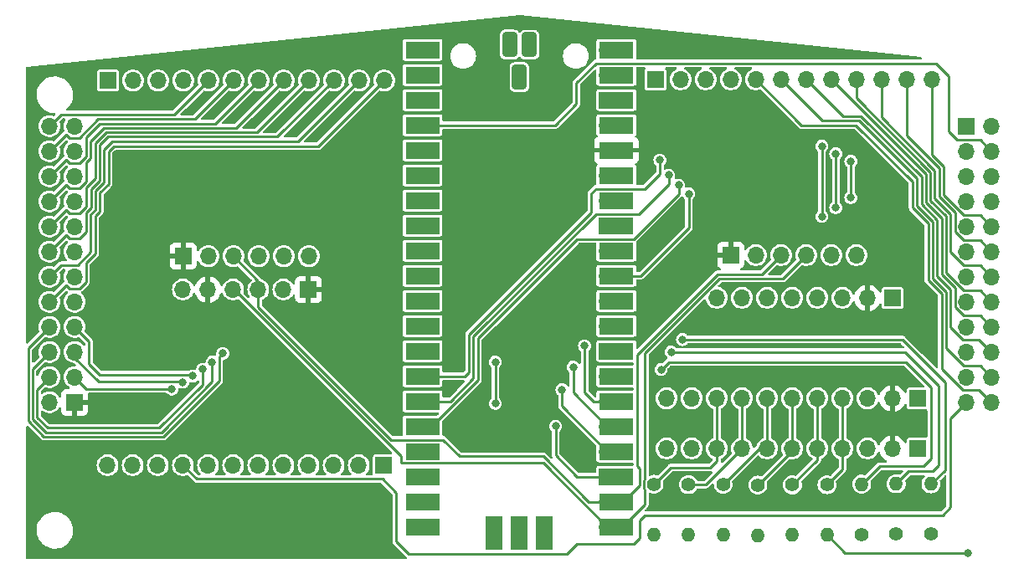
<source format=gtl>
G04 #@! TF.GenerationSoftware,KiCad,Pcbnew,7.0.1*
G04 #@! TF.CreationDate,2024-03-19T15:28:11+08:00*
G04 #@! TF.ProjectId,chupico_openithm,63687570-6963-46f5-9f6f-70656e697468,rev?*
G04 #@! TF.SameCoordinates,Original*
G04 #@! TF.FileFunction,Copper,L1,Top*
G04 #@! TF.FilePolarity,Positive*
%FSLAX46Y46*%
G04 Gerber Fmt 4.6, Leading zero omitted, Abs format (unit mm)*
G04 Created by KiCad (PCBNEW 7.0.1) date 2024-03-19 15:28:11*
%MOMM*%
%LPD*%
G01*
G04 APERTURE LIST*
G04 Aperture macros list*
%AMRoundRect*
0 Rectangle with rounded corners*
0 $1 Rounding radius*
0 $2 $3 $4 $5 $6 $7 $8 $9 X,Y pos of 4 corners*
0 Add a 4 corners polygon primitive as box body*
4,1,4,$2,$3,$4,$5,$6,$7,$8,$9,$2,$3,0*
0 Add four circle primitives for the rounded corners*
1,1,$1+$1,$2,$3*
1,1,$1+$1,$4,$5*
1,1,$1+$1,$6,$7*
1,1,$1+$1,$8,$9*
0 Add four rect primitives between the rounded corners*
20,1,$1+$1,$2,$3,$4,$5,0*
20,1,$1+$1,$4,$5,$6,$7,0*
20,1,$1+$1,$6,$7,$8,$9,0*
20,1,$1+$1,$8,$9,$2,$3,0*%
G04 Aperture macros list end*
G04 #@! TA.AperFunction,ComponentPad*
%ADD10C,1.400000*%
G04 #@! TD*
G04 #@! TA.AperFunction,ComponentPad*
%ADD11O,1.400000X1.400000*%
G04 #@! TD*
G04 #@! TA.AperFunction,ComponentPad*
%ADD12R,1.700000X1.700000*%
G04 #@! TD*
G04 #@! TA.AperFunction,ComponentPad*
%ADD13O,1.700000X1.700000*%
G04 #@! TD*
G04 #@! TA.AperFunction,ComponentPad*
%ADD14RoundRect,0.300000X-0.450000X-0.950000X0.450000X-0.950000X0.450000X0.950000X-0.450000X0.950000X0*%
G04 #@! TD*
G04 #@! TA.AperFunction,SMDPad,CuDef*
%ADD15R,1.700000X3.500000*%
G04 #@! TD*
G04 #@! TA.AperFunction,SMDPad,CuDef*
%ADD16R,3.500000X1.700000*%
G04 #@! TD*
G04 #@! TA.AperFunction,ViaPad*
%ADD17C,0.800000*%
G04 #@! TD*
G04 #@! TA.AperFunction,Conductor*
%ADD18C,0.250000*%
G04 #@! TD*
G04 APERTURE END LIST*
D10*
X153710000Y-102917625D03*
D11*
X153710000Y-107997625D03*
D10*
X157210000Y-102949375D03*
D11*
X157210000Y-108029375D03*
D10*
X160710000Y-102933500D03*
D11*
X160710000Y-108013500D03*
D10*
X164210000Y-102997000D03*
D11*
X164210000Y-108077000D03*
D10*
X167710000Y-102981125D03*
D11*
X167710000Y-108061125D03*
D10*
X171210000Y-102965250D03*
D11*
X171210000Y-108045250D03*
D10*
X181710000Y-107965875D03*
D11*
X181710000Y-102885875D03*
X178210000Y-102870000D03*
D10*
X178210000Y-107950000D03*
X174710000Y-107981750D03*
D11*
X174710000Y-102901750D03*
D12*
X95120000Y-94623500D03*
D13*
X92580000Y-94623500D03*
X95120000Y-92083500D03*
X92580000Y-92083500D03*
X95120000Y-89543500D03*
X92580000Y-89543500D03*
X95120000Y-87003500D03*
X92580000Y-87003500D03*
X95120000Y-84463500D03*
X92580000Y-84463500D03*
X95120000Y-81923500D03*
X92580000Y-81923500D03*
X95120000Y-79383500D03*
X92580000Y-79383500D03*
X95120000Y-76843500D03*
X92580000Y-76843500D03*
X95120000Y-74303500D03*
X92580000Y-74303500D03*
X95120000Y-71763500D03*
X92580000Y-71763500D03*
X95120000Y-69223500D03*
X92580000Y-69223500D03*
X95120000Y-66683500D03*
X92580000Y-66683500D03*
X174170000Y-79733500D03*
X171630000Y-79733500D03*
X169090000Y-79733500D03*
X166550000Y-79733500D03*
X164010000Y-79733500D03*
D12*
X161470000Y-79733500D03*
D13*
X181790000Y-61953500D03*
X179250000Y-61953500D03*
X176710000Y-61953500D03*
X174170000Y-61953500D03*
X171630000Y-61953500D03*
X169090000Y-61953500D03*
X166550000Y-61953500D03*
X164010000Y-61953500D03*
X161470000Y-61953500D03*
X158930000Y-61953500D03*
X156390000Y-61953500D03*
D12*
X153850000Y-61953500D03*
X106100000Y-79833500D03*
D13*
X108640000Y-79833500D03*
X111180000Y-79833500D03*
X113720000Y-79833500D03*
X116260000Y-79833500D03*
X118800000Y-79833500D03*
D12*
X98480000Y-62053500D03*
D13*
X101020000Y-62053500D03*
X103560000Y-62053500D03*
X106100000Y-62053500D03*
X108640000Y-62053500D03*
X111180000Y-62053500D03*
X113720000Y-62053500D03*
X116260000Y-62053500D03*
X118800000Y-62053500D03*
X121340000Y-62053500D03*
X123880000Y-62053500D03*
X126420000Y-62053500D03*
D12*
X118770000Y-83206000D03*
D13*
X116230000Y-83206000D03*
X113690000Y-83206000D03*
X111150000Y-83206000D03*
X108610000Y-83206000D03*
X106070000Y-83206000D03*
D12*
X126390000Y-100986000D03*
D13*
X123850000Y-100986000D03*
X121310000Y-100986000D03*
X118770000Y-100986000D03*
X116230000Y-100986000D03*
X113690000Y-100986000D03*
X111150000Y-100986000D03*
X108610000Y-100986000D03*
X106070000Y-100986000D03*
X103530000Y-100986000D03*
X100990000Y-100986000D03*
X98450000Y-100986000D03*
D12*
X177850000Y-84052500D03*
D13*
X175310000Y-84052500D03*
X172770000Y-84052500D03*
X170230000Y-84052500D03*
X167690000Y-84052500D03*
X165150000Y-84052500D03*
X162610000Y-84052500D03*
X160070000Y-84052500D03*
D12*
X180390000Y-94222500D03*
D13*
X177850000Y-94222500D03*
X175310000Y-94222500D03*
X172770000Y-94222500D03*
X170230000Y-94222500D03*
X167690000Y-94222500D03*
X165150000Y-94222500D03*
X162610000Y-94222500D03*
X160070000Y-94222500D03*
X157530000Y-94222500D03*
X154990000Y-94222500D03*
X154990000Y-99292500D03*
X157530000Y-99292500D03*
X160070000Y-99292500D03*
X162610000Y-99292500D03*
X165150000Y-99292500D03*
X167690000Y-99292500D03*
X170230000Y-99292500D03*
X172770000Y-99292500D03*
X175310000Y-99292500D03*
X177850000Y-99292500D03*
D12*
X180390000Y-99292500D03*
D14*
X139110000Y-58418500D03*
X141110000Y-58438500D03*
X140110000Y-61718500D03*
D15*
X142650000Y-107888500D03*
D13*
X142650000Y-106988500D03*
D15*
X140110000Y-107888500D03*
D12*
X140110000Y-106988500D03*
D15*
X137570000Y-107888500D03*
D13*
X137570000Y-106988500D03*
D16*
X149900000Y-58958500D03*
D13*
X149000000Y-58958500D03*
D16*
X149900000Y-61498500D03*
D13*
X149000000Y-61498500D03*
D16*
X149900000Y-64038500D03*
D12*
X149000000Y-64038500D03*
D16*
X149900000Y-66578500D03*
D13*
X149000000Y-66578500D03*
D16*
X149900000Y-69118500D03*
D13*
X149000000Y-69118500D03*
D16*
X149900000Y-71658500D03*
D13*
X149000000Y-71658500D03*
D16*
X149900000Y-74198500D03*
D13*
X149000000Y-74198500D03*
D16*
X149900000Y-76738500D03*
D12*
X149000000Y-76738500D03*
D16*
X149900000Y-79278500D03*
D13*
X149000000Y-79278500D03*
D16*
X149900000Y-81818500D03*
D13*
X149000000Y-81818500D03*
D16*
X149900000Y-84358500D03*
D13*
X149000000Y-84358500D03*
D16*
X149900000Y-86898500D03*
D13*
X149000000Y-86898500D03*
D16*
X149900000Y-89438500D03*
D12*
X149000000Y-89438500D03*
D16*
X149900000Y-91978500D03*
D13*
X149000000Y-91978500D03*
D16*
X149900000Y-94518500D03*
D13*
X149000000Y-94518500D03*
D16*
X149900000Y-97058500D03*
D13*
X149000000Y-97058500D03*
D16*
X149900000Y-99598500D03*
D13*
X149000000Y-99598500D03*
D16*
X149900000Y-102138500D03*
D12*
X149000000Y-102138500D03*
D16*
X149900000Y-104678500D03*
D13*
X149000000Y-104678500D03*
D16*
X149900000Y-107218500D03*
D13*
X149000000Y-107218500D03*
D16*
X130320000Y-107218500D03*
D13*
X131220000Y-107218500D03*
D16*
X130320000Y-104678500D03*
D13*
X131220000Y-104678500D03*
D16*
X130320000Y-102138500D03*
D12*
X131220000Y-102138500D03*
D16*
X130320000Y-99598500D03*
D13*
X131220000Y-99598500D03*
D16*
X130320000Y-97058500D03*
D13*
X131220000Y-97058500D03*
D16*
X130320000Y-94518500D03*
D13*
X131220000Y-94518500D03*
D16*
X130320000Y-91978500D03*
D13*
X131220000Y-91978500D03*
D16*
X130320000Y-89438500D03*
D12*
X131220000Y-89438500D03*
D16*
X130320000Y-86898500D03*
D13*
X131220000Y-86898500D03*
D16*
X130320000Y-84358500D03*
D13*
X131220000Y-84358500D03*
D16*
X130320000Y-81818500D03*
D13*
X131220000Y-81818500D03*
D16*
X130320000Y-79278500D03*
D13*
X131220000Y-79278500D03*
D16*
X130320000Y-76738500D03*
D12*
X131220000Y-76738500D03*
D16*
X130320000Y-74198500D03*
D13*
X131220000Y-74198500D03*
D16*
X130320000Y-71658500D03*
D13*
X131220000Y-71658500D03*
D16*
X130320000Y-69118500D03*
D13*
X131220000Y-69118500D03*
D16*
X130320000Y-66578500D03*
D13*
X131220000Y-66578500D03*
D16*
X130320000Y-64038500D03*
D12*
X131220000Y-64038500D03*
D16*
X130320000Y-61498500D03*
D13*
X131220000Y-61498500D03*
D16*
X130320000Y-58958500D03*
D13*
X131220000Y-58958500D03*
D12*
X185320000Y-66681000D03*
D13*
X187860000Y-66681000D03*
X185320000Y-69221000D03*
X187860000Y-69221000D03*
X185320000Y-71761000D03*
X187860000Y-71761000D03*
X185320000Y-74301000D03*
X187860000Y-74301000D03*
X185320000Y-76841000D03*
X187860000Y-76841000D03*
X185320000Y-79381000D03*
X187860000Y-79381000D03*
X185320000Y-81921000D03*
X187860000Y-81921000D03*
X185320000Y-84461000D03*
X187860000Y-84461000D03*
X185320000Y-87001000D03*
X187860000Y-87001000D03*
X185320000Y-89541000D03*
X187860000Y-89541000D03*
X185320000Y-92081000D03*
X187860000Y-92081000D03*
X185320000Y-94621000D03*
X187860000Y-94621000D03*
D17*
X101854000Y-94361000D03*
X101854000Y-90424000D03*
X143764000Y-97028000D03*
X137668000Y-90551000D03*
X137668000Y-94742000D03*
X185420000Y-109855000D03*
X173609000Y-70231000D03*
X172085000Y-69469000D03*
X170688000Y-68707000D03*
X170688000Y-75819000D03*
X172085000Y-74930000D03*
X173609000Y-73914000D03*
X144399000Y-93345000D03*
X145542000Y-91059000D03*
X146685000Y-88900000D03*
X110109000Y-89662000D03*
X109030500Y-90551500D03*
X108077000Y-91276000D03*
X107055366Y-91965446D03*
X106045000Y-92583000D03*
X104965500Y-93281500D03*
X154305000Y-70104000D03*
X155194000Y-71628000D03*
X157226000Y-73533000D03*
X156210000Y-72644000D03*
X155448000Y-89535000D03*
X154432000Y-91313000D03*
X156591000Y-88265000D03*
D18*
X135890000Y-92388500D02*
X131220000Y-97058500D01*
X135890000Y-88140792D02*
X135890000Y-92388500D01*
X145927292Y-78103500D02*
X135890000Y-88140792D01*
X151639500Y-78103500D02*
X145927292Y-78103500D01*
X156210000Y-72644000D02*
X156210000Y-73533000D01*
X156210000Y-73533000D02*
X151639500Y-78103500D01*
X133123604Y-94518500D02*
X131220000Y-94518500D01*
X135440000Y-92202104D02*
X133123604Y-94518500D01*
X135440000Y-87954396D02*
X135440000Y-92202104D01*
X147825000Y-75569396D02*
X135440000Y-87954396D01*
X147825000Y-75563500D02*
X147825000Y-75569396D01*
X155194000Y-72517000D02*
X152147500Y-75563500D01*
X155194000Y-71628000D02*
X155194000Y-72517000D01*
X152147500Y-75563500D02*
X147825000Y-75563500D01*
X134990000Y-91578000D02*
X134589500Y-91978500D01*
X147375000Y-73473500D02*
X147375000Y-75383000D01*
X134990000Y-87768000D02*
X134990000Y-91578000D01*
X134589500Y-91978500D02*
X131220000Y-91978500D01*
X147825000Y-73023500D02*
X147375000Y-73473500D01*
X147375000Y-75383000D02*
X134990000Y-87768000D01*
X152782500Y-73023500D02*
X147825000Y-73023500D01*
X154305000Y-71501000D02*
X152782500Y-73023500D01*
X154305000Y-70104000D02*
X154305000Y-71501000D01*
X152369500Y-81818500D02*
X149000000Y-81818500D01*
X157226000Y-76962000D02*
X152369500Y-81818500D01*
X157226000Y-73533000D02*
X157226000Y-76962000D01*
X143764000Y-99949000D02*
X143764000Y-97028000D01*
X145953500Y-102138500D02*
X143764000Y-99949000D01*
X149000000Y-102138500D02*
X145953500Y-102138500D01*
X137668000Y-94742000D02*
X137668000Y-90551000D01*
X152235000Y-101308000D02*
X152235000Y-103053500D01*
X152019000Y-101092000D02*
X152235000Y-101308000D01*
X160145604Y-81661000D02*
X152019000Y-89787604D01*
X152019000Y-89787604D02*
X152019000Y-101092000D01*
X164622500Y-81661000D02*
X160145604Y-81661000D01*
X152235000Y-103053500D02*
X150610000Y-104678500D01*
X166550000Y-79733500D02*
X164622500Y-81661000D01*
X150610000Y-104678500D02*
X149000000Y-104678500D01*
X173019750Y-109855000D02*
X185420000Y-109855000D01*
X171210000Y-108045250D02*
X173019750Y-109855000D01*
X107446000Y-102362000D02*
X106070000Y-100986000D01*
X126238000Y-102362000D02*
X107446000Y-102362000D01*
X127635000Y-108712000D02*
X127635000Y-103759000D01*
X128886500Y-109963500D02*
X127635000Y-108712000D01*
X144907000Y-109963500D02*
X128886500Y-109963500D01*
X145904500Y-108966000D02*
X144907000Y-109963500D01*
X151638000Y-108966000D02*
X145904500Y-108966000D01*
X182880000Y-106045000D02*
X152781000Y-106045000D01*
X183658500Y-105266500D02*
X182880000Y-106045000D01*
X183658500Y-96282500D02*
X183658500Y-105266500D01*
X152781000Y-106045000D02*
X152273000Y-106553000D01*
X185320000Y-94621000D02*
X183658500Y-96282500D01*
X152273000Y-106553000D02*
X152273000Y-108331000D01*
X152273000Y-108331000D02*
X151638000Y-108966000D01*
X127635000Y-103759000D02*
X126238000Y-102362000D01*
X149000000Y-107218500D02*
X150527000Y-107218500D01*
X150527000Y-107218500D02*
X152781000Y-104964500D01*
X152781000Y-104964500D02*
X152781000Y-103438194D01*
X152781000Y-102397056D02*
X152781000Y-89662000D01*
X152781000Y-103438194D02*
X152685000Y-103342194D01*
X152685000Y-102493056D02*
X152781000Y-102397056D01*
X152685000Y-103342194D02*
X152685000Y-102493056D01*
X152781000Y-89662000D02*
X160332000Y-82111000D01*
X160332000Y-82111000D02*
X166712500Y-82111000D01*
X166712500Y-82111000D02*
X169090000Y-79733500D01*
X142555000Y-100773500D02*
X149000000Y-107218500D01*
X128143000Y-100773500D02*
X142555000Y-100773500D01*
X128143000Y-100077396D02*
X128143000Y-100773500D01*
X111271604Y-83206000D02*
X128143000Y-100077396D01*
X111150000Y-83206000D02*
X111271604Y-83206000D01*
X132395000Y-98423500D02*
X127125500Y-98423500D01*
X127125500Y-98423500D02*
X113690000Y-84988000D01*
X113690000Y-84988000D02*
X113690000Y-83206000D01*
X134047500Y-100076000D02*
X132395000Y-98423500D01*
X142493250Y-100076000D02*
X134047500Y-100076000D01*
X147095750Y-104678500D02*
X142493250Y-100076000D01*
X149000000Y-104678500D02*
X147095750Y-104678500D01*
X113690000Y-82343500D02*
X113690000Y-83206000D01*
X111180000Y-79833500D02*
X113690000Y-82343500D01*
X143733500Y-66578500D02*
X145859500Y-64452500D01*
X147828000Y-60323500D02*
X145859500Y-62292000D01*
X145859500Y-62292000D02*
X145859500Y-64452500D01*
X147828000Y-60323500D02*
X182243500Y-60323500D01*
X184335000Y-68046000D02*
X186685000Y-68046000D01*
X183515000Y-61595000D02*
X183515000Y-67226000D01*
X183515000Y-67226000D02*
X184335000Y-68046000D01*
X186685000Y-68046000D02*
X187860000Y-69221000D01*
X131220000Y-66578500D02*
X143733500Y-66578500D01*
X182243500Y-60323500D02*
X183515000Y-61595000D01*
X186685000Y-75666000D02*
X187860000Y-76841000D01*
X183007000Y-73649701D02*
X185023299Y-75666000D01*
X183007000Y-70784916D02*
X183007000Y-73649701D01*
X185023299Y-75666000D02*
X186685000Y-75666000D01*
X181790000Y-69567916D02*
X183007000Y-70784916D01*
X181790000Y-61953500D02*
X181790000Y-69567916D01*
X184145000Y-75424097D02*
X182557000Y-73836097D01*
X184145000Y-77327701D02*
X184145000Y-75424097D01*
X186685000Y-78206000D02*
X185023299Y-78206000D01*
X185023299Y-78206000D02*
X184145000Y-77327701D01*
X187860000Y-79381000D02*
X186685000Y-78206000D01*
X182557000Y-73836097D02*
X182557000Y-70971312D01*
X182557000Y-70971312D02*
X179250000Y-67664312D01*
X179250000Y-67664312D02*
X179250000Y-61953500D01*
X186685000Y-80746000D02*
X187860000Y-81921000D01*
X182107000Y-71157708D02*
X182107000Y-74022493D01*
X183695000Y-75610493D02*
X183695000Y-79417701D01*
X176710000Y-65760708D02*
X182107000Y-71157708D01*
X182107000Y-74022493D02*
X183695000Y-75610493D01*
X176710000Y-61953500D02*
X176710000Y-65760708D01*
X183695000Y-79417701D02*
X185023299Y-80746000D01*
X185023299Y-80746000D02*
X186685000Y-80746000D01*
X185023299Y-83286000D02*
X186685000Y-83286000D01*
X183245000Y-75796889D02*
X183245000Y-81507701D01*
X181657000Y-74208889D02*
X183245000Y-75796889D01*
X183245000Y-81507701D02*
X185023299Y-83286000D01*
X186685000Y-83286000D02*
X187860000Y-84461000D01*
X181657000Y-71344104D02*
X181657000Y-74208889D01*
X174170000Y-63857104D02*
X181657000Y-71344104D01*
X174170000Y-61953500D02*
X174170000Y-63857104D01*
X186584000Y-93345000D02*
X187860000Y-94621000D01*
X184922299Y-93345000D02*
X186584000Y-93345000D01*
X182795000Y-91217701D02*
X184922299Y-93345000D01*
X181445000Y-76542473D02*
X181445000Y-82260792D01*
X182795000Y-83610792D02*
X182795000Y-91217701D01*
X179857000Y-74954473D02*
X181445000Y-76542473D01*
X179857000Y-72288000D02*
X179857000Y-74954473D01*
X174150000Y-66581000D02*
X179857000Y-72288000D01*
X168637500Y-66581000D02*
X174150000Y-66581000D01*
X181445000Y-82260792D02*
X182795000Y-83610792D01*
X164010000Y-61953500D02*
X168637500Y-66581000D01*
X186685000Y-90906000D02*
X187860000Y-92081000D01*
X185023299Y-90906000D02*
X186685000Y-90906000D01*
X183245000Y-89127701D02*
X185023299Y-90906000D01*
X181895000Y-76356077D02*
X181895000Y-82074396D01*
X183245000Y-83424396D02*
X183245000Y-89127701D01*
X174460604Y-66131000D02*
X180307000Y-71977396D01*
X180307000Y-71977396D02*
X180307000Y-74768077D01*
X181895000Y-82074396D02*
X183245000Y-83424396D01*
X170727500Y-66131000D02*
X174460604Y-66131000D01*
X180307000Y-74768077D02*
X181895000Y-76356077D01*
X166550000Y-61953500D02*
X170727500Y-66131000D01*
X186584000Y-88265000D02*
X187860000Y-89541000D01*
X184922299Y-88265000D02*
X186584000Y-88265000D01*
X183695000Y-87037701D02*
X184922299Y-88265000D01*
X182345000Y-81888000D02*
X183695000Y-83238000D01*
X183695000Y-83238000D02*
X183695000Y-87037701D01*
X182345000Y-76169681D02*
X182345000Y-81888000D01*
X180757000Y-71791000D02*
X180757000Y-74581681D01*
X180757000Y-74581681D02*
X182345000Y-76169681D01*
X174647000Y-65681000D02*
X180757000Y-71791000D01*
X169090000Y-61953500D02*
X172817500Y-65681000D01*
X172817500Y-65681000D02*
X174647000Y-65681000D01*
X186685000Y-85826000D02*
X187860000Y-87001000D01*
X185023299Y-85826000D02*
X186685000Y-85826000D01*
X184145000Y-84947701D02*
X185023299Y-85826000D01*
X184145000Y-83974299D02*
X184145000Y-84947701D01*
X184150000Y-83969299D02*
X184145000Y-83974299D01*
X182795000Y-81694097D02*
X184150000Y-83049097D01*
X182795000Y-75983285D02*
X182795000Y-81694097D01*
X181207000Y-74395285D02*
X182795000Y-75983285D01*
X184150000Y-83049097D02*
X184150000Y-83969299D01*
X181207000Y-71530500D02*
X181207000Y-74395285D01*
X171630000Y-61953500D02*
X181207000Y-71530500D01*
X173609000Y-73914000D02*
X173609000Y-70231000D01*
X172085000Y-74930000D02*
X172085000Y-69469000D01*
X170688000Y-68707000D02*
X170688000Y-75819000D01*
X182499000Y-92964698D02*
X182499000Y-100965000D01*
X155448000Y-89535000D02*
X179069302Y-89535000D01*
X179069302Y-89535000D02*
X182499000Y-92964698D01*
X182499000Y-100965000D02*
X181864000Y-101600000D01*
X181864000Y-101600000D02*
X179480000Y-101600000D01*
X179480000Y-101600000D02*
X178210000Y-102870000D01*
X180976396Y-101090604D02*
X176521146Y-101090604D01*
X181737000Y-100330000D02*
X180976396Y-101090604D01*
X176521146Y-101090604D02*
X174710000Y-102901750D01*
X179197000Y-90551000D02*
X181737000Y-93091000D01*
X181737000Y-93091000D02*
X181737000Y-100330000D01*
X154432000Y-91313000D02*
X155194000Y-90551000D01*
X155194000Y-90551000D02*
X179197000Y-90551000D01*
X183134000Y-92583000D02*
X183134000Y-101461875D01*
X178816000Y-88265000D02*
X183134000Y-92583000D01*
X183134000Y-101461875D02*
X181710000Y-102885875D01*
X156591000Y-88265000D02*
X178816000Y-88265000D01*
X144399000Y-94997500D02*
X149000000Y-99598500D01*
X144399000Y-93345000D02*
X144399000Y-94997500D01*
X145542000Y-93600500D02*
X149000000Y-97058500D01*
X145542000Y-91059000D02*
X145542000Y-93600500D01*
X147604500Y-94518500D02*
X149000000Y-94518500D01*
X146685000Y-93599000D02*
X147604500Y-94518500D01*
X146685000Y-88900000D02*
X146685000Y-93599000D01*
X97536000Y-92556500D02*
X95120000Y-90140500D01*
X95120000Y-90140500D02*
X95120000Y-89543500D01*
X97536000Y-92556500D02*
X106018500Y-92556500D01*
X106018500Y-92556500D02*
X106045000Y-92583000D01*
X97663000Y-91821000D02*
X106910920Y-91821000D01*
X106910920Y-91821000D02*
X107055366Y-91965446D01*
X96583500Y-90741500D02*
X97663000Y-91821000D01*
X96583500Y-88467000D02*
X96583500Y-90741500D01*
X95120000Y-87003500D02*
X96583500Y-88467000D01*
X96318000Y-93281500D02*
X95120000Y-92083500D01*
X104965500Y-93281500D02*
X96318000Y-93281500D01*
X92017000Y-98113000D02*
X90424000Y-96520000D01*
X104073792Y-98113000D02*
X92017000Y-98113000D01*
X109755500Y-92431292D02*
X104073792Y-98113000D01*
X109755500Y-90015500D02*
X109755500Y-92431292D01*
X110109000Y-89662000D02*
X109755500Y-90015500D01*
X90424000Y-96520000D02*
X90424000Y-89159500D01*
X90424000Y-89159500D02*
X92580000Y-87003500D01*
X91324000Y-93339500D02*
X92580000Y-92083500D01*
X91324000Y-96147208D02*
X91324000Y-93339500D01*
X108077000Y-92837000D02*
X103701000Y-97213000D01*
X103701000Y-97213000D02*
X92389792Y-97213000D01*
X108077000Y-91276000D02*
X108077000Y-92837000D01*
X92389792Y-97213000D02*
X91324000Y-96147208D01*
X92203396Y-97663000D02*
X103887396Y-97663000D01*
X103887396Y-97663000D02*
X109030500Y-92519896D01*
X90874000Y-96333604D02*
X92203396Y-97663000D01*
X92580000Y-89543500D02*
X90874000Y-91249500D01*
X90874000Y-91249500D02*
X90874000Y-96333604D01*
X109030500Y-92519896D02*
X109030500Y-90551500D01*
X155408625Y-101219000D02*
X153710000Y-102917625D01*
X159385000Y-101219000D02*
X155408625Y-101219000D01*
X160070000Y-100534000D02*
X159385000Y-101219000D01*
X160070000Y-99292500D02*
X160070000Y-100534000D01*
X172770000Y-101405250D02*
X172770000Y-99292500D01*
X171210000Y-102965250D02*
X172770000Y-101405250D01*
X170230000Y-100461125D02*
X170230000Y-99292500D01*
X167710000Y-102981125D02*
X170230000Y-100461125D01*
X167690000Y-99517000D02*
X167690000Y-99292500D01*
X164210000Y-102997000D02*
X167690000Y-99517000D01*
X164351000Y-99292500D02*
X165150000Y-99292500D01*
X160710000Y-102933500D02*
X164351000Y-99292500D01*
X158953125Y-102949375D02*
X162610000Y-99292500D01*
X157210000Y-102949375D02*
X158953125Y-102949375D01*
X172770000Y-94222500D02*
X172770000Y-99292500D01*
X170230000Y-94222500D02*
X170230000Y-99292500D01*
X167690000Y-94222500D02*
X167690000Y-99292500D01*
X165150000Y-94222500D02*
X165150000Y-99292500D01*
X162610000Y-99292500D02*
X162610000Y-94222500D01*
X160070000Y-94222500D02*
X160070000Y-99292500D01*
X99061396Y-68707000D02*
X119766500Y-68707000D01*
X98545000Y-69223396D02*
X99061396Y-68707000D01*
X98545000Y-72545785D02*
X98545000Y-69223396D01*
X97674000Y-73416785D02*
X98545000Y-72545785D01*
X97674000Y-75320389D02*
X97674000Y-73416785D01*
X97195000Y-75799389D02*
X97674000Y-75320389D01*
X96295000Y-80506597D02*
X97195000Y-79606597D01*
X96295000Y-82410201D02*
X96295000Y-80506597D01*
X94633299Y-83098500D02*
X95606701Y-83098500D01*
X97195000Y-79606597D02*
X97195000Y-75799389D01*
X94289150Y-82754350D02*
X94633299Y-83098500D01*
X119766500Y-68707000D02*
X126420000Y-62053500D01*
X95606701Y-83098500D02*
X96295000Y-82410201D01*
X92580000Y-84463500D02*
X94289150Y-82754350D01*
X93755000Y-80748500D02*
X92580000Y-81923500D01*
X96745000Y-79420201D02*
X95416701Y-80748500D01*
X96745000Y-75612993D02*
X96745000Y-79420201D01*
X97224000Y-75133993D02*
X96745000Y-75612993D01*
X97224000Y-73230389D02*
X97224000Y-75133993D01*
X98095000Y-69037000D02*
X98095000Y-72359389D01*
X95416701Y-80748500D02*
X93755000Y-80748500D01*
X98095000Y-72359389D02*
X97224000Y-73230389D01*
X98923500Y-68208500D02*
X98095000Y-69037000D01*
X117725000Y-68208500D02*
X98923500Y-68208500D01*
X123880000Y-62053500D02*
X117725000Y-68208500D01*
X98487292Y-67758500D02*
X115635000Y-67758500D01*
X97645000Y-68600792D02*
X98487292Y-67758500D01*
X97645000Y-72172993D02*
X97645000Y-68600792D01*
X96295000Y-75426597D02*
X96774000Y-74947597D01*
X96774000Y-74947597D02*
X96774000Y-73043993D01*
X96295000Y-77330201D02*
X96295000Y-75426597D01*
X95606701Y-78018500D02*
X96295000Y-77330201D01*
X94289150Y-77674350D02*
X94633299Y-78018500D01*
X96774000Y-73043993D02*
X97645000Y-72172993D01*
X115635000Y-67758500D02*
X121340000Y-62053500D01*
X92580000Y-79383500D02*
X94289150Y-77674350D01*
X94633299Y-78018500D02*
X95606701Y-78018500D01*
X113545000Y-67308500D02*
X118800000Y-62053500D01*
X98300896Y-67308500D02*
X113545000Y-67308500D01*
X96295000Y-72886597D02*
X97195000Y-71986597D01*
X96295000Y-74790201D02*
X96295000Y-72886597D01*
X95606701Y-75478500D02*
X96295000Y-74790201D01*
X97195000Y-71986597D02*
X97195000Y-68414396D01*
X97195000Y-68414396D02*
X98300896Y-67308500D01*
X94633299Y-75478500D02*
X95606701Y-75478500D01*
X92580000Y-76843500D02*
X94289150Y-75134350D01*
X94289150Y-75134350D02*
X94633299Y-75478500D01*
X105185000Y-65508500D02*
X108640000Y-62053500D01*
X93755000Y-65508500D02*
X105185000Y-65508500D01*
X92580000Y-66683500D02*
X93755000Y-65508500D01*
X92580000Y-69223500D02*
X94289150Y-67514350D01*
X94289150Y-67514350D02*
X94633299Y-67858500D01*
X94633299Y-67858500D02*
X95606701Y-67858500D01*
X97506701Y-65958500D02*
X107275000Y-65958500D01*
X95606701Y-67858500D02*
X97506701Y-65958500D01*
X107275000Y-65958500D02*
X111180000Y-62053500D01*
X94633299Y-70398500D02*
X95606701Y-70398500D01*
X92580000Y-71763500D02*
X94289150Y-70054350D01*
X94289150Y-70054350D02*
X94633299Y-70398500D01*
X95606701Y-70398500D02*
X96295000Y-69710201D01*
X97693097Y-66408500D02*
X109365000Y-66408500D01*
X96295000Y-69710201D02*
X96295000Y-67806597D01*
X109365000Y-66408500D02*
X113720000Y-62053500D01*
X96295000Y-67806597D02*
X97693097Y-66408500D01*
X96745000Y-68228000D02*
X98114500Y-66858500D01*
X96295000Y-72250201D02*
X96295000Y-70346597D01*
X92580000Y-74303500D02*
X94289150Y-72594350D01*
X94289150Y-72594350D02*
X94633299Y-72938500D01*
X96745000Y-69896597D02*
X96745000Y-68228000D01*
X94633299Y-72938500D02*
X95606701Y-72938500D01*
X96295000Y-70346597D02*
X96745000Y-69896597D01*
X95606701Y-72938500D02*
X96295000Y-72250201D01*
X111455000Y-66858500D02*
X116260000Y-62053500D01*
X98114500Y-66858500D02*
X111455000Y-66858500D01*
G04 #@! TA.AperFunction,Conductor*
G36*
X177484198Y-59361808D02*
G01*
X180681207Y-59700691D01*
X180739334Y-59722478D01*
X180779619Y-59769708D01*
X180791963Y-59830545D01*
X180773275Y-59889741D01*
X180728236Y-59932462D01*
X180668136Y-59948000D01*
X152024500Y-59948000D01*
X151962500Y-59931387D01*
X151917113Y-59886000D01*
X151900500Y-59824000D01*
X151900500Y-58083825D01*
X151885966Y-58010761D01*
X151885966Y-58010760D01*
X151830601Y-57927899D01*
X151747740Y-57872534D01*
X151747739Y-57872533D01*
X151747738Y-57872533D01*
X151674675Y-57858000D01*
X151674674Y-57858000D01*
X148125326Y-57858000D01*
X148125325Y-57858000D01*
X148052261Y-57872533D01*
X147969399Y-57927899D01*
X147914033Y-58010761D01*
X147899500Y-58083825D01*
X147899500Y-58901884D01*
X147898971Y-58913325D01*
X147894785Y-58958499D01*
X147898971Y-59003675D01*
X147899500Y-59015116D01*
X147899500Y-59825854D01*
X147886139Y-59881846D01*
X147848934Y-59925771D01*
X147795906Y-59948163D01*
X147778746Y-59951026D01*
X147776364Y-59951424D01*
X147771300Y-59952161D01*
X147711556Y-59959609D01*
X147711316Y-59959686D01*
X147658359Y-59988344D01*
X147653805Y-59990688D01*
X147599721Y-60017128D01*
X147599506Y-60017288D01*
X147558729Y-60061582D01*
X147555183Y-60065277D01*
X145630608Y-61989852D01*
X145610754Y-62005976D01*
X145601665Y-62011914D01*
X145582222Y-62036894D01*
X145572063Y-62048398D01*
X145571984Y-62048476D01*
X145571979Y-62048482D01*
X145571980Y-62048482D01*
X145559890Y-62065414D01*
X145556841Y-62069504D01*
X145519854Y-62117024D01*
X145519737Y-62117253D01*
X145502557Y-62174955D01*
X145500995Y-62179831D01*
X145481440Y-62236795D01*
X145481406Y-62237030D01*
X145483894Y-62297192D01*
X145484000Y-62302316D01*
X145484000Y-64245601D01*
X145474561Y-64293054D01*
X145447681Y-64333282D01*
X143614281Y-66166681D01*
X143574053Y-66193561D01*
X143526600Y-66203000D01*
X132444500Y-66203000D01*
X132382500Y-66186387D01*
X132337113Y-66141000D01*
X132320500Y-66079000D01*
X132320500Y-65703825D01*
X132309972Y-65650898D01*
X132305966Y-65630760D01*
X132250601Y-65547899D01*
X132167740Y-65492534D01*
X132167739Y-65492533D01*
X132167738Y-65492533D01*
X132094675Y-65478000D01*
X132094674Y-65478000D01*
X128545326Y-65478000D01*
X128545325Y-65478000D01*
X128472261Y-65492533D01*
X128389399Y-65547899D01*
X128334033Y-65630761D01*
X128319500Y-65703825D01*
X128319500Y-67453175D01*
X128334033Y-67526238D01*
X128334033Y-67526239D01*
X128334034Y-67526240D01*
X128389399Y-67609101D01*
X128472260Y-67664466D01*
X128508792Y-67671732D01*
X128545325Y-67679000D01*
X128545326Y-67679000D01*
X131118024Y-67679000D01*
X132094674Y-67679000D01*
X132094675Y-67679000D01*
X132119029Y-67674155D01*
X132167740Y-67664466D01*
X132250601Y-67609101D01*
X132305966Y-67526240D01*
X132320500Y-67453174D01*
X132320500Y-67078000D01*
X132337113Y-67016000D01*
X132382500Y-66970613D01*
X132444500Y-66954000D01*
X143681695Y-66954000D01*
X143707141Y-66956639D01*
X143710940Y-66957435D01*
X143717768Y-66958867D01*
X143747638Y-66955143D01*
X143749177Y-66954952D01*
X143764514Y-66954000D01*
X143764611Y-66954000D01*
X143764614Y-66954000D01*
X143785143Y-66950573D01*
X143790159Y-66949842D01*
X143842126Y-66943366D01*
X143842128Y-66943364D01*
X143849957Y-66942389D01*
X143850166Y-66942322D01*
X143857107Y-66938565D01*
X143857110Y-66938565D01*
X143903166Y-66913640D01*
X143907644Y-66911335D01*
X143954711Y-66888326D01*
X143954712Y-66888324D01*
X143961808Y-66884856D01*
X143961976Y-66884730D01*
X143967324Y-66878919D01*
X143967326Y-66878919D01*
X144002794Y-66840389D01*
X144006295Y-66836740D01*
X145929860Y-64913175D01*
X147899500Y-64913175D01*
X147914033Y-64986238D01*
X147914033Y-64986239D01*
X147914034Y-64986240D01*
X147969399Y-65069101D01*
X148052260Y-65124466D01*
X148088793Y-65131733D01*
X148125325Y-65139000D01*
X148125326Y-65139000D01*
X151674674Y-65139000D01*
X151674675Y-65139000D01*
X151704837Y-65133000D01*
X151747740Y-65124466D01*
X151830601Y-65069101D01*
X151885966Y-64986240D01*
X151900500Y-64913174D01*
X151900500Y-63163826D01*
X151898545Y-63154000D01*
X151885966Y-63090761D01*
X151885966Y-63090760D01*
X151830601Y-63007899D01*
X151747740Y-62952534D01*
X151747739Y-62952533D01*
X151747738Y-62952533D01*
X151674675Y-62938000D01*
X151674674Y-62938000D01*
X148125326Y-62938000D01*
X148125325Y-62938000D01*
X148052261Y-62952533D01*
X147969399Y-63007899D01*
X147914033Y-63090761D01*
X147899500Y-63163825D01*
X147899500Y-64913175D01*
X145929860Y-64913175D01*
X146088389Y-64754646D01*
X146108241Y-64738525D01*
X146117336Y-64732584D01*
X146136773Y-64707610D01*
X146146953Y-64696083D01*
X146147019Y-64696018D01*
X146159124Y-64679061D01*
X146162127Y-64675034D01*
X146194309Y-64633689D01*
X146194310Y-64633685D01*
X146199166Y-64627447D01*
X146199253Y-64627278D01*
X146201508Y-64619700D01*
X146201510Y-64619699D01*
X146216451Y-64569509D01*
X146217979Y-64564738D01*
X146235000Y-64515160D01*
X146235000Y-64515156D01*
X146237560Y-64507699D01*
X146237593Y-64507469D01*
X146237267Y-64499590D01*
X146237268Y-64499588D01*
X146235105Y-64447306D01*
X146235000Y-64442184D01*
X146235000Y-62498899D01*
X146244439Y-62451446D01*
X146271319Y-62411218D01*
X147687819Y-60994718D01*
X147737182Y-60964468D01*
X147794898Y-60959926D01*
X147848385Y-60982081D01*
X147885985Y-61026104D01*
X147899500Y-61082399D01*
X147899500Y-61441884D01*
X147898971Y-61453325D01*
X147894785Y-61498499D01*
X147898971Y-61543675D01*
X147899500Y-61555116D01*
X147899500Y-62373175D01*
X147914033Y-62446238D01*
X147914033Y-62446239D01*
X147914034Y-62446240D01*
X147969399Y-62529101D01*
X148052260Y-62584466D01*
X148088793Y-62591733D01*
X148125325Y-62599000D01*
X148125326Y-62599000D01*
X148898024Y-62599000D01*
X151674674Y-62599000D01*
X151674675Y-62599000D01*
X151699029Y-62594155D01*
X151747740Y-62584466D01*
X151830601Y-62529101D01*
X151885966Y-62446240D01*
X151900500Y-62373174D01*
X151900500Y-60823000D01*
X151917113Y-60761000D01*
X151962500Y-60715613D01*
X152024500Y-60699000D01*
X152745715Y-60699000D01*
X152806304Y-60714811D01*
X152851443Y-60758211D01*
X152869619Y-60818133D01*
X152856199Y-60879296D01*
X152825302Y-60914065D01*
X152819399Y-60922898D01*
X152819399Y-60922899D01*
X152794659Y-60959926D01*
X152764033Y-61005761D01*
X152749500Y-61078825D01*
X152749500Y-62828175D01*
X152764033Y-62901238D01*
X152764033Y-62901239D01*
X152764034Y-62901240D01*
X152819399Y-62984101D01*
X152902260Y-63039466D01*
X152938793Y-63046733D01*
X152975325Y-63054000D01*
X152975326Y-63054000D01*
X154724674Y-63054000D01*
X154724675Y-63054000D01*
X154749029Y-63049155D01*
X154797740Y-63039466D01*
X154880601Y-62984101D01*
X154935966Y-62901240D01*
X154950500Y-62828174D01*
X154950500Y-61078826D01*
X154935966Y-61005760D01*
X154880601Y-60922899D01*
X154880598Y-60922897D01*
X154874697Y-60914065D01*
X154843801Y-60879296D01*
X154830381Y-60818133D01*
X154848557Y-60758211D01*
X154893696Y-60714811D01*
X154954285Y-60699000D01*
X155918459Y-60699000D01*
X155983737Y-60717573D01*
X156029459Y-60767729D01*
X156041930Y-60834442D01*
X156017413Y-60897727D01*
X155963252Y-60938626D01*
X155942458Y-60946681D01*
X155897361Y-60964152D01*
X155723958Y-61071518D01*
X155573236Y-61208919D01*
X155450324Y-61371681D01*
X155359418Y-61554248D01*
X155303602Y-61750416D01*
X155284785Y-61953499D01*
X155303602Y-62156583D01*
X155359418Y-62352751D01*
X155450324Y-62535318D01*
X155573236Y-62698080D01*
X155723958Y-62835481D01*
X155897361Y-62942847D01*
X155897363Y-62942848D01*
X156087544Y-63016524D01*
X156288024Y-63054000D01*
X156491974Y-63054000D01*
X156491976Y-63054000D01*
X156692456Y-63016524D01*
X156882637Y-62942848D01*
X157056041Y-62835481D01*
X157206764Y-62698079D01*
X157329673Y-62535321D01*
X157329673Y-62535319D01*
X157329675Y-62535318D01*
X157387243Y-62419704D01*
X157420582Y-62352750D01*
X157476397Y-62156583D01*
X157495215Y-61953500D01*
X157476397Y-61750417D01*
X157420582Y-61554250D01*
X157392822Y-61498500D01*
X157329675Y-61371681D01*
X157206763Y-61208919D01*
X157056041Y-61071518D01*
X156882638Y-60964152D01*
X156848358Y-60950872D01*
X156816747Y-60938626D01*
X156762587Y-60897727D01*
X156738070Y-60834442D01*
X156750541Y-60767729D01*
X156796263Y-60717573D01*
X156861541Y-60699000D01*
X158458459Y-60699000D01*
X158523737Y-60717573D01*
X158569459Y-60767729D01*
X158581930Y-60834442D01*
X158557413Y-60897727D01*
X158503252Y-60938626D01*
X158482458Y-60946681D01*
X158437361Y-60964152D01*
X158263958Y-61071518D01*
X158113236Y-61208919D01*
X157990324Y-61371681D01*
X157899418Y-61554248D01*
X157843602Y-61750416D01*
X157824785Y-61953499D01*
X157843602Y-62156583D01*
X157899418Y-62352751D01*
X157990324Y-62535318D01*
X158113236Y-62698080D01*
X158263958Y-62835481D01*
X158437361Y-62942847D01*
X158437363Y-62942848D01*
X158627544Y-63016524D01*
X158828024Y-63054000D01*
X159031974Y-63054000D01*
X159031976Y-63054000D01*
X159232456Y-63016524D01*
X159422637Y-62942848D01*
X159596041Y-62835481D01*
X159746764Y-62698079D01*
X159869673Y-62535321D01*
X159869673Y-62535319D01*
X159869675Y-62535318D01*
X159927243Y-62419704D01*
X159960582Y-62352750D01*
X160016397Y-62156583D01*
X160035215Y-61953500D01*
X160016397Y-61750417D01*
X159960582Y-61554250D01*
X159932822Y-61498500D01*
X159869675Y-61371681D01*
X159746763Y-61208919D01*
X159596041Y-61071518D01*
X159422638Y-60964152D01*
X159388358Y-60950872D01*
X159356747Y-60938626D01*
X159302587Y-60897727D01*
X159278070Y-60834442D01*
X159290541Y-60767729D01*
X159336263Y-60717573D01*
X159401541Y-60699000D01*
X160998459Y-60699000D01*
X161063737Y-60717573D01*
X161109459Y-60767729D01*
X161121930Y-60834442D01*
X161097413Y-60897727D01*
X161043252Y-60938626D01*
X161022458Y-60946681D01*
X160977361Y-60964152D01*
X160803958Y-61071518D01*
X160653236Y-61208919D01*
X160530324Y-61371681D01*
X160439418Y-61554248D01*
X160383602Y-61750416D01*
X160364785Y-61953499D01*
X160383602Y-62156583D01*
X160439418Y-62352751D01*
X160530324Y-62535318D01*
X160653236Y-62698080D01*
X160803958Y-62835481D01*
X160977361Y-62942847D01*
X160977363Y-62942848D01*
X161167544Y-63016524D01*
X161368024Y-63054000D01*
X161571974Y-63054000D01*
X161571976Y-63054000D01*
X161772456Y-63016524D01*
X161962637Y-62942848D01*
X162136041Y-62835481D01*
X162286764Y-62698079D01*
X162409673Y-62535321D01*
X162409673Y-62535319D01*
X162409675Y-62535318D01*
X162467243Y-62419704D01*
X162500582Y-62352750D01*
X162556397Y-62156583D01*
X162575215Y-61953500D01*
X162556397Y-61750417D01*
X162500582Y-61554250D01*
X162472822Y-61498500D01*
X162409675Y-61371681D01*
X162286763Y-61208919D01*
X162136041Y-61071518D01*
X161962638Y-60964152D01*
X161928358Y-60950872D01*
X161896747Y-60938626D01*
X161842587Y-60897727D01*
X161818070Y-60834442D01*
X161830541Y-60767729D01*
X161876263Y-60717573D01*
X161941541Y-60699000D01*
X163538459Y-60699000D01*
X163603737Y-60717573D01*
X163649459Y-60767729D01*
X163661930Y-60834442D01*
X163637413Y-60897727D01*
X163583252Y-60938626D01*
X163562458Y-60946681D01*
X163517361Y-60964152D01*
X163343958Y-61071518D01*
X163193236Y-61208919D01*
X163070324Y-61371681D01*
X162979418Y-61554248D01*
X162923602Y-61750416D01*
X162904785Y-61953499D01*
X162923602Y-62156583D01*
X162979418Y-62352751D01*
X163070324Y-62535318D01*
X163193236Y-62698080D01*
X163343958Y-62835481D01*
X163517361Y-62942847D01*
X163517363Y-62942848D01*
X163707544Y-63016524D01*
X163908024Y-63054000D01*
X164111974Y-63054000D01*
X164111976Y-63054000D01*
X164312456Y-63016524D01*
X164402553Y-62981619D01*
X164449256Y-62973261D01*
X164495680Y-62983054D01*
X164535028Y-63009565D01*
X168335350Y-66809887D01*
X168351477Y-66829746D01*
X168357214Y-66838528D01*
X168357416Y-66838836D01*
X168382394Y-66858277D01*
X168393912Y-66868449D01*
X168393981Y-66868518D01*
X168410889Y-66880590D01*
X168414994Y-66883650D01*
X168453546Y-66913657D01*
X168462544Y-66920660D01*
X168462733Y-66920757D01*
X168470301Y-66923010D01*
X168520459Y-66937943D01*
X168525319Y-66939499D01*
X168574840Y-66956500D01*
X168574842Y-66956500D01*
X168582296Y-66959059D01*
X168582529Y-66959093D01*
X168590408Y-66958767D01*
X168590411Y-66958768D01*
X168642692Y-66956605D01*
X168647815Y-66956500D01*
X173943101Y-66956500D01*
X173990554Y-66965939D01*
X174030782Y-66992819D01*
X179445181Y-72407219D01*
X179472061Y-72447447D01*
X179481500Y-72494900D01*
X179481500Y-74902668D01*
X179478861Y-74928114D01*
X179476633Y-74938739D01*
X179480548Y-74970150D01*
X179481500Y-74985487D01*
X179481500Y-74985589D01*
X179484918Y-75006075D01*
X179485657Y-75011143D01*
X179493107Y-75070911D01*
X179493185Y-75071155D01*
X179521827Y-75124081D01*
X179524171Y-75128635D01*
X179550634Y-75182765D01*
X179550777Y-75182955D01*
X179556579Y-75188297D01*
X179556581Y-75188299D01*
X179595108Y-75223766D01*
X179598780Y-75227290D01*
X181033181Y-76661691D01*
X181060061Y-76701919D01*
X181069500Y-76749372D01*
X181069500Y-82208987D01*
X181066861Y-82234433D01*
X181064633Y-82245058D01*
X181068548Y-82276469D01*
X181069500Y-82291806D01*
X181069500Y-82291908D01*
X181072918Y-82312394D01*
X181073657Y-82317462D01*
X181081107Y-82377230D01*
X181081185Y-82377474D01*
X181109827Y-82430400D01*
X181112171Y-82434954D01*
X181138634Y-82489084D01*
X181138777Y-82489274D01*
X181144579Y-82494616D01*
X181144581Y-82494618D01*
X181183108Y-82530085D01*
X181186780Y-82533609D01*
X182383181Y-83730010D01*
X182410061Y-83770238D01*
X182419500Y-83817691D01*
X182419500Y-91038101D01*
X182405985Y-91094396D01*
X182368385Y-91138419D01*
X182314898Y-91160574D01*
X182257182Y-91156032D01*
X182207819Y-91125782D01*
X180773855Y-89691818D01*
X179118149Y-88036111D01*
X179102022Y-88016253D01*
X179096083Y-88007162D01*
X179071110Y-87987725D01*
X179059593Y-87977554D01*
X179059519Y-87977480D01*
X179042594Y-87965397D01*
X179038480Y-87962330D01*
X178997189Y-87930191D01*
X178997186Y-87930190D01*
X178990963Y-87925346D01*
X178990761Y-87925242D01*
X178983200Y-87922990D01*
X178983199Y-87922990D01*
X178933036Y-87908055D01*
X178928174Y-87906497D01*
X178916780Y-87902586D01*
X178871202Y-87886939D01*
X178870969Y-87886906D01*
X178825910Y-87888769D01*
X178810806Y-87889394D01*
X178805684Y-87889500D01*
X157187308Y-87889500D01*
X157129681Y-87875296D01*
X157085257Y-87835938D01*
X157081484Y-87830471D01*
X157039865Y-87793600D01*
X156963240Y-87725717D01*
X156925519Y-87705919D01*
X156823364Y-87652303D01*
X156669985Y-87614500D01*
X156512015Y-87614500D01*
X156358635Y-87652303D01*
X156218761Y-87725716D01*
X156100515Y-87830471D01*
X156010780Y-87960476D01*
X155954763Y-88108181D01*
X155935721Y-88265000D01*
X155954763Y-88421818D01*
X156010780Y-88569523D01*
X156100515Y-88699528D01*
X156100516Y-88699529D01*
X156100517Y-88699530D01*
X156218760Y-88804283D01*
X156330360Y-88862856D01*
X156358635Y-88877696D01*
X156510404Y-88915103D01*
X156562957Y-88942684D01*
X156591000Y-88983310D01*
X156619043Y-88942684D01*
X156671596Y-88915103D01*
X156763979Y-88892333D01*
X156823365Y-88877696D01*
X156963240Y-88804283D01*
X157081483Y-88699530D01*
X157085257Y-88694061D01*
X157129681Y-88654704D01*
X157187308Y-88640500D01*
X178609101Y-88640500D01*
X178656554Y-88649939D01*
X178696782Y-88676819D01*
X178967782Y-88947819D01*
X178998032Y-88997182D01*
X179002574Y-89054898D01*
X178980419Y-89108385D01*
X178936396Y-89145985D01*
X178880101Y-89159500D01*
X156701270Y-89159500D01*
X156643644Y-89145296D01*
X156599220Y-89105940D01*
X156591000Y-89084265D01*
X156582780Y-89105940D01*
X156538356Y-89145296D01*
X156480730Y-89159500D01*
X156044308Y-89159500D01*
X155986681Y-89145296D01*
X155942257Y-89105938D01*
X155941467Y-89104794D01*
X155938483Y-89100470D01*
X155820240Y-88995717D01*
X155775362Y-88972163D01*
X155680364Y-88922303D01*
X155526985Y-88884500D01*
X155369015Y-88884500D01*
X155215635Y-88922303D01*
X155075761Y-88995716D01*
X154957515Y-89100471D01*
X154867780Y-89230476D01*
X154811763Y-89378181D01*
X154792721Y-89535000D01*
X154811763Y-89691818D01*
X154867780Y-89839523D01*
X154957517Y-89969530D01*
X155021867Y-90026539D01*
X155055893Y-90076212D01*
X155062510Y-90136058D01*
X155040157Y-90191966D01*
X154994104Y-90230753D01*
X154965715Y-90244632D01*
X154965505Y-90244788D01*
X154924719Y-90289093D01*
X154921172Y-90292789D01*
X154587780Y-90626181D01*
X154547552Y-90653061D01*
X154500099Y-90662500D01*
X154353015Y-90662500D01*
X154199635Y-90700303D01*
X154059761Y-90773716D01*
X153941515Y-90878471D01*
X153851780Y-91008476D01*
X153795763Y-91156181D01*
X153776721Y-91313000D01*
X153795763Y-91469818D01*
X153851780Y-91617523D01*
X153941515Y-91747528D01*
X153941516Y-91747529D01*
X153941517Y-91747530D01*
X154059760Y-91852283D01*
X154199635Y-91925696D01*
X154353015Y-91963500D01*
X154510985Y-91963500D01*
X154664365Y-91925696D01*
X154804240Y-91852283D01*
X154922483Y-91747530D01*
X155012220Y-91617523D01*
X155068237Y-91469818D01*
X155087278Y-91313000D01*
X155081102Y-91262143D01*
X155086981Y-91206751D01*
X155116513Y-91159522D01*
X155313220Y-90962816D01*
X155353447Y-90935939D01*
X155400899Y-90926500D01*
X178990101Y-90926500D01*
X179037554Y-90935939D01*
X179077782Y-90962819D01*
X181025282Y-92910319D01*
X181055532Y-92959682D01*
X181060074Y-93017398D01*
X181037919Y-93070885D01*
X180993896Y-93108485D01*
X180937601Y-93122000D01*
X179515325Y-93122000D01*
X179442261Y-93136533D01*
X179359399Y-93191899D01*
X179304033Y-93274761D01*
X179289500Y-93347825D01*
X179289500Y-93555818D01*
X179271789Y-93619683D01*
X179223715Y-93665303D01*
X179159011Y-93679648D01*
X179096161Y-93658619D01*
X179053118Y-93608223D01*
X179023599Y-93544921D01*
X178888109Y-93351421D01*
X178721081Y-93184393D01*
X178527576Y-93048899D01*
X178313492Y-92949069D01*
X178100000Y-92891864D01*
X178100000Y-95553135D01*
X178313492Y-95495930D01*
X178527576Y-95396100D01*
X178721081Y-95260606D01*
X178888106Y-95093581D01*
X179023600Y-94900076D01*
X179053118Y-94836777D01*
X179096160Y-94786381D01*
X179159010Y-94765352D01*
X179223715Y-94779697D01*
X179271789Y-94825317D01*
X179289500Y-94889182D01*
X179289500Y-95097175D01*
X179304033Y-95170238D01*
X179304033Y-95170239D01*
X179304034Y-95170240D01*
X179359399Y-95253101D01*
X179442260Y-95308466D01*
X179478793Y-95315733D01*
X179515325Y-95323000D01*
X181237500Y-95323000D01*
X181299500Y-95339613D01*
X181344887Y-95385000D01*
X181361500Y-95447000D01*
X181361500Y-98068000D01*
X181344887Y-98130000D01*
X181299500Y-98175387D01*
X181237500Y-98192000D01*
X179515325Y-98192000D01*
X179442261Y-98206533D01*
X179359399Y-98261899D01*
X179304033Y-98344761D01*
X179289500Y-98417825D01*
X179289500Y-98625818D01*
X179271789Y-98689683D01*
X179223715Y-98735303D01*
X179159011Y-98749648D01*
X179096161Y-98728619D01*
X179053118Y-98678223D01*
X179023599Y-98614921D01*
X178888109Y-98421421D01*
X178721081Y-98254393D01*
X178527576Y-98118899D01*
X178313492Y-98019069D01*
X178100000Y-97961864D01*
X178100000Y-99418500D01*
X178083387Y-99480500D01*
X178038000Y-99525887D01*
X177976000Y-99542500D01*
X177724000Y-99542500D01*
X177662000Y-99525887D01*
X177616613Y-99480500D01*
X177600000Y-99418500D01*
X177600000Y-97961864D01*
X177599999Y-97961864D01*
X177386507Y-98019069D01*
X177172421Y-98118900D01*
X176978921Y-98254390D01*
X176811890Y-98421421D01*
X176676400Y-98614921D01*
X176576567Y-98829011D01*
X176567591Y-98862511D01*
X176538937Y-98914518D01*
X176489388Y-98947240D01*
X176430307Y-98953173D01*
X176375241Y-98930958D01*
X176336817Y-98885687D01*
X176249675Y-98710681D01*
X176126763Y-98547919D01*
X175976041Y-98410518D01*
X175802638Y-98303152D01*
X175612457Y-98229476D01*
X175489726Y-98206534D01*
X175411976Y-98192000D01*
X175208024Y-98192000D01*
X175130279Y-98206533D01*
X175007542Y-98229476D01*
X174817361Y-98303152D01*
X174643958Y-98410518D01*
X174493236Y-98547919D01*
X174370324Y-98710681D01*
X174279418Y-98893248D01*
X174223602Y-99089416D01*
X174204785Y-99292499D01*
X174223602Y-99495583D01*
X174279418Y-99691751D01*
X174370324Y-99874318D01*
X174493236Y-100037080D01*
X174643958Y-100174481D01*
X174817361Y-100281847D01*
X174817363Y-100281848D01*
X175007544Y-100355524D01*
X175208024Y-100393000D01*
X175411974Y-100393000D01*
X175411976Y-100393000D01*
X175612456Y-100355524D01*
X175802637Y-100281848D01*
X175976041Y-100174481D01*
X176104225Y-100057626D01*
X176126763Y-100037080D01*
X176131538Y-100030757D01*
X176249673Y-99874321D01*
X176307243Y-99758705D01*
X176336817Y-99699312D01*
X176375240Y-99654041D01*
X176430307Y-99631826D01*
X176489388Y-99637759D01*
X176538937Y-99670481D01*
X176567592Y-99722489D01*
X176576569Y-99755992D01*
X176676399Y-99970076D01*
X176811893Y-100163581D01*
X176978918Y-100330606D01*
X177172423Y-100466100D01*
X177199489Y-100478722D01*
X177249885Y-100521765D01*
X177270914Y-100584615D01*
X177256569Y-100649319D01*
X177210949Y-100697393D01*
X177147084Y-100715104D01*
X176572951Y-100715104D01*
X176547505Y-100712465D01*
X176536879Y-100710237D01*
X176536878Y-100710237D01*
X176519004Y-100712465D01*
X176505469Y-100714152D01*
X176490132Y-100715104D01*
X176490030Y-100715104D01*
X176469545Y-100718522D01*
X176464478Y-100719261D01*
X176404713Y-100726711D01*
X176404458Y-100726793D01*
X176351516Y-100755442D01*
X176346966Y-100757784D01*
X176292861Y-100784236D01*
X176292651Y-100784392D01*
X176251865Y-100828697D01*
X176248318Y-100832393D01*
X175117203Y-101963507D01*
X175059652Y-101996110D01*
X174993527Y-101994487D01*
X174896329Y-101965002D01*
X174710000Y-101946651D01*
X174523667Y-101965003D01*
X174344499Y-102019353D01*
X174179375Y-102107613D01*
X174034643Y-102226393D01*
X173915863Y-102371125D01*
X173827603Y-102536249D01*
X173773253Y-102715417D01*
X173754901Y-102901749D01*
X173773253Y-103088082D01*
X173827603Y-103267250D01*
X173915863Y-103432374D01*
X173928892Y-103448250D01*
X174034643Y-103577107D01*
X174179375Y-103695886D01*
X174344499Y-103784146D01*
X174523669Y-103838497D01*
X174710000Y-103856849D01*
X174896331Y-103838497D01*
X175075501Y-103784146D01*
X175240625Y-103695886D01*
X175385357Y-103577107D01*
X175504136Y-103432375D01*
X175592396Y-103267251D01*
X175646747Y-103088081D01*
X175665099Y-102901750D01*
X175646747Y-102715419D01*
X175621281Y-102631471D01*
X175617262Y-102618221D01*
X175615638Y-102552096D01*
X175648239Y-102494546D01*
X176640363Y-101502423D01*
X176680592Y-101475543D01*
X176728045Y-101466104D01*
X178783497Y-101466104D01*
X178839792Y-101479619D01*
X178883815Y-101517219D01*
X178905970Y-101570706D01*
X178901428Y-101628422D01*
X178871180Y-101677782D01*
X178670466Y-101878496D01*
X178617204Y-101931758D01*
X178559653Y-101964360D01*
X178493528Y-101962737D01*
X178396329Y-101933252D01*
X178230355Y-101916905D01*
X178210000Y-101914901D01*
X178209999Y-101914901D01*
X178023667Y-101933253D01*
X177844499Y-101987603D01*
X177679375Y-102075863D01*
X177534643Y-102194643D01*
X177415863Y-102339375D01*
X177327603Y-102504499D01*
X177273253Y-102683667D01*
X177254901Y-102870000D01*
X177273253Y-103056332D01*
X177327603Y-103235500D01*
X177415863Y-103400624D01*
X177428892Y-103416500D01*
X177534643Y-103545357D01*
X177679375Y-103664136D01*
X177844499Y-103752396D01*
X178023669Y-103806747D01*
X178210000Y-103825099D01*
X178396331Y-103806747D01*
X178575501Y-103752396D01*
X178740625Y-103664136D01*
X178885357Y-103545357D01*
X179004136Y-103400625D01*
X179092396Y-103235501D01*
X179146747Y-103056331D01*
X179165099Y-102870000D01*
X179146747Y-102683669D01*
X179117262Y-102586471D01*
X179115638Y-102520346D01*
X179148239Y-102462796D01*
X179599217Y-102011819D01*
X179639446Y-101984939D01*
X179686899Y-101975500D01*
X180974457Y-101975500D01*
X181032910Y-101990142D01*
X181077559Y-102030609D01*
X181097860Y-102087345D01*
X181089018Y-102146952D01*
X181053125Y-102195349D01*
X181034643Y-102210518D01*
X181034641Y-102210520D01*
X180915863Y-102355250D01*
X180827603Y-102520374D01*
X180773253Y-102699542D01*
X180754901Y-102885875D01*
X180773253Y-103072207D01*
X180827603Y-103251375D01*
X180915863Y-103416499D01*
X180928892Y-103432375D01*
X181034643Y-103561232D01*
X181179375Y-103680011D01*
X181344499Y-103768271D01*
X181523669Y-103822622D01*
X181710000Y-103840974D01*
X181896331Y-103822622D01*
X182075501Y-103768271D01*
X182240625Y-103680011D01*
X182385357Y-103561232D01*
X182504136Y-103416500D01*
X182592396Y-103251376D01*
X182646747Y-103072206D01*
X182665099Y-102885875D01*
X182646747Y-102699544D01*
X182619809Y-102610744D01*
X182617262Y-102602346D01*
X182615638Y-102536221D01*
X182648239Y-102478671D01*
X183071318Y-102055593D01*
X183120682Y-102025343D01*
X183178398Y-102020801D01*
X183231885Y-102042956D01*
X183269485Y-102086979D01*
X183283000Y-102143274D01*
X183283000Y-105059601D01*
X183273561Y-105107054D01*
X183246681Y-105147282D01*
X182760781Y-105633181D01*
X182720553Y-105660061D01*
X182673100Y-105669500D01*
X152906398Y-105669500D01*
X152850103Y-105655985D01*
X152806080Y-105618385D01*
X152783925Y-105564898D01*
X152788467Y-105507182D01*
X152818717Y-105457819D01*
X152901164Y-105375372D01*
X153009889Y-105266646D01*
X153029741Y-105250525D01*
X153038836Y-105244584D01*
X153058273Y-105219610D01*
X153068453Y-105208083D01*
X153068519Y-105208018D01*
X153080624Y-105191061D01*
X153083627Y-105187034D01*
X153115809Y-105145689D01*
X153115810Y-105145685D01*
X153120666Y-105139447D01*
X153120753Y-105139279D01*
X153123010Y-105131699D01*
X153137955Y-105081497D01*
X153139486Y-105076718D01*
X153156500Y-105027160D01*
X153156500Y-105027158D01*
X153159060Y-105019701D01*
X153159093Y-105019470D01*
X153158767Y-105011591D01*
X153158768Y-105011589D01*
X153156605Y-104959307D01*
X153156500Y-104954185D01*
X153156500Y-103906414D01*
X153172609Y-103845294D01*
X153216752Y-103800055D01*
X153277459Y-103782451D01*
X153338952Y-103797056D01*
X153344499Y-103800021D01*
X153523669Y-103854372D01*
X153710000Y-103872724D01*
X153896331Y-103854372D01*
X154075501Y-103800021D01*
X154240625Y-103711761D01*
X154385357Y-103592982D01*
X154504136Y-103448250D01*
X154592396Y-103283126D01*
X154646747Y-103103956D01*
X154665099Y-102917625D01*
X154646747Y-102731294D01*
X154620266Y-102644000D01*
X154617262Y-102634096D01*
X154615638Y-102567971D01*
X154648239Y-102510421D01*
X155527842Y-101630819D01*
X155568071Y-101603939D01*
X155615524Y-101594500D01*
X159333195Y-101594500D01*
X159358641Y-101597139D01*
X159362440Y-101597935D01*
X159369268Y-101599367D01*
X159399138Y-101595643D01*
X159400677Y-101595452D01*
X159416014Y-101594500D01*
X159416111Y-101594500D01*
X159416114Y-101594500D01*
X159436643Y-101591073D01*
X159441646Y-101590344D01*
X159471036Y-101586681D01*
X159531445Y-101594212D01*
X159580992Y-101629588D01*
X159607731Y-101684282D01*
X159605215Y-101745111D01*
X159574051Y-101797410D01*
X158833906Y-102537556D01*
X158793678Y-102564436D01*
X158746225Y-102573875D01*
X158161375Y-102573875D01*
X158097626Y-102556233D01*
X158052017Y-102508328D01*
X158012621Y-102434625D01*
X158004136Y-102418750D01*
X157885357Y-102274018D01*
X157740625Y-102155239D01*
X157740624Y-102155238D01*
X157575500Y-102066978D01*
X157396332Y-102012628D01*
X157235139Y-101996752D01*
X157210000Y-101994276D01*
X157209999Y-101994276D01*
X157023667Y-102012628D01*
X156844499Y-102066978D01*
X156679375Y-102155238D01*
X156534643Y-102274018D01*
X156415863Y-102418750D01*
X156327603Y-102583874D01*
X156273253Y-102763042D01*
X156254901Y-102949375D01*
X156273253Y-103135707D01*
X156327603Y-103314875D01*
X156415863Y-103479999D01*
X156428892Y-103495875D01*
X156534643Y-103624732D01*
X156679375Y-103743511D01*
X156844499Y-103831771D01*
X157023669Y-103886122D01*
X157210000Y-103904474D01*
X157396331Y-103886122D01*
X157575501Y-103831771D01*
X157740625Y-103743511D01*
X157885357Y-103624732D01*
X158004136Y-103480000D01*
X158029592Y-103432374D01*
X158052017Y-103390422D01*
X158097626Y-103342517D01*
X158161375Y-103324875D01*
X158901320Y-103324875D01*
X158926766Y-103327514D01*
X158930565Y-103328310D01*
X158937393Y-103329742D01*
X158967263Y-103326018D01*
X158968802Y-103325827D01*
X158984139Y-103324875D01*
X158984236Y-103324875D01*
X158984239Y-103324875D01*
X159004768Y-103321448D01*
X159009784Y-103320717D01*
X159061751Y-103314241D01*
X159061753Y-103314239D01*
X159069582Y-103313264D01*
X159069791Y-103313197D01*
X159076732Y-103309440D01*
X159076735Y-103309440D01*
X159122791Y-103284515D01*
X159127269Y-103282210D01*
X159174336Y-103259201D01*
X159174337Y-103259199D01*
X159181433Y-103255731D01*
X159181601Y-103255605D01*
X159186949Y-103249794D01*
X159186951Y-103249794D01*
X159222419Y-103211264D01*
X159225920Y-103207615D01*
X159546665Y-102886870D01*
X159607175Y-102853566D01*
X159676118Y-102857802D01*
X159732099Y-102898264D01*
X159757747Y-102962399D01*
X159773253Y-103119832D01*
X159827603Y-103299000D01*
X159915863Y-103464124D01*
X159928892Y-103480000D01*
X160034643Y-103608857D01*
X160179375Y-103727636D01*
X160344499Y-103815896D01*
X160523669Y-103870247D01*
X160710000Y-103888599D01*
X160896331Y-103870247D01*
X161075501Y-103815896D01*
X161240625Y-103727636D01*
X161385357Y-103608857D01*
X161504136Y-103464125D01*
X161592396Y-103299001D01*
X161646747Y-103119831D01*
X161658845Y-102997000D01*
X163254901Y-102997000D01*
X163273253Y-103183332D01*
X163327603Y-103362500D01*
X163415863Y-103527624D01*
X163430416Y-103545357D01*
X163534643Y-103672357D01*
X163679375Y-103791136D01*
X163844499Y-103879396D01*
X164023669Y-103933747D01*
X164210000Y-103952099D01*
X164396331Y-103933747D01*
X164575501Y-103879396D01*
X164740625Y-103791136D01*
X164885357Y-103672357D01*
X165004136Y-103527625D01*
X165092396Y-103362501D01*
X165146747Y-103183331D01*
X165165099Y-102997000D01*
X165163535Y-102981124D01*
X166754901Y-102981124D01*
X166773253Y-103167457D01*
X166827603Y-103346625D01*
X166915863Y-103511749D01*
X166928892Y-103527625D01*
X167034643Y-103656482D01*
X167179375Y-103775261D01*
X167344499Y-103863521D01*
X167523669Y-103917872D01*
X167710000Y-103936224D01*
X167896331Y-103917872D01*
X168075501Y-103863521D01*
X168240625Y-103775261D01*
X168385357Y-103656482D01*
X168504136Y-103511750D01*
X168592396Y-103346626D01*
X168646747Y-103167456D01*
X168665099Y-102981125D01*
X168663535Y-102965250D01*
X170254901Y-102965250D01*
X170273253Y-103151582D01*
X170327603Y-103330750D01*
X170415863Y-103495874D01*
X170428892Y-103511750D01*
X170534643Y-103640607D01*
X170679375Y-103759386D01*
X170844499Y-103847646D01*
X171023669Y-103901997D01*
X171210000Y-103920349D01*
X171396331Y-103901997D01*
X171575501Y-103847646D01*
X171740625Y-103759386D01*
X171885357Y-103640607D01*
X172004136Y-103495875D01*
X172092396Y-103330751D01*
X172146747Y-103151581D01*
X172165099Y-102965250D01*
X172146747Y-102778919D01*
X172117262Y-102681721D01*
X172115638Y-102615596D01*
X172148239Y-102558046D01*
X172998889Y-101707396D01*
X173018741Y-101691275D01*
X173027836Y-101685334D01*
X173047273Y-101660360D01*
X173057453Y-101648833D01*
X173057519Y-101648768D01*
X173069624Y-101631811D01*
X173072627Y-101627784D01*
X173104809Y-101586439D01*
X173104810Y-101586435D01*
X173109666Y-101580197D01*
X173109753Y-101580028D01*
X173112008Y-101572450D01*
X173112010Y-101572449D01*
X173126951Y-101522259D01*
X173128479Y-101517488D01*
X173145500Y-101467910D01*
X173145500Y-101467906D01*
X173148060Y-101460449D01*
X173148093Y-101460219D01*
X173147767Y-101452340D01*
X173147768Y-101452338D01*
X173145605Y-101400056D01*
X173145500Y-101394934D01*
X173145500Y-100412169D01*
X173155308Y-100363835D01*
X173183180Y-100323148D01*
X173224703Y-100296543D01*
X173262637Y-100281848D01*
X173436041Y-100174481D01*
X173564225Y-100057626D01*
X173586763Y-100037080D01*
X173591538Y-100030757D01*
X173709673Y-99874321D01*
X173709673Y-99874319D01*
X173709675Y-99874318D01*
X173764186Y-99764844D01*
X173800582Y-99691750D01*
X173856397Y-99495583D01*
X173875215Y-99292500D01*
X173856397Y-99089417D01*
X173856396Y-99089415D01*
X173817632Y-98953173D01*
X173800582Y-98893250D01*
X173784524Y-98861000D01*
X173709675Y-98710681D01*
X173586763Y-98547919D01*
X173436041Y-98410518D01*
X173262640Y-98303153D01*
X173253490Y-98299608D01*
X173224703Y-98288456D01*
X173183180Y-98261852D01*
X173155308Y-98221165D01*
X173145500Y-98172831D01*
X173145500Y-95342169D01*
X173155308Y-95293835D01*
X173183180Y-95253148D01*
X173224703Y-95226543D01*
X173262637Y-95211848D01*
X173436041Y-95104481D01*
X173586764Y-94967079D01*
X173709673Y-94804321D01*
X173709673Y-94804319D01*
X173709675Y-94804318D01*
X173785276Y-94652489D01*
X173800582Y-94621750D01*
X173856397Y-94425583D01*
X173875215Y-94222500D01*
X174204785Y-94222500D01*
X174223602Y-94425583D01*
X174279418Y-94621751D01*
X174370324Y-94804318D01*
X174493236Y-94967080D01*
X174643958Y-95104481D01*
X174817361Y-95211847D01*
X174817363Y-95211848D01*
X175007544Y-95285524D01*
X175208024Y-95323000D01*
X175411974Y-95323000D01*
X175411976Y-95323000D01*
X175612456Y-95285524D01*
X175802637Y-95211848D01*
X175976041Y-95104481D01*
X176126764Y-94967079D01*
X176249673Y-94804321D01*
X176297521Y-94708228D01*
X176336817Y-94629312D01*
X176375240Y-94584041D01*
X176430307Y-94561826D01*
X176489388Y-94567759D01*
X176538937Y-94600481D01*
X176567592Y-94652489D01*
X176576569Y-94685992D01*
X176676399Y-94900076D01*
X176811893Y-95093581D01*
X176978918Y-95260606D01*
X177172423Y-95396100D01*
X177386507Y-95495930D01*
X177599999Y-95553135D01*
X177600000Y-95553136D01*
X177600000Y-92891864D01*
X177599999Y-92891864D01*
X177386507Y-92949069D01*
X177172421Y-93048900D01*
X176978921Y-93184390D01*
X176811890Y-93351421D01*
X176676400Y-93544921D01*
X176576567Y-93759011D01*
X176567591Y-93792511D01*
X176538937Y-93844518D01*
X176489388Y-93877240D01*
X176430307Y-93883173D01*
X176375241Y-93860958D01*
X176336817Y-93815687D01*
X176249675Y-93640681D01*
X176126763Y-93477919D01*
X175976041Y-93340518D01*
X175802638Y-93233152D01*
X175612457Y-93159476D01*
X175543163Y-93146523D01*
X175411976Y-93122000D01*
X175208024Y-93122000D01*
X175130279Y-93136533D01*
X175007542Y-93159476D01*
X174817361Y-93233152D01*
X174643958Y-93340518D01*
X174493236Y-93477919D01*
X174370324Y-93640681D01*
X174279418Y-93823248D01*
X174223602Y-94019416D01*
X174204785Y-94222500D01*
X173875215Y-94222500D01*
X173856397Y-94019417D01*
X173856278Y-94019000D01*
X173816421Y-93878919D01*
X173800582Y-93823250D01*
X173776388Y-93774662D01*
X173709675Y-93640681D01*
X173586763Y-93477919D01*
X173436041Y-93340518D01*
X173262638Y-93233152D01*
X173072457Y-93159476D01*
X173003163Y-93146523D01*
X172871976Y-93122000D01*
X172668024Y-93122000D01*
X172590279Y-93136533D01*
X172467542Y-93159476D01*
X172277361Y-93233152D01*
X172103958Y-93340518D01*
X171953236Y-93477919D01*
X171830324Y-93640681D01*
X171739418Y-93823248D01*
X171683602Y-94019416D01*
X171664785Y-94222500D01*
X171683602Y-94425583D01*
X171739418Y-94621751D01*
X171830324Y-94804318D01*
X171953236Y-94967080D01*
X172103958Y-95104481D01*
X172277359Y-95211846D01*
X172277361Y-95211846D01*
X172277363Y-95211848D01*
X172315296Y-95226543D01*
X172356820Y-95253148D01*
X172384692Y-95293835D01*
X172394500Y-95342169D01*
X172394500Y-98172831D01*
X172384692Y-98221165D01*
X172356820Y-98261852D01*
X172315296Y-98288456D01*
X172297030Y-98295532D01*
X172277359Y-98303153D01*
X172103958Y-98410518D01*
X171953236Y-98547919D01*
X171830324Y-98710681D01*
X171739418Y-98893248D01*
X171683602Y-99089416D01*
X171664785Y-99292499D01*
X171683602Y-99495583D01*
X171739418Y-99691751D01*
X171830324Y-99874318D01*
X171953236Y-100037080D01*
X172103958Y-100174481D01*
X172277359Y-100281846D01*
X172277361Y-100281846D01*
X172277363Y-100281848D01*
X172315296Y-100296543D01*
X172356820Y-100323148D01*
X172384692Y-100363835D01*
X172394500Y-100412169D01*
X172394500Y-101198351D01*
X172385061Y-101245804D01*
X172358181Y-101286032D01*
X171617204Y-102027007D01*
X171559653Y-102059610D01*
X171493528Y-102057987D01*
X171396329Y-102028502D01*
X171226935Y-102011819D01*
X171210000Y-102010151D01*
X171209999Y-102010151D01*
X171023667Y-102028503D01*
X170844499Y-102082853D01*
X170679375Y-102171113D01*
X170534643Y-102289893D01*
X170415863Y-102434625D01*
X170327603Y-102599749D01*
X170273253Y-102778917D01*
X170254901Y-102965250D01*
X168663535Y-102965250D01*
X168646747Y-102794794D01*
X168617262Y-102697596D01*
X168615638Y-102631471D01*
X168648239Y-102573921D01*
X170458889Y-100763271D01*
X170478741Y-100747150D01*
X170487836Y-100741209D01*
X170507273Y-100716235D01*
X170517453Y-100704708D01*
X170517519Y-100704643D01*
X170529624Y-100687686D01*
X170532627Y-100683659D01*
X170564809Y-100642314D01*
X170564810Y-100642310D01*
X170569666Y-100636072D01*
X170569753Y-100635903D01*
X170572008Y-100628325D01*
X170572010Y-100628324D01*
X170586951Y-100578134D01*
X170588479Y-100573363D01*
X170605500Y-100523785D01*
X170605500Y-100523781D01*
X170608060Y-100516324D01*
X170608093Y-100516094D01*
X170607767Y-100508215D01*
X170607768Y-100508213D01*
X170605605Y-100455931D01*
X170605500Y-100450809D01*
X170605500Y-100412169D01*
X170615308Y-100363835D01*
X170643180Y-100323148D01*
X170684703Y-100296543D01*
X170722637Y-100281848D01*
X170896041Y-100174481D01*
X171024225Y-100057626D01*
X171046763Y-100037080D01*
X171051538Y-100030757D01*
X171169673Y-99874321D01*
X171169673Y-99874319D01*
X171169675Y-99874318D01*
X171224186Y-99764844D01*
X171260582Y-99691750D01*
X171316397Y-99495583D01*
X171335215Y-99292500D01*
X171316397Y-99089417D01*
X171316396Y-99089415D01*
X171277632Y-98953173D01*
X171260582Y-98893250D01*
X171244524Y-98861000D01*
X171169675Y-98710681D01*
X171046763Y-98547919D01*
X170896041Y-98410518D01*
X170722640Y-98303153D01*
X170713490Y-98299608D01*
X170684703Y-98288456D01*
X170643180Y-98261852D01*
X170615308Y-98221165D01*
X170605500Y-98172831D01*
X170605500Y-95342169D01*
X170615308Y-95293835D01*
X170643180Y-95253148D01*
X170684703Y-95226543D01*
X170722637Y-95211848D01*
X170896041Y-95104481D01*
X171046764Y-94967079D01*
X171169673Y-94804321D01*
X171169673Y-94804319D01*
X171169675Y-94804318D01*
X171245276Y-94652489D01*
X171260582Y-94621750D01*
X171316397Y-94425583D01*
X171335215Y-94222500D01*
X171316397Y-94019417D01*
X171316278Y-94019000D01*
X171276421Y-93878919D01*
X171260582Y-93823250D01*
X171236388Y-93774662D01*
X171169675Y-93640681D01*
X171046763Y-93477919D01*
X170896041Y-93340518D01*
X170722638Y-93233152D01*
X170532457Y-93159476D01*
X170463163Y-93146523D01*
X170331976Y-93122000D01*
X170128024Y-93122000D01*
X170050279Y-93136533D01*
X169927542Y-93159476D01*
X169737361Y-93233152D01*
X169563958Y-93340518D01*
X169413236Y-93477919D01*
X169290324Y-93640681D01*
X169199418Y-93823248D01*
X169143602Y-94019416D01*
X169124785Y-94222500D01*
X169143602Y-94425583D01*
X169199418Y-94621751D01*
X169290324Y-94804318D01*
X169413236Y-94967080D01*
X169563958Y-95104481D01*
X169737359Y-95211846D01*
X169737361Y-95211846D01*
X169737363Y-95211848D01*
X169775296Y-95226543D01*
X169816820Y-95253148D01*
X169844692Y-95293835D01*
X169854500Y-95342169D01*
X169854500Y-98172831D01*
X169844692Y-98221165D01*
X169816820Y-98261852D01*
X169775296Y-98288456D01*
X169757030Y-98295532D01*
X169737359Y-98303153D01*
X169563958Y-98410518D01*
X169413236Y-98547919D01*
X169290324Y-98710681D01*
X169199418Y-98893248D01*
X169143602Y-99089416D01*
X169124785Y-99292499D01*
X169143602Y-99495583D01*
X169199418Y-99691751D01*
X169290324Y-99874318D01*
X169413236Y-100037080D01*
X169563956Y-100174479D01*
X169563958Y-100174480D01*
X169563959Y-100174481D01*
X169670160Y-100240238D01*
X169691268Y-100253307D01*
X169730656Y-100292243D01*
X169749164Y-100344444D01*
X169743099Y-100399495D01*
X169713671Y-100446415D01*
X168117203Y-102042882D01*
X168059652Y-102075485D01*
X167993527Y-102073862D01*
X167896329Y-102044377D01*
X167710000Y-102026026D01*
X167523667Y-102044378D01*
X167344499Y-102098728D01*
X167179375Y-102186988D01*
X167034643Y-102305768D01*
X166915863Y-102450500D01*
X166827603Y-102615624D01*
X166773253Y-102794792D01*
X166754901Y-102981124D01*
X165163535Y-102981124D01*
X165146747Y-102810669D01*
X165117262Y-102713471D01*
X165115638Y-102647346D01*
X165148239Y-102589796D01*
X167337088Y-100400947D01*
X167388087Y-100370179D01*
X167447550Y-100366741D01*
X167588024Y-100393000D01*
X167791974Y-100393000D01*
X167791976Y-100393000D01*
X167992456Y-100355524D01*
X168182637Y-100281848D01*
X168356041Y-100174481D01*
X168484225Y-100057626D01*
X168506763Y-100037080D01*
X168511538Y-100030757D01*
X168629673Y-99874321D01*
X168629673Y-99874319D01*
X168629675Y-99874318D01*
X168684186Y-99764844D01*
X168720582Y-99691750D01*
X168776397Y-99495583D01*
X168795215Y-99292500D01*
X168776397Y-99089417D01*
X168776396Y-99089415D01*
X168737632Y-98953173D01*
X168720582Y-98893250D01*
X168704524Y-98861000D01*
X168629675Y-98710681D01*
X168506763Y-98547919D01*
X168356041Y-98410518D01*
X168182640Y-98303153D01*
X168173490Y-98299608D01*
X168144703Y-98288456D01*
X168103180Y-98261852D01*
X168075308Y-98221165D01*
X168065500Y-98172831D01*
X168065500Y-95342169D01*
X168075308Y-95293835D01*
X168103180Y-95253148D01*
X168144703Y-95226543D01*
X168182637Y-95211848D01*
X168356041Y-95104481D01*
X168506764Y-94967079D01*
X168629673Y-94804321D01*
X168629673Y-94804319D01*
X168629675Y-94804318D01*
X168705276Y-94652489D01*
X168720582Y-94621750D01*
X168776397Y-94425583D01*
X168795215Y-94222500D01*
X168776397Y-94019417D01*
X168776278Y-94019000D01*
X168736421Y-93878919D01*
X168720582Y-93823250D01*
X168696388Y-93774662D01*
X168629675Y-93640681D01*
X168506763Y-93477919D01*
X168356041Y-93340518D01*
X168182638Y-93233152D01*
X167992457Y-93159476D01*
X167923163Y-93146523D01*
X167791976Y-93122000D01*
X167588024Y-93122000D01*
X167510279Y-93136533D01*
X167387542Y-93159476D01*
X167197361Y-93233152D01*
X167023958Y-93340518D01*
X166873236Y-93477919D01*
X166750324Y-93640681D01*
X166659418Y-93823248D01*
X166603602Y-94019416D01*
X166584785Y-94222500D01*
X166603602Y-94425583D01*
X166659418Y-94621751D01*
X166750324Y-94804318D01*
X166873236Y-94967080D01*
X167023958Y-95104481D01*
X167197359Y-95211846D01*
X167197361Y-95211846D01*
X167197363Y-95211848D01*
X167235296Y-95226543D01*
X167276820Y-95253148D01*
X167304692Y-95293835D01*
X167314500Y-95342169D01*
X167314500Y-98172831D01*
X167304692Y-98221165D01*
X167276820Y-98261852D01*
X167235296Y-98288456D01*
X167217030Y-98295532D01*
X167197359Y-98303153D01*
X167023958Y-98410518D01*
X166873236Y-98547919D01*
X166750324Y-98710681D01*
X166659418Y-98893248D01*
X166603602Y-99089416D01*
X166584785Y-99292499D01*
X166603602Y-99495583D01*
X166659418Y-99691751D01*
X166727616Y-99828712D01*
X166740484Y-99878256D01*
X166732243Y-99928777D01*
X166704297Y-99971664D01*
X164617203Y-102058757D01*
X164559652Y-102091360D01*
X164493527Y-102089737D01*
X164396329Y-102060252D01*
X164230355Y-102043905D01*
X164210000Y-102041901D01*
X164209999Y-102041901D01*
X164023667Y-102060253D01*
X163844499Y-102114603D01*
X163679375Y-102202863D01*
X163534643Y-102321643D01*
X163415863Y-102466375D01*
X163327603Y-102631499D01*
X163273253Y-102810667D01*
X163254901Y-102997000D01*
X161658845Y-102997000D01*
X161665099Y-102933500D01*
X161646747Y-102747169D01*
X161617262Y-102649971D01*
X161615638Y-102583846D01*
X161648239Y-102526296D01*
X164148242Y-100026293D01*
X164209391Y-99992847D01*
X164278925Y-99997672D01*
X164323450Y-100030757D01*
X164324745Y-100029338D01*
X164333235Y-100037077D01*
X164333236Y-100037079D01*
X164334533Y-100038261D01*
X164483958Y-100174481D01*
X164657361Y-100281847D01*
X164657363Y-100281848D01*
X164847544Y-100355524D01*
X165048024Y-100393000D01*
X165251974Y-100393000D01*
X165251976Y-100393000D01*
X165452456Y-100355524D01*
X165642637Y-100281848D01*
X165816041Y-100174481D01*
X165944225Y-100057626D01*
X165966763Y-100037080D01*
X165971538Y-100030757D01*
X166089673Y-99874321D01*
X166089673Y-99874319D01*
X166089675Y-99874318D01*
X166144186Y-99764844D01*
X166180582Y-99691750D01*
X166236397Y-99495583D01*
X166255215Y-99292500D01*
X166236397Y-99089417D01*
X166236396Y-99089415D01*
X166197632Y-98953173D01*
X166180582Y-98893250D01*
X166164524Y-98861000D01*
X166089675Y-98710681D01*
X165966763Y-98547919D01*
X165816041Y-98410518D01*
X165642640Y-98303153D01*
X165633490Y-98299608D01*
X165604703Y-98288456D01*
X165563180Y-98261852D01*
X165535308Y-98221165D01*
X165525500Y-98172831D01*
X165525500Y-95342169D01*
X165535308Y-95293835D01*
X165563180Y-95253148D01*
X165604703Y-95226543D01*
X165642637Y-95211848D01*
X165816041Y-95104481D01*
X165966764Y-94967079D01*
X166089673Y-94804321D01*
X166089673Y-94804319D01*
X166089675Y-94804318D01*
X166165276Y-94652489D01*
X166180582Y-94621750D01*
X166236397Y-94425583D01*
X166255215Y-94222500D01*
X166236397Y-94019417D01*
X166236278Y-94019000D01*
X166196421Y-93878919D01*
X166180582Y-93823250D01*
X166156388Y-93774662D01*
X166089675Y-93640681D01*
X165966763Y-93477919D01*
X165816041Y-93340518D01*
X165642638Y-93233152D01*
X165452457Y-93159476D01*
X165383163Y-93146523D01*
X165251976Y-93122000D01*
X165048024Y-93122000D01*
X164970279Y-93136533D01*
X164847542Y-93159476D01*
X164657361Y-93233152D01*
X164483958Y-93340518D01*
X164333236Y-93477919D01*
X164210324Y-93640681D01*
X164119418Y-93823248D01*
X164063602Y-94019416D01*
X164044785Y-94222500D01*
X164063602Y-94425583D01*
X164119418Y-94621751D01*
X164210324Y-94804318D01*
X164333236Y-94967080D01*
X164483958Y-95104481D01*
X164657359Y-95211846D01*
X164657361Y-95211846D01*
X164657363Y-95211848D01*
X164695296Y-95226543D01*
X164736820Y-95253148D01*
X164764692Y-95293835D01*
X164774500Y-95342169D01*
X164774500Y-98172831D01*
X164764692Y-98221165D01*
X164736820Y-98261852D01*
X164695296Y-98288456D01*
X164677030Y-98295532D01*
X164657359Y-98303153D01*
X164483958Y-98410518D01*
X164333236Y-98547919D01*
X164210324Y-98710681D01*
X164119418Y-98893248D01*
X164088544Y-99001756D01*
X164056959Y-99055502D01*
X163910878Y-99201583D01*
X163850191Y-99234928D01*
X163781085Y-99230532D01*
X163725112Y-99189766D01*
X163699726Y-99125343D01*
X163696397Y-99089415D01*
X163651311Y-98930958D01*
X163640582Y-98893250D01*
X163624524Y-98861000D01*
X163549675Y-98710681D01*
X163426763Y-98547919D01*
X163276041Y-98410518D01*
X163102640Y-98303153D01*
X163093490Y-98299608D01*
X163064703Y-98288456D01*
X163023180Y-98261852D01*
X162995308Y-98221165D01*
X162985500Y-98172831D01*
X162985500Y-95342169D01*
X162995308Y-95293835D01*
X163023180Y-95253148D01*
X163064703Y-95226543D01*
X163102637Y-95211848D01*
X163276041Y-95104481D01*
X163426764Y-94967079D01*
X163549673Y-94804321D01*
X163549673Y-94804319D01*
X163549675Y-94804318D01*
X163625276Y-94652489D01*
X163640582Y-94621750D01*
X163696397Y-94425583D01*
X163715215Y-94222500D01*
X163696397Y-94019417D01*
X163696278Y-94019000D01*
X163656421Y-93878919D01*
X163640582Y-93823250D01*
X163616388Y-93774662D01*
X163549675Y-93640681D01*
X163426763Y-93477919D01*
X163276041Y-93340518D01*
X163102638Y-93233152D01*
X162912457Y-93159476D01*
X162843163Y-93146523D01*
X162711976Y-93122000D01*
X162508024Y-93122000D01*
X162430279Y-93136533D01*
X162307542Y-93159476D01*
X162117361Y-93233152D01*
X161943958Y-93340518D01*
X161793236Y-93477919D01*
X161670324Y-93640681D01*
X161579418Y-93823248D01*
X161523602Y-94019416D01*
X161504785Y-94222500D01*
X161523602Y-94425583D01*
X161579418Y-94621751D01*
X161670324Y-94804318D01*
X161793236Y-94967080D01*
X161943958Y-95104481D01*
X162117359Y-95211846D01*
X162117361Y-95211846D01*
X162117363Y-95211848D01*
X162155296Y-95226543D01*
X162196820Y-95253148D01*
X162224692Y-95293835D01*
X162234500Y-95342169D01*
X162234500Y-98172831D01*
X162224692Y-98221165D01*
X162196820Y-98261852D01*
X162155296Y-98288456D01*
X162137030Y-98295532D01*
X162117359Y-98303153D01*
X161943958Y-98410518D01*
X161793236Y-98547919D01*
X161670324Y-98710681D01*
X161579418Y-98893248D01*
X161523602Y-99089416D01*
X161504785Y-99292499D01*
X161523602Y-99495583D01*
X161581691Y-99699739D01*
X161582443Y-99764844D01*
X161550106Y-99821355D01*
X160652346Y-100719115D01*
X160595104Y-100751640D01*
X160529281Y-100750278D01*
X160473433Y-100715415D01*
X160443303Y-100656877D01*
X160445758Y-100617352D01*
X160445500Y-100617352D01*
X160445500Y-100606774D01*
X160447095Y-100595821D01*
X160447385Y-100591166D01*
X160448060Y-100589197D01*
X160448093Y-100588970D01*
X160447767Y-100581091D01*
X160447768Y-100581089D01*
X160445605Y-100528807D01*
X160445500Y-100523685D01*
X160445500Y-100412169D01*
X160455308Y-100363835D01*
X160483180Y-100323148D01*
X160524703Y-100296543D01*
X160562637Y-100281848D01*
X160736041Y-100174481D01*
X160864225Y-100057626D01*
X160886763Y-100037080D01*
X160891538Y-100030757D01*
X161009673Y-99874321D01*
X161009673Y-99874319D01*
X161009675Y-99874318D01*
X161064186Y-99764844D01*
X161100582Y-99691750D01*
X161156397Y-99495583D01*
X161175215Y-99292500D01*
X161156397Y-99089417D01*
X161156396Y-99089415D01*
X161117632Y-98953173D01*
X161100582Y-98893250D01*
X161084524Y-98861000D01*
X161009675Y-98710681D01*
X160886763Y-98547919D01*
X160736041Y-98410518D01*
X160562640Y-98303153D01*
X160553490Y-98299608D01*
X160524703Y-98288456D01*
X160483180Y-98261852D01*
X160455308Y-98221165D01*
X160445500Y-98172831D01*
X160445500Y-95342169D01*
X160455308Y-95293835D01*
X160483180Y-95253148D01*
X160524703Y-95226543D01*
X160562637Y-95211848D01*
X160736041Y-95104481D01*
X160886764Y-94967079D01*
X161009673Y-94804321D01*
X161009673Y-94804319D01*
X161009675Y-94804318D01*
X161085276Y-94652489D01*
X161100582Y-94621750D01*
X161156397Y-94425583D01*
X161175215Y-94222500D01*
X161156397Y-94019417D01*
X161156278Y-94019000D01*
X161116421Y-93878919D01*
X161100582Y-93823250D01*
X161076388Y-93774662D01*
X161009675Y-93640681D01*
X160886763Y-93477919D01*
X160736041Y-93340518D01*
X160562638Y-93233152D01*
X160372457Y-93159476D01*
X160303163Y-93146523D01*
X160171976Y-93122000D01*
X159968024Y-93122000D01*
X159890279Y-93136533D01*
X159767542Y-93159476D01*
X159577361Y-93233152D01*
X159403958Y-93340518D01*
X159253236Y-93477919D01*
X159130324Y-93640681D01*
X159039418Y-93823248D01*
X158983602Y-94019416D01*
X158964785Y-94222500D01*
X158983602Y-94425583D01*
X159039418Y-94621751D01*
X159130324Y-94804318D01*
X159253236Y-94967080D01*
X159403958Y-95104481D01*
X159577359Y-95211846D01*
X159577361Y-95211846D01*
X159577363Y-95211848D01*
X159615296Y-95226543D01*
X159656820Y-95253148D01*
X159684692Y-95293835D01*
X159694500Y-95342169D01*
X159694500Y-98172831D01*
X159684692Y-98221165D01*
X159656820Y-98261852D01*
X159615296Y-98288456D01*
X159597030Y-98295532D01*
X159577359Y-98303153D01*
X159403958Y-98410518D01*
X159253236Y-98547919D01*
X159130324Y-98710681D01*
X159039418Y-98893248D01*
X158983602Y-99089416D01*
X158964785Y-99292499D01*
X158983602Y-99495583D01*
X159039418Y-99691751D01*
X159130324Y-99874318D01*
X159253236Y-100037080D01*
X159403956Y-100174479D01*
X159576276Y-100281175D01*
X159615664Y-100320111D01*
X159634172Y-100372312D01*
X159628107Y-100427363D01*
X159598679Y-100474283D01*
X159265781Y-100807181D01*
X159225553Y-100834061D01*
X159178100Y-100843500D01*
X155460429Y-100843500D01*
X155434983Y-100840861D01*
X155424357Y-100838633D01*
X155392948Y-100842548D01*
X155377611Y-100843500D01*
X155377509Y-100843500D01*
X155357006Y-100846920D01*
X155351945Y-100847657D01*
X155292197Y-100855105D01*
X155291933Y-100855190D01*
X155238990Y-100883840D01*
X155234439Y-100886183D01*
X155180343Y-100912630D01*
X155180130Y-100912788D01*
X155139344Y-100957093D01*
X155135797Y-100960789D01*
X154117204Y-101979382D01*
X154059653Y-102011985D01*
X153993528Y-102010362D01*
X153896329Y-101980877D01*
X153710000Y-101962526D01*
X153523667Y-101980878D01*
X153344501Y-102035228D01*
X153344499Y-102035228D01*
X153344499Y-102035229D01*
X153338952Y-102038193D01*
X153277459Y-102052799D01*
X153216752Y-102035195D01*
X153172609Y-101989956D01*
X153156500Y-101928836D01*
X153156500Y-99292499D01*
X153884785Y-99292499D01*
X153903602Y-99495583D01*
X153959418Y-99691751D01*
X154050324Y-99874318D01*
X154173236Y-100037080D01*
X154323958Y-100174481D01*
X154497361Y-100281847D01*
X154497363Y-100281848D01*
X154687544Y-100355524D01*
X154888024Y-100393000D01*
X155091974Y-100393000D01*
X155091976Y-100393000D01*
X155292456Y-100355524D01*
X155482637Y-100281848D01*
X155656041Y-100174481D01*
X155784225Y-100057626D01*
X155806763Y-100037080D01*
X155811538Y-100030757D01*
X155929673Y-99874321D01*
X155929673Y-99874319D01*
X155929675Y-99874318D01*
X155984186Y-99764844D01*
X156020582Y-99691750D01*
X156076397Y-99495583D01*
X156095215Y-99292500D01*
X156095215Y-99292499D01*
X156424785Y-99292499D01*
X156443602Y-99495583D01*
X156499418Y-99691751D01*
X156590324Y-99874318D01*
X156713236Y-100037080D01*
X156863958Y-100174481D01*
X157037361Y-100281847D01*
X157037363Y-100281848D01*
X157227544Y-100355524D01*
X157428024Y-100393000D01*
X157631974Y-100393000D01*
X157631976Y-100393000D01*
X157832456Y-100355524D01*
X158022637Y-100281848D01*
X158196041Y-100174481D01*
X158324225Y-100057626D01*
X158346763Y-100037080D01*
X158351538Y-100030757D01*
X158469673Y-99874321D01*
X158469673Y-99874319D01*
X158469675Y-99874318D01*
X158524186Y-99764844D01*
X158560582Y-99691750D01*
X158616397Y-99495583D01*
X158635215Y-99292500D01*
X158616397Y-99089417D01*
X158616396Y-99089415D01*
X158577632Y-98953173D01*
X158560582Y-98893250D01*
X158544524Y-98861000D01*
X158469675Y-98710681D01*
X158346763Y-98547919D01*
X158196041Y-98410518D01*
X158022638Y-98303152D01*
X157832457Y-98229476D01*
X157709726Y-98206534D01*
X157631976Y-98192000D01*
X157428024Y-98192000D01*
X157350279Y-98206533D01*
X157227542Y-98229476D01*
X157037361Y-98303152D01*
X156863958Y-98410518D01*
X156713236Y-98547919D01*
X156590324Y-98710681D01*
X156499418Y-98893248D01*
X156443602Y-99089416D01*
X156424785Y-99292499D01*
X156095215Y-99292499D01*
X156076397Y-99089417D01*
X156076396Y-99089415D01*
X156037632Y-98953173D01*
X156020582Y-98893250D01*
X156004524Y-98861000D01*
X155929675Y-98710681D01*
X155806763Y-98547919D01*
X155656041Y-98410518D01*
X155482638Y-98303152D01*
X155292457Y-98229476D01*
X155169726Y-98206534D01*
X155091976Y-98192000D01*
X154888024Y-98192000D01*
X154810279Y-98206533D01*
X154687542Y-98229476D01*
X154497361Y-98303152D01*
X154323958Y-98410518D01*
X154173236Y-98547919D01*
X154050324Y-98710681D01*
X153959418Y-98893248D01*
X153903602Y-99089416D01*
X153884785Y-99292499D01*
X153156500Y-99292499D01*
X153156500Y-94222500D01*
X153884785Y-94222500D01*
X153903602Y-94425583D01*
X153959418Y-94621751D01*
X154050324Y-94804318D01*
X154173236Y-94967080D01*
X154323958Y-95104481D01*
X154497361Y-95211847D01*
X154497363Y-95211848D01*
X154687544Y-95285524D01*
X154888024Y-95323000D01*
X155091974Y-95323000D01*
X155091976Y-95323000D01*
X155292456Y-95285524D01*
X155482637Y-95211848D01*
X155656041Y-95104481D01*
X155806764Y-94967079D01*
X155929673Y-94804321D01*
X155929673Y-94804319D01*
X155929675Y-94804318D01*
X156005276Y-94652489D01*
X156020582Y-94621750D01*
X156076397Y-94425583D01*
X156095215Y-94222500D01*
X156424785Y-94222500D01*
X156443602Y-94425583D01*
X156499418Y-94621751D01*
X156590324Y-94804318D01*
X156713236Y-94967080D01*
X156863958Y-95104481D01*
X157037361Y-95211847D01*
X157037363Y-95211848D01*
X157227544Y-95285524D01*
X157428024Y-95323000D01*
X157631974Y-95323000D01*
X157631976Y-95323000D01*
X157832456Y-95285524D01*
X158022637Y-95211848D01*
X158196041Y-95104481D01*
X158346764Y-94967079D01*
X158469673Y-94804321D01*
X158469673Y-94804319D01*
X158469675Y-94804318D01*
X158545276Y-94652489D01*
X158560582Y-94621750D01*
X158616397Y-94425583D01*
X158635215Y-94222500D01*
X158616397Y-94019417D01*
X158616278Y-94019000D01*
X158576421Y-93878919D01*
X158560582Y-93823250D01*
X158536388Y-93774662D01*
X158469675Y-93640681D01*
X158346763Y-93477919D01*
X158196041Y-93340518D01*
X158022638Y-93233152D01*
X157832457Y-93159476D01*
X157763163Y-93146523D01*
X157631976Y-93122000D01*
X157428024Y-93122000D01*
X157350279Y-93136533D01*
X157227542Y-93159476D01*
X157037361Y-93233152D01*
X156863958Y-93340518D01*
X156713236Y-93477919D01*
X156590324Y-93640681D01*
X156499418Y-93823248D01*
X156443602Y-94019416D01*
X156424785Y-94222500D01*
X156095215Y-94222500D01*
X156076397Y-94019417D01*
X156076278Y-94019000D01*
X156036421Y-93878919D01*
X156020582Y-93823250D01*
X155996388Y-93774662D01*
X155929675Y-93640681D01*
X155806763Y-93477919D01*
X155656041Y-93340518D01*
X155482638Y-93233152D01*
X155292457Y-93159476D01*
X155223163Y-93146523D01*
X155091976Y-93122000D01*
X154888024Y-93122000D01*
X154810279Y-93136533D01*
X154687542Y-93159476D01*
X154497361Y-93233152D01*
X154323958Y-93340518D01*
X154173236Y-93477919D01*
X154050324Y-93640681D01*
X153959418Y-93823248D01*
X153903602Y-94019416D01*
X153884785Y-94222500D01*
X153156500Y-94222500D01*
X153156500Y-89868899D01*
X153165939Y-89821446D01*
X153192819Y-89781218D01*
X154566138Y-88407899D01*
X158775670Y-84198365D01*
X158830794Y-84166398D01*
X158894519Y-84166030D01*
X158950011Y-84197360D01*
X158982615Y-84252113D01*
X159039418Y-84451751D01*
X159130324Y-84634318D01*
X159253236Y-84797080D01*
X159403958Y-84934481D01*
X159577361Y-85041847D01*
X159577363Y-85041848D01*
X159767544Y-85115524D01*
X159968024Y-85153000D01*
X160171974Y-85153000D01*
X160171976Y-85153000D01*
X160372456Y-85115524D01*
X160562637Y-85041848D01*
X160736041Y-84934481D01*
X160886764Y-84797079D01*
X161009673Y-84634321D01*
X161009673Y-84634319D01*
X161009675Y-84634318D01*
X161095976Y-84461000D01*
X161100582Y-84451750D01*
X161156397Y-84255583D01*
X161175215Y-84052500D01*
X161175215Y-84052499D01*
X161504785Y-84052499D01*
X161523602Y-84255583D01*
X161579418Y-84451751D01*
X161670324Y-84634318D01*
X161793236Y-84797080D01*
X161943958Y-84934481D01*
X162117361Y-85041847D01*
X162117363Y-85041848D01*
X162307544Y-85115524D01*
X162508024Y-85153000D01*
X162711974Y-85153000D01*
X162711976Y-85153000D01*
X162912456Y-85115524D01*
X163102637Y-85041848D01*
X163276041Y-84934481D01*
X163426764Y-84797079D01*
X163549673Y-84634321D01*
X163549673Y-84634319D01*
X163549675Y-84634318D01*
X163635976Y-84461000D01*
X163640582Y-84451750D01*
X163696397Y-84255583D01*
X163715215Y-84052500D01*
X163715215Y-84052499D01*
X164044785Y-84052499D01*
X164063602Y-84255583D01*
X164119418Y-84451751D01*
X164210324Y-84634318D01*
X164333236Y-84797080D01*
X164483958Y-84934481D01*
X164657361Y-85041847D01*
X164657363Y-85041848D01*
X164847544Y-85115524D01*
X165048024Y-85153000D01*
X165251974Y-85153000D01*
X165251976Y-85153000D01*
X165452456Y-85115524D01*
X165642637Y-85041848D01*
X165816041Y-84934481D01*
X165966764Y-84797079D01*
X166089673Y-84634321D01*
X166089673Y-84634319D01*
X166089675Y-84634318D01*
X166175976Y-84461000D01*
X166180582Y-84451750D01*
X166236397Y-84255583D01*
X166255215Y-84052500D01*
X166255215Y-84052499D01*
X166584785Y-84052499D01*
X166603602Y-84255583D01*
X166659418Y-84451751D01*
X166750324Y-84634318D01*
X166873236Y-84797080D01*
X167023958Y-84934481D01*
X167197361Y-85041847D01*
X167197363Y-85041848D01*
X167387544Y-85115524D01*
X167588024Y-85153000D01*
X167791974Y-85153000D01*
X167791976Y-85153000D01*
X167992456Y-85115524D01*
X168182637Y-85041848D01*
X168356041Y-84934481D01*
X168506764Y-84797079D01*
X168629673Y-84634321D01*
X168629673Y-84634319D01*
X168629675Y-84634318D01*
X168715976Y-84461000D01*
X168720582Y-84451750D01*
X168776397Y-84255583D01*
X168795215Y-84052500D01*
X168795215Y-84052499D01*
X169124785Y-84052499D01*
X169143602Y-84255583D01*
X169199418Y-84451751D01*
X169290324Y-84634318D01*
X169413236Y-84797080D01*
X169563958Y-84934481D01*
X169737361Y-85041847D01*
X169737363Y-85041848D01*
X169927544Y-85115524D01*
X170128024Y-85153000D01*
X170331974Y-85153000D01*
X170331976Y-85153000D01*
X170532456Y-85115524D01*
X170722637Y-85041848D01*
X170896041Y-84934481D01*
X171046764Y-84797079D01*
X171169673Y-84634321D01*
X171169673Y-84634319D01*
X171169675Y-84634318D01*
X171255976Y-84461000D01*
X171260582Y-84451750D01*
X171316397Y-84255583D01*
X171335215Y-84052500D01*
X171335215Y-84052499D01*
X171664785Y-84052499D01*
X171683602Y-84255583D01*
X171739418Y-84451751D01*
X171830324Y-84634318D01*
X171953236Y-84797080D01*
X172103958Y-84934481D01*
X172277361Y-85041847D01*
X172277363Y-85041848D01*
X172467544Y-85115524D01*
X172668024Y-85153000D01*
X172871974Y-85153000D01*
X172871976Y-85153000D01*
X173072456Y-85115524D01*
X173262637Y-85041848D01*
X173436041Y-84934481D01*
X173586764Y-84797079D01*
X173709673Y-84634321D01*
X173767188Y-84518814D01*
X173796817Y-84459312D01*
X173835240Y-84414041D01*
X173890307Y-84391826D01*
X173949388Y-84397759D01*
X173998937Y-84430481D01*
X174027592Y-84482489D01*
X174036569Y-84515992D01*
X174136399Y-84730076D01*
X174271893Y-84923581D01*
X174438918Y-85090606D01*
X174632423Y-85226100D01*
X174846507Y-85325930D01*
X175059999Y-85383135D01*
X175060000Y-85383136D01*
X175060000Y-82721864D01*
X175560000Y-82721864D01*
X175560000Y-85383135D01*
X175773492Y-85325930D01*
X175987576Y-85226100D01*
X176181081Y-85090606D01*
X176348106Y-84923581D01*
X176483600Y-84730076D01*
X176513118Y-84666777D01*
X176556160Y-84616381D01*
X176619010Y-84595352D01*
X176683715Y-84609697D01*
X176731789Y-84655317D01*
X176749500Y-84719182D01*
X176749500Y-84927175D01*
X176764033Y-85000238D01*
X176764033Y-85000239D01*
X176764034Y-85000240D01*
X176819399Y-85083101D01*
X176902260Y-85138466D01*
X176938793Y-85145733D01*
X176975325Y-85153000D01*
X176975326Y-85153000D01*
X178724674Y-85153000D01*
X178724675Y-85153000D01*
X178749029Y-85148155D01*
X178797740Y-85138466D01*
X178880601Y-85083101D01*
X178935966Y-85000240D01*
X178950500Y-84927174D01*
X178950500Y-83177826D01*
X178935966Y-83104760D01*
X178880601Y-83021899D01*
X178797740Y-82966534D01*
X178797739Y-82966533D01*
X178797738Y-82966533D01*
X178724675Y-82952000D01*
X178724674Y-82952000D01*
X176975326Y-82952000D01*
X176975325Y-82952000D01*
X176902261Y-82966533D01*
X176819399Y-83021899D01*
X176764033Y-83104761D01*
X176749500Y-83177825D01*
X176749500Y-83385818D01*
X176731789Y-83449683D01*
X176683715Y-83495303D01*
X176619011Y-83509648D01*
X176556161Y-83488619D01*
X176513118Y-83438223D01*
X176483599Y-83374921D01*
X176348109Y-83181421D01*
X176181081Y-83014393D01*
X175987576Y-82878899D01*
X175773492Y-82779069D01*
X175560000Y-82721864D01*
X175060000Y-82721864D01*
X175059999Y-82721864D01*
X174846507Y-82779069D01*
X174632421Y-82878900D01*
X174438921Y-83014390D01*
X174271890Y-83181421D01*
X174136400Y-83374921D01*
X174036567Y-83589011D01*
X174027591Y-83622511D01*
X173998937Y-83674518D01*
X173949388Y-83707240D01*
X173890307Y-83713173D01*
X173835241Y-83690958D01*
X173796817Y-83645687D01*
X173709675Y-83470681D01*
X173586763Y-83307919D01*
X173436041Y-83170518D01*
X173262638Y-83063152D01*
X173072457Y-82989476D01*
X173005629Y-82976984D01*
X172871976Y-82952000D01*
X172668024Y-82952000D01*
X172590279Y-82966533D01*
X172467542Y-82989476D01*
X172277361Y-83063152D01*
X172103958Y-83170518D01*
X171953236Y-83307919D01*
X171830324Y-83470681D01*
X171739418Y-83653248D01*
X171683602Y-83849416D01*
X171664785Y-84052499D01*
X171335215Y-84052499D01*
X171317399Y-83860227D01*
X171316397Y-83849416D01*
X171279267Y-83718921D01*
X171260582Y-83653250D01*
X171256816Y-83645687D01*
X171169675Y-83470681D01*
X171046763Y-83307919D01*
X170896041Y-83170518D01*
X170722638Y-83063152D01*
X170532457Y-82989476D01*
X170465629Y-82976984D01*
X170331976Y-82952000D01*
X170128024Y-82952000D01*
X170050279Y-82966533D01*
X169927542Y-82989476D01*
X169737361Y-83063152D01*
X169563958Y-83170518D01*
X169413236Y-83307919D01*
X169290324Y-83470681D01*
X169199418Y-83653248D01*
X169143602Y-83849416D01*
X169124785Y-84052499D01*
X168795215Y-84052499D01*
X168777399Y-83860227D01*
X168776397Y-83849416D01*
X168739267Y-83718921D01*
X168720582Y-83653250D01*
X168716816Y-83645687D01*
X168629675Y-83470681D01*
X168506763Y-83307919D01*
X168356041Y-83170518D01*
X168182638Y-83063152D01*
X167992457Y-82989476D01*
X167925629Y-82976984D01*
X167791976Y-82952000D01*
X167588024Y-82952000D01*
X167510279Y-82966533D01*
X167387542Y-82989476D01*
X167197361Y-83063152D01*
X167023958Y-83170518D01*
X166873236Y-83307919D01*
X166750324Y-83470681D01*
X166659418Y-83653248D01*
X166603602Y-83849416D01*
X166584785Y-84052499D01*
X166255215Y-84052499D01*
X166237399Y-83860227D01*
X166236397Y-83849416D01*
X166199267Y-83718921D01*
X166180582Y-83653250D01*
X166176816Y-83645687D01*
X166089675Y-83470681D01*
X165966763Y-83307919D01*
X165816041Y-83170518D01*
X165642638Y-83063152D01*
X165452457Y-82989476D01*
X165385629Y-82976984D01*
X165251976Y-82952000D01*
X165048024Y-82952000D01*
X164970279Y-82966533D01*
X164847542Y-82989476D01*
X164657361Y-83063152D01*
X164483958Y-83170518D01*
X164333236Y-83307919D01*
X164210324Y-83470681D01*
X164119418Y-83653248D01*
X164063602Y-83849416D01*
X164044785Y-84052499D01*
X163715215Y-84052499D01*
X163697399Y-83860227D01*
X163696397Y-83849416D01*
X163659267Y-83718921D01*
X163640582Y-83653250D01*
X163636816Y-83645687D01*
X163549675Y-83470681D01*
X163426763Y-83307919D01*
X163276041Y-83170518D01*
X163102638Y-83063152D01*
X162912457Y-82989476D01*
X162845629Y-82976984D01*
X162711976Y-82952000D01*
X162508024Y-82952000D01*
X162430279Y-82966533D01*
X162307542Y-82989476D01*
X162117361Y-83063152D01*
X161943958Y-83170518D01*
X161793236Y-83307919D01*
X161670324Y-83470681D01*
X161579418Y-83653248D01*
X161523602Y-83849416D01*
X161504785Y-84052499D01*
X161175215Y-84052499D01*
X161157399Y-83860227D01*
X161156397Y-83849416D01*
X161119267Y-83718921D01*
X161100582Y-83653250D01*
X161096816Y-83645687D01*
X161009675Y-83470681D01*
X160886763Y-83307919D01*
X160736041Y-83170518D01*
X160562638Y-83063152D01*
X160372456Y-82989476D01*
X160356659Y-82986523D01*
X160276889Y-82971611D01*
X160217200Y-82942319D01*
X160181224Y-82886403D01*
X160179305Y-82819941D01*
X160211992Y-82762044D01*
X160451218Y-82522819D01*
X160491446Y-82495939D01*
X160538899Y-82486500D01*
X166660695Y-82486500D01*
X166686141Y-82489139D01*
X166689940Y-82489935D01*
X166696768Y-82491367D01*
X166726781Y-82487626D01*
X166728177Y-82487452D01*
X166743514Y-82486500D01*
X166743611Y-82486500D01*
X166743614Y-82486500D01*
X166764143Y-82483073D01*
X166769159Y-82482342D01*
X166821126Y-82475866D01*
X166821128Y-82475864D01*
X166828957Y-82474889D01*
X166829166Y-82474822D01*
X166836107Y-82471065D01*
X166836110Y-82471065D01*
X166882166Y-82446140D01*
X166886644Y-82443835D01*
X166933711Y-82420826D01*
X166933712Y-82420824D01*
X166940808Y-82417356D01*
X166940976Y-82417230D01*
X166946324Y-82411419D01*
X166946326Y-82411419D01*
X166981794Y-82372889D01*
X166985295Y-82369240D01*
X168564973Y-80789562D01*
X168604317Y-80763054D01*
X168650741Y-80753261D01*
X168697443Y-80761618D01*
X168787544Y-80796524D01*
X168988024Y-80834000D01*
X169191974Y-80834000D01*
X169191976Y-80834000D01*
X169392456Y-80796524D01*
X169582637Y-80722848D01*
X169756041Y-80615481D01*
X169895701Y-80488164D01*
X169906763Y-80478080D01*
X169913828Y-80468725D01*
X170029673Y-80315321D01*
X170029673Y-80315319D01*
X170029675Y-80315318D01*
X170085179Y-80203850D01*
X170120582Y-80132750D01*
X170176397Y-79936583D01*
X170195215Y-79733500D01*
X170524785Y-79733500D01*
X170543602Y-79936583D01*
X170599418Y-80132751D01*
X170690324Y-80315318D01*
X170813236Y-80478080D01*
X170963958Y-80615481D01*
X171129533Y-80718000D01*
X171137363Y-80722848D01*
X171327544Y-80796524D01*
X171528024Y-80834000D01*
X171731974Y-80834000D01*
X171731976Y-80834000D01*
X171932456Y-80796524D01*
X172122637Y-80722848D01*
X172296041Y-80615481D01*
X172435701Y-80488164D01*
X172446763Y-80478080D01*
X172453828Y-80468725D01*
X172569673Y-80315321D01*
X172569673Y-80315319D01*
X172569675Y-80315318D01*
X172625179Y-80203850D01*
X172660582Y-80132750D01*
X172716397Y-79936583D01*
X172735215Y-79733500D01*
X173064785Y-79733500D01*
X173083602Y-79936583D01*
X173139418Y-80132751D01*
X173230324Y-80315318D01*
X173353236Y-80478080D01*
X173503958Y-80615481D01*
X173669533Y-80718000D01*
X173677363Y-80722848D01*
X173867544Y-80796524D01*
X174068024Y-80834000D01*
X174271974Y-80834000D01*
X174271976Y-80834000D01*
X174472456Y-80796524D01*
X174662637Y-80722848D01*
X174836041Y-80615481D01*
X174975701Y-80488164D01*
X174986763Y-80478080D01*
X174993828Y-80468725D01*
X175109673Y-80315321D01*
X175109673Y-80315319D01*
X175109675Y-80315318D01*
X175165179Y-80203850D01*
X175200582Y-80132750D01*
X175256397Y-79936583D01*
X175275215Y-79733500D01*
X175256397Y-79530417D01*
X175200582Y-79334250D01*
X175178800Y-79290505D01*
X175109675Y-79151681D01*
X174986763Y-78988919D01*
X174836041Y-78851518D01*
X174662638Y-78744152D01*
X174472457Y-78670476D01*
X174405629Y-78657983D01*
X174271976Y-78633000D01*
X174068024Y-78633000D01*
X173967784Y-78651737D01*
X173867542Y-78670476D01*
X173677361Y-78744152D01*
X173503958Y-78851518D01*
X173353236Y-78988919D01*
X173230324Y-79151681D01*
X173139418Y-79334248D01*
X173083602Y-79530416D01*
X173064785Y-79733500D01*
X172735215Y-79733500D01*
X172716397Y-79530417D01*
X172660582Y-79334250D01*
X172638800Y-79290505D01*
X172569675Y-79151681D01*
X172446763Y-78988919D01*
X172296041Y-78851518D01*
X172122638Y-78744152D01*
X171932457Y-78670476D01*
X171865629Y-78657983D01*
X171731976Y-78633000D01*
X171528024Y-78633000D01*
X171427784Y-78651737D01*
X171327542Y-78670476D01*
X171137361Y-78744152D01*
X170963958Y-78851518D01*
X170813236Y-78988919D01*
X170690324Y-79151681D01*
X170599418Y-79334248D01*
X170543602Y-79530416D01*
X170524785Y-79733500D01*
X170195215Y-79733500D01*
X170176397Y-79530417D01*
X170120582Y-79334250D01*
X170098800Y-79290505D01*
X170029675Y-79151681D01*
X169906763Y-78988919D01*
X169756041Y-78851518D01*
X169582638Y-78744152D01*
X169392457Y-78670476D01*
X169325629Y-78657983D01*
X169191976Y-78633000D01*
X168988024Y-78633000D01*
X168887784Y-78651737D01*
X168787542Y-78670476D01*
X168597361Y-78744152D01*
X168423958Y-78851518D01*
X168273236Y-78988919D01*
X168150324Y-79151681D01*
X168059418Y-79334248D01*
X168003602Y-79530416D01*
X167984785Y-79733500D01*
X168003602Y-79936583D01*
X168061691Y-80140739D01*
X168062443Y-80205844D01*
X168030106Y-80262355D01*
X166593281Y-81699181D01*
X166553053Y-81726061D01*
X166505600Y-81735500D01*
X165378399Y-81735500D01*
X165322104Y-81721985D01*
X165278081Y-81684385D01*
X165255926Y-81630898D01*
X165260468Y-81573182D01*
X165290718Y-81523819D01*
X165472858Y-81341679D01*
X166024973Y-80789562D01*
X166064317Y-80763054D01*
X166110741Y-80753261D01*
X166157443Y-80761618D01*
X166247544Y-80796524D01*
X166448024Y-80834000D01*
X166651974Y-80834000D01*
X166651976Y-80834000D01*
X166852456Y-80796524D01*
X167042637Y-80722848D01*
X167216041Y-80615481D01*
X167355701Y-80488164D01*
X167366763Y-80478080D01*
X167373828Y-80468725D01*
X167489673Y-80315321D01*
X167489673Y-80315319D01*
X167489675Y-80315318D01*
X167545179Y-80203850D01*
X167580582Y-80132750D01*
X167636397Y-79936583D01*
X167655215Y-79733500D01*
X167636397Y-79530417D01*
X167580582Y-79334250D01*
X167558800Y-79290505D01*
X167489675Y-79151681D01*
X167366763Y-78988919D01*
X167216041Y-78851518D01*
X167042638Y-78744152D01*
X166852457Y-78670476D01*
X166785629Y-78657983D01*
X166651976Y-78633000D01*
X166448024Y-78633000D01*
X166347784Y-78651737D01*
X166247542Y-78670476D01*
X166057361Y-78744152D01*
X165883958Y-78851518D01*
X165733236Y-78988919D01*
X165610324Y-79151681D01*
X165519418Y-79334248D01*
X165463602Y-79530416D01*
X165444785Y-79733500D01*
X165463602Y-79936583D01*
X165521691Y-80140739D01*
X165522443Y-80205844D01*
X165490106Y-80262355D01*
X164503281Y-81249181D01*
X164463053Y-81276061D01*
X164415600Y-81285500D01*
X162555915Y-81285500D01*
X162490372Y-81266762D01*
X162444638Y-81216212D01*
X162432534Y-81149126D01*
X162457719Y-81085780D01*
X162512581Y-81045318D01*
X162562088Y-81026852D01*
X162677188Y-80940688D01*
X162763352Y-80825589D01*
X162813597Y-80690875D01*
X162820000Y-80631324D01*
X162820000Y-80339813D01*
X162837385Y-80276495D01*
X162884665Y-80230931D01*
X162948582Y-80215898D01*
X163011215Y-80235610D01*
X163055000Y-80284541D01*
X163070326Y-80315320D01*
X163193236Y-80478080D01*
X163343958Y-80615481D01*
X163509533Y-80718000D01*
X163517363Y-80722848D01*
X163707544Y-80796524D01*
X163908024Y-80834000D01*
X164111974Y-80834000D01*
X164111976Y-80834000D01*
X164312456Y-80796524D01*
X164502637Y-80722848D01*
X164676041Y-80615481D01*
X164815701Y-80488164D01*
X164826763Y-80478080D01*
X164833828Y-80468725D01*
X164949673Y-80315321D01*
X164949673Y-80315319D01*
X164949675Y-80315318D01*
X165005179Y-80203850D01*
X165040582Y-80132750D01*
X165096397Y-79936583D01*
X165115215Y-79733500D01*
X165096397Y-79530417D01*
X165040582Y-79334250D01*
X165018800Y-79290505D01*
X164949675Y-79151681D01*
X164826763Y-78988919D01*
X164676041Y-78851518D01*
X164502638Y-78744152D01*
X164312457Y-78670476D01*
X164245629Y-78657983D01*
X164111976Y-78633000D01*
X163908024Y-78633000D01*
X163807784Y-78651737D01*
X163707542Y-78670476D01*
X163517361Y-78744152D01*
X163343958Y-78851518D01*
X163193236Y-78988919D01*
X163070326Y-79151679D01*
X163055000Y-79182459D01*
X163011215Y-79231390D01*
X162948582Y-79251102D01*
X162884665Y-79236069D01*
X162837385Y-79190505D01*
X162820000Y-79127187D01*
X162820000Y-78835676D01*
X162813597Y-78776124D01*
X162763352Y-78641410D01*
X162677188Y-78526311D01*
X162562089Y-78440147D01*
X162427375Y-78389902D01*
X162367824Y-78383500D01*
X161720000Y-78383500D01*
X161720000Y-79859500D01*
X161703387Y-79921500D01*
X161658000Y-79966887D01*
X161596000Y-79983500D01*
X160120000Y-79983500D01*
X160120000Y-80631324D01*
X160126402Y-80690875D01*
X160176647Y-80825589D01*
X160262811Y-80940688D01*
X160377911Y-81026852D01*
X160427419Y-81045318D01*
X160482281Y-81085780D01*
X160507466Y-81149126D01*
X160495362Y-81216212D01*
X160449628Y-81266762D01*
X160384085Y-81285500D01*
X160197408Y-81285500D01*
X160171962Y-81282861D01*
X160161336Y-81280633D01*
X160129927Y-81284548D01*
X160114590Y-81285500D01*
X160114488Y-81285500D01*
X160093985Y-81288920D01*
X160088924Y-81289657D01*
X160029176Y-81297105D01*
X160028912Y-81297190D01*
X159975969Y-81325840D01*
X159971418Y-81328183D01*
X159917322Y-81354630D01*
X159917109Y-81354788D01*
X159876322Y-81399094D01*
X159872775Y-81402790D01*
X152112181Y-89163385D01*
X152062818Y-89193635D01*
X152005102Y-89198177D01*
X151951615Y-89176022D01*
X151914015Y-89131999D01*
X151900500Y-89075704D01*
X151900500Y-88563825D01*
X151890366Y-88512880D01*
X151885966Y-88490760D01*
X151830601Y-88407899D01*
X151747740Y-88352534D01*
X151747739Y-88352533D01*
X151747738Y-88352533D01*
X151674675Y-88338000D01*
X151674674Y-88338000D01*
X148125326Y-88338000D01*
X148125325Y-88338000D01*
X148052261Y-88352533D01*
X147969399Y-88407899D01*
X147914033Y-88490761D01*
X147899500Y-88563825D01*
X147899500Y-90313175D01*
X147914033Y-90386238D01*
X147914033Y-90386239D01*
X147914034Y-90386240D01*
X147969399Y-90469101D01*
X148052260Y-90524466D01*
X148088792Y-90531732D01*
X148125325Y-90539000D01*
X148125326Y-90539000D01*
X151519500Y-90539000D01*
X151581500Y-90555613D01*
X151626887Y-90601000D01*
X151643500Y-90663000D01*
X151643500Y-90754000D01*
X151626887Y-90816000D01*
X151581500Y-90861387D01*
X151519500Y-90878000D01*
X148125325Y-90878000D01*
X148052261Y-90892533D01*
X147969399Y-90947899D01*
X147914033Y-91030761D01*
X147899500Y-91103825D01*
X147899500Y-91921884D01*
X147898971Y-91933325D01*
X147894785Y-91978499D01*
X147898971Y-92023675D01*
X147899500Y-92035116D01*
X147899500Y-92853175D01*
X147914033Y-92926238D01*
X147914033Y-92926239D01*
X147914034Y-92926240D01*
X147969399Y-93009101D01*
X148052260Y-93064466D01*
X148068644Y-93067725D01*
X148125325Y-93079000D01*
X148125326Y-93079000D01*
X148898024Y-93079000D01*
X151519500Y-93079000D01*
X151581500Y-93095613D01*
X151626887Y-93141000D01*
X151643500Y-93203000D01*
X151643500Y-93294000D01*
X151626887Y-93356000D01*
X151581500Y-93401387D01*
X151519500Y-93418000D01*
X148125325Y-93418000D01*
X148052261Y-93432533D01*
X147969399Y-93487899D01*
X147914033Y-93570761D01*
X147899500Y-93643825D01*
X147899500Y-93983100D01*
X147885985Y-94039395D01*
X147848385Y-94083418D01*
X147794898Y-94105573D01*
X147737182Y-94101031D01*
X147687819Y-94070781D01*
X147096819Y-93479781D01*
X147069939Y-93439553D01*
X147060500Y-93392100D01*
X147060500Y-89492203D01*
X147071425Y-89441312D01*
X147102271Y-89399389D01*
X147175483Y-89334530D01*
X147265220Y-89204523D01*
X147321237Y-89056818D01*
X147340278Y-88900000D01*
X147321237Y-88743182D01*
X147265220Y-88595477D01*
X147201376Y-88502983D01*
X147175484Y-88465471D01*
X147159514Y-88451323D01*
X147057240Y-88360717D01*
X147013957Y-88338000D01*
X146917364Y-88287303D01*
X146763985Y-88249500D01*
X146606015Y-88249500D01*
X146452635Y-88287303D01*
X146312761Y-88360716D01*
X146194515Y-88465471D01*
X146104780Y-88595476D01*
X146048763Y-88743181D01*
X146029721Y-88899999D01*
X146048763Y-89056818D01*
X146104780Y-89204523D01*
X146194515Y-89334528D01*
X146194516Y-89334529D01*
X146194517Y-89334530D01*
X146267728Y-89399389D01*
X146298575Y-89441312D01*
X146309500Y-89492203D01*
X146309500Y-90627869D01*
X146293872Y-90688131D01*
X146250927Y-90733203D01*
X146191491Y-90751724D01*
X146130544Y-90739026D01*
X146083450Y-90698309D01*
X146082865Y-90697462D01*
X146032483Y-90624470D01*
X145914240Y-90519717D01*
X145864479Y-90493600D01*
X145774364Y-90446303D01*
X145620985Y-90408500D01*
X145463015Y-90408500D01*
X145309635Y-90446303D01*
X145169761Y-90519716D01*
X145051515Y-90624471D01*
X144961780Y-90754476D01*
X144905763Y-90902181D01*
X144886721Y-91058999D01*
X144905763Y-91215818D01*
X144961780Y-91363523D01*
X145051515Y-91493528D01*
X145051516Y-91493529D01*
X145051517Y-91493530D01*
X145124728Y-91558389D01*
X145155575Y-91600312D01*
X145166500Y-91651203D01*
X145166500Y-92913869D01*
X145150872Y-92974131D01*
X145107927Y-93019203D01*
X145048491Y-93037724D01*
X144987544Y-93025026D01*
X144940450Y-92984309D01*
X144889484Y-92910471D01*
X144889483Y-92910470D01*
X144771240Y-92805717D01*
X144704663Y-92770774D01*
X144631364Y-92732303D01*
X144477985Y-92694500D01*
X144320015Y-92694500D01*
X144166635Y-92732303D01*
X144026761Y-92805716D01*
X143908515Y-92910471D01*
X143818780Y-93040476D01*
X143762763Y-93188181D01*
X143743721Y-93345000D01*
X143762763Y-93501818D01*
X143818780Y-93649523D01*
X143908515Y-93779528D01*
X143908516Y-93779529D01*
X143908517Y-93779530D01*
X143981728Y-93844389D01*
X144012575Y-93886312D01*
X144023500Y-93937203D01*
X144023500Y-94945695D01*
X144020861Y-94971141D01*
X144018633Y-94981766D01*
X144022548Y-95013177D01*
X144023500Y-95028514D01*
X144023500Y-95028616D01*
X144026918Y-95049102D01*
X144027657Y-95054170D01*
X144035107Y-95113938D01*
X144035185Y-95114182D01*
X144063827Y-95167108D01*
X144066171Y-95171662D01*
X144092634Y-95225792D01*
X144092777Y-95225982D01*
X144098579Y-95231324D01*
X144098581Y-95231326D01*
X144137108Y-95266793D01*
X144140780Y-95270317D01*
X147863181Y-98992718D01*
X147890061Y-99032946D01*
X147899500Y-99080399D01*
X147899500Y-99541884D01*
X147898971Y-99553325D01*
X147894785Y-99598499D01*
X147898971Y-99643675D01*
X147899500Y-99655116D01*
X147899500Y-100473175D01*
X147914033Y-100546238D01*
X147914033Y-100546239D01*
X147914034Y-100546240D01*
X147969399Y-100629101D01*
X148052260Y-100684466D01*
X148088792Y-100691732D01*
X148125325Y-100699000D01*
X148125326Y-100699000D01*
X148898024Y-100699000D01*
X151519500Y-100699000D01*
X151581500Y-100715613D01*
X151626887Y-100761000D01*
X151643500Y-100823000D01*
X151643500Y-100914000D01*
X151626887Y-100976000D01*
X151581500Y-101021387D01*
X151519500Y-101038000D01*
X148125325Y-101038000D01*
X148052261Y-101052533D01*
X147969399Y-101107899D01*
X147914033Y-101190761D01*
X147899500Y-101263825D01*
X147899500Y-101639000D01*
X147882887Y-101701000D01*
X147837500Y-101746387D01*
X147775500Y-101763000D01*
X146160399Y-101763000D01*
X146112946Y-101753561D01*
X146072718Y-101726681D01*
X144175819Y-99829781D01*
X144148939Y-99789553D01*
X144139500Y-99742100D01*
X144139500Y-97620203D01*
X144150425Y-97569312D01*
X144181271Y-97527389D01*
X144254483Y-97462530D01*
X144344220Y-97332523D01*
X144400237Y-97184818D01*
X144419278Y-97028000D01*
X144400237Y-96871182D01*
X144344220Y-96723477D01*
X144289092Y-96643610D01*
X144254484Y-96593471D01*
X144254483Y-96593470D01*
X144136240Y-96488717D01*
X144067651Y-96452718D01*
X143996364Y-96415303D01*
X143842985Y-96377500D01*
X143685015Y-96377500D01*
X143531635Y-96415303D01*
X143391761Y-96488716D01*
X143273515Y-96593471D01*
X143183780Y-96723476D01*
X143127763Y-96871181D01*
X143108721Y-97027999D01*
X143127763Y-97184818D01*
X143183780Y-97332523D01*
X143273515Y-97462528D01*
X143273516Y-97462529D01*
X143273517Y-97462530D01*
X143346728Y-97527389D01*
X143377575Y-97569312D01*
X143388500Y-97620203D01*
X143388500Y-99897195D01*
X143385861Y-99922641D01*
X143383633Y-99933266D01*
X143387548Y-99964677D01*
X143388500Y-99980014D01*
X143388500Y-99980116D01*
X143391918Y-100000602D01*
X143392657Y-100005670D01*
X143400107Y-100065438D01*
X143400185Y-100065682D01*
X143428827Y-100118608D01*
X143431171Y-100123162D01*
X143448865Y-100159354D01*
X143460751Y-100227116D01*
X143434687Y-100290784D01*
X143378698Y-100330760D01*
X143310017Y-100334740D01*
X143249785Y-100301497D01*
X142795399Y-99847111D01*
X142779272Y-99827253D01*
X142773333Y-99818162D01*
X142748360Y-99798725D01*
X142736843Y-99788554D01*
X142736769Y-99788480D01*
X142719844Y-99776397D01*
X142715730Y-99773330D01*
X142674439Y-99741191D01*
X142674436Y-99741190D01*
X142668213Y-99736346D01*
X142668011Y-99736242D01*
X142660450Y-99733990D01*
X142660449Y-99733990D01*
X142610286Y-99719055D01*
X142605424Y-99717497D01*
X142594030Y-99713586D01*
X142548452Y-99697939D01*
X142548219Y-99697906D01*
X142503896Y-99699739D01*
X142488056Y-99700394D01*
X142482934Y-99700500D01*
X134254399Y-99700500D01*
X134206946Y-99691061D01*
X134166718Y-99664181D01*
X133433495Y-98930958D01*
X132697149Y-98194611D01*
X132681022Y-98174753D01*
X132675083Y-98165662D01*
X132650110Y-98146225D01*
X132638593Y-98136054D01*
X132638519Y-98135980D01*
X132621594Y-98123897D01*
X132617480Y-98120830D01*
X132576189Y-98088691D01*
X132576186Y-98088690D01*
X132569963Y-98083846D01*
X132569761Y-98083742D01*
X132562200Y-98081490D01*
X132562199Y-98081490D01*
X132512036Y-98066555D01*
X132507174Y-98064997D01*
X132495780Y-98061086D01*
X132450202Y-98045439D01*
X132449966Y-98045405D01*
X132449620Y-98045420D01*
X132448862Y-98045244D01*
X132432392Y-98042845D01*
X132422258Y-98039828D01*
X132422463Y-98039136D01*
X132385480Y-98030579D01*
X132337977Y-97984999D01*
X132320500Y-97921526D01*
X132320500Y-97115116D01*
X132321029Y-97103675D01*
X132325215Y-97058500D01*
X132321028Y-97013324D01*
X132320500Y-97001884D01*
X132320500Y-96540399D01*
X132329939Y-96492946D01*
X132356819Y-96452718D01*
X133288213Y-95521324D01*
X134067536Y-94742000D01*
X137012721Y-94742000D01*
X137031763Y-94898818D01*
X137087780Y-95046523D01*
X137177515Y-95176528D01*
X137177516Y-95176529D01*
X137177517Y-95176530D01*
X137295760Y-95281283D01*
X137435635Y-95354696D01*
X137589015Y-95392500D01*
X137746985Y-95392500D01*
X137900365Y-95354696D01*
X138040240Y-95281283D01*
X138158483Y-95176530D01*
X138248220Y-95046523D01*
X138304237Y-94898818D01*
X138323278Y-94742000D01*
X138304237Y-94585182D01*
X138248220Y-94437477D01*
X138158483Y-94307470D01*
X138085271Y-94242610D01*
X138054425Y-94200688D01*
X138043500Y-94149797D01*
X138043500Y-91143203D01*
X138054425Y-91092312D01*
X138085271Y-91050389D01*
X138158483Y-90985530D01*
X138248220Y-90855523D01*
X138304237Y-90707818D01*
X138323278Y-90551000D01*
X138304237Y-90394182D01*
X138248220Y-90246477D01*
X138172004Y-90136058D01*
X138158484Y-90116471D01*
X138135973Y-90096528D01*
X138040240Y-90011717D01*
X137981831Y-89981061D01*
X137900364Y-89938303D01*
X137746985Y-89900500D01*
X137589015Y-89900500D01*
X137435635Y-89938303D01*
X137295761Y-90011716D01*
X137177515Y-90116471D01*
X137087780Y-90246476D01*
X137031763Y-90394181D01*
X137012721Y-90551000D01*
X137031763Y-90707818D01*
X137087780Y-90855523D01*
X137177515Y-90985528D01*
X137177516Y-90985529D01*
X137177517Y-90985530D01*
X137250728Y-91050389D01*
X137281575Y-91092312D01*
X137292500Y-91143203D01*
X137292500Y-94149797D01*
X137281575Y-94200688D01*
X137250728Y-94242610D01*
X137215079Y-94274193D01*
X137177515Y-94307471D01*
X137087780Y-94437476D01*
X137031763Y-94585181D01*
X137012721Y-94742000D01*
X134067536Y-94742000D01*
X136118889Y-92690646D01*
X136138741Y-92674525D01*
X136147836Y-92668584D01*
X136167273Y-92643610D01*
X136177453Y-92632083D01*
X136177519Y-92632018D01*
X136189624Y-92615061D01*
X136192627Y-92611034D01*
X136224809Y-92569689D01*
X136224810Y-92569685D01*
X136229666Y-92563447D01*
X136229753Y-92563279D01*
X136233794Y-92549705D01*
X136246955Y-92505497D01*
X136248486Y-92500718D01*
X136265500Y-92451160D01*
X136265500Y-92451158D01*
X136268060Y-92443701D01*
X136268093Y-92443470D01*
X136267767Y-92435591D01*
X136267768Y-92435589D01*
X136265605Y-92383307D01*
X136265500Y-92378185D01*
X136265500Y-88347691D01*
X136274939Y-88300238D01*
X136301819Y-88260010D01*
X137663330Y-86898499D01*
X147894785Y-86898499D01*
X147898971Y-86943675D01*
X147899500Y-86955116D01*
X147899500Y-87773175D01*
X147914033Y-87846238D01*
X147914033Y-87846239D01*
X147914034Y-87846240D01*
X147969399Y-87929101D01*
X148052260Y-87984466D01*
X148068644Y-87987725D01*
X148125325Y-87999000D01*
X148125326Y-87999000D01*
X148898024Y-87999000D01*
X151674674Y-87999000D01*
X151674675Y-87999000D01*
X151699029Y-87994155D01*
X151747740Y-87984466D01*
X151830601Y-87929101D01*
X151885966Y-87846240D01*
X151899477Y-87778316D01*
X151900500Y-87773175D01*
X151900500Y-86023825D01*
X151890366Y-85972880D01*
X151885966Y-85950760D01*
X151830601Y-85867899D01*
X151747740Y-85812534D01*
X151747739Y-85812533D01*
X151747738Y-85812533D01*
X151674675Y-85798000D01*
X151674674Y-85798000D01*
X148125326Y-85798000D01*
X148125325Y-85798000D01*
X148052261Y-85812533D01*
X147969399Y-85867899D01*
X147914033Y-85950761D01*
X147899500Y-86023825D01*
X147899500Y-86841884D01*
X147898971Y-86853325D01*
X147894785Y-86898499D01*
X137663330Y-86898499D01*
X140203329Y-84358500D01*
X147894785Y-84358500D01*
X147898971Y-84403675D01*
X147899500Y-84415116D01*
X147899500Y-85233175D01*
X147914033Y-85306238D01*
X147914033Y-85306239D01*
X147914034Y-85306240D01*
X147969399Y-85389101D01*
X148052260Y-85444466D01*
X148088793Y-85451733D01*
X148125325Y-85459000D01*
X148125326Y-85459000D01*
X148898024Y-85459000D01*
X151674674Y-85459000D01*
X151674675Y-85459000D01*
X151699029Y-85454155D01*
X151747740Y-85444466D01*
X151830601Y-85389101D01*
X151885966Y-85306240D01*
X151900500Y-85233174D01*
X151900500Y-83483826D01*
X151898545Y-83474000D01*
X151890279Y-83432444D01*
X151885966Y-83410760D01*
X151830601Y-83327899D01*
X151747740Y-83272534D01*
X151747739Y-83272533D01*
X151747738Y-83272533D01*
X151674675Y-83258000D01*
X151674674Y-83258000D01*
X148125326Y-83258000D01*
X148125325Y-83258000D01*
X148052261Y-83272533D01*
X147969399Y-83327899D01*
X147914033Y-83410761D01*
X147899500Y-83483825D01*
X147899500Y-84301884D01*
X147898971Y-84313325D01*
X147894785Y-84358500D01*
X140203329Y-84358500D01*
X146046510Y-78515319D01*
X146086738Y-78488439D01*
X146134191Y-78479000D01*
X147775500Y-78479000D01*
X147837500Y-78495613D01*
X147882887Y-78541000D01*
X147899500Y-78603000D01*
X147899500Y-79221884D01*
X147898971Y-79233325D01*
X147894785Y-79278499D01*
X147898971Y-79323675D01*
X147899500Y-79335116D01*
X147899500Y-80153175D01*
X147914033Y-80226238D01*
X147914033Y-80226239D01*
X147914034Y-80226240D01*
X147969399Y-80309101D01*
X148052260Y-80364466D01*
X148088792Y-80371732D01*
X148125325Y-80379000D01*
X148125326Y-80379000D01*
X148898024Y-80379000D01*
X151674674Y-80379000D01*
X151674675Y-80379000D01*
X151704837Y-80373000D01*
X151747740Y-80364466D01*
X151830601Y-80309101D01*
X151885966Y-80226240D01*
X151900500Y-80153174D01*
X151900500Y-78424898D01*
X151909939Y-78377445D01*
X151936819Y-78337217D01*
X154177617Y-76096419D01*
X156438889Y-73835146D01*
X156458743Y-73819023D01*
X156467836Y-73813084D01*
X156467836Y-73813082D01*
X156477650Y-73806672D01*
X156537590Y-73786733D01*
X156599576Y-73798909D01*
X156647518Y-73840041D01*
X156735517Y-73967530D01*
X156808728Y-74032389D01*
X156839575Y-74074312D01*
X156850500Y-74125203D01*
X156850500Y-76755101D01*
X156841061Y-76802554D01*
X156814181Y-76842782D01*
X152250281Y-81406681D01*
X152210053Y-81433561D01*
X152162600Y-81443000D01*
X152024500Y-81443000D01*
X151962500Y-81426387D01*
X151917113Y-81381000D01*
X151900500Y-81319000D01*
X151900500Y-80943825D01*
X151890366Y-80892880D01*
X151885966Y-80870760D01*
X151830601Y-80787899D01*
X151747740Y-80732534D01*
X151747739Y-80732533D01*
X151747738Y-80732533D01*
X151674675Y-80718000D01*
X151674674Y-80718000D01*
X148125326Y-80718000D01*
X148125325Y-80718000D01*
X148052261Y-80732533D01*
X147969399Y-80787899D01*
X147914033Y-80870761D01*
X147899500Y-80943825D01*
X147899500Y-81761884D01*
X147898971Y-81773325D01*
X147894785Y-81818500D01*
X147898971Y-81863675D01*
X147899500Y-81875116D01*
X147899500Y-82693175D01*
X147914033Y-82766238D01*
X147914033Y-82766239D01*
X147914034Y-82766240D01*
X147969399Y-82849101D01*
X148052260Y-82904466D01*
X148088793Y-82911733D01*
X148125325Y-82919000D01*
X148125326Y-82919000D01*
X148898024Y-82919000D01*
X151674674Y-82919000D01*
X151674675Y-82919000D01*
X151699029Y-82914155D01*
X151747740Y-82904466D01*
X151830601Y-82849101D01*
X151885966Y-82766240D01*
X151897438Y-82708569D01*
X151900500Y-82693175D01*
X151900500Y-82318000D01*
X151917113Y-82256000D01*
X151962500Y-82210613D01*
X152024500Y-82194000D01*
X152317695Y-82194000D01*
X152343141Y-82196639D01*
X152346940Y-82197435D01*
X152353768Y-82198867D01*
X152383638Y-82195143D01*
X152385177Y-82194952D01*
X152400514Y-82194000D01*
X152400611Y-82194000D01*
X152400614Y-82194000D01*
X152421143Y-82190573D01*
X152426159Y-82189842D01*
X152478126Y-82183366D01*
X152478128Y-82183364D01*
X152485957Y-82182389D01*
X152486166Y-82182322D01*
X152493107Y-82178565D01*
X152493110Y-82178565D01*
X152539166Y-82153640D01*
X152543644Y-82151335D01*
X152590711Y-82128326D01*
X152590712Y-82128324D01*
X152597808Y-82124856D01*
X152597976Y-82124730D01*
X152603324Y-82118919D01*
X152603326Y-82118919D01*
X152638794Y-82080389D01*
X152642295Y-82076740D01*
X155235535Y-79483500D01*
X160120000Y-79483500D01*
X161220000Y-79483500D01*
X161220000Y-78383500D01*
X160572176Y-78383500D01*
X160512624Y-78389902D01*
X160377910Y-78440147D01*
X160262811Y-78526311D01*
X160176647Y-78641410D01*
X160126402Y-78776124D01*
X160120000Y-78835676D01*
X160120000Y-79483500D01*
X155235535Y-79483500D01*
X157454889Y-77264146D01*
X157474741Y-77248025D01*
X157483836Y-77242084D01*
X157503273Y-77217110D01*
X157513453Y-77205583D01*
X157513519Y-77205518D01*
X157525624Y-77188561D01*
X157528627Y-77184534D01*
X157560809Y-77143189D01*
X157560810Y-77143185D01*
X157565666Y-77136947D01*
X157565753Y-77136778D01*
X157568008Y-77129200D01*
X157568010Y-77129199D01*
X157582951Y-77079009D01*
X157584479Y-77074238D01*
X157601500Y-77024660D01*
X157601500Y-77024656D01*
X157604060Y-77017199D01*
X157604093Y-77016969D01*
X157603767Y-77009090D01*
X157603768Y-77009088D01*
X157601605Y-76956806D01*
X157601500Y-76951684D01*
X157601500Y-75818999D01*
X170032721Y-75818999D01*
X170051763Y-75975818D01*
X170107780Y-76123523D01*
X170197515Y-76253528D01*
X170197516Y-76253529D01*
X170197517Y-76253530D01*
X170315760Y-76358283D01*
X170455635Y-76431696D01*
X170609015Y-76469500D01*
X170766985Y-76469500D01*
X170920365Y-76431696D01*
X171060240Y-76358283D01*
X171178483Y-76253530D01*
X171268220Y-76123523D01*
X171324237Y-75975818D01*
X171343278Y-75819000D01*
X171324237Y-75662182D01*
X171268220Y-75514477D01*
X171214818Y-75437111D01*
X171178484Y-75384471D01*
X171171805Y-75378554D01*
X171105271Y-75319610D01*
X171074425Y-75277688D01*
X171063500Y-75226797D01*
X171063500Y-74929999D01*
X171429721Y-74929999D01*
X171448763Y-75086818D01*
X171504780Y-75234523D01*
X171594515Y-75364528D01*
X171594516Y-75364529D01*
X171594517Y-75364530D01*
X171712760Y-75469283D01*
X171852635Y-75542696D01*
X172006015Y-75580500D01*
X172163985Y-75580500D01*
X172317365Y-75542696D01*
X172457240Y-75469283D01*
X172575483Y-75364530D01*
X172665220Y-75234523D01*
X172721237Y-75086818D01*
X172740278Y-74930000D01*
X172721237Y-74773182D01*
X172665220Y-74625477D01*
X172575483Y-74495470D01*
X172502271Y-74430610D01*
X172471425Y-74388688D01*
X172460500Y-74337797D01*
X172460500Y-73913999D01*
X172953721Y-73913999D01*
X172972763Y-74070818D01*
X173028780Y-74218523D01*
X173118515Y-74348528D01*
X173118516Y-74348529D01*
X173118517Y-74348530D01*
X173236760Y-74453283D01*
X173376635Y-74526696D01*
X173530015Y-74564500D01*
X173687985Y-74564500D01*
X173841365Y-74526696D01*
X173981240Y-74453283D01*
X174099483Y-74348530D01*
X174189220Y-74218523D01*
X174245237Y-74070818D01*
X174264278Y-73914000D01*
X174245237Y-73757182D01*
X174189220Y-73609477D01*
X174134694Y-73530482D01*
X174099484Y-73479471D01*
X174078634Y-73461000D01*
X174026271Y-73414610D01*
X173995425Y-73372688D01*
X173984500Y-73321797D01*
X173984500Y-70823203D01*
X173995425Y-70772312D01*
X174026271Y-70730389D01*
X174099483Y-70665530D01*
X174189220Y-70535523D01*
X174245237Y-70387818D01*
X174264278Y-70231000D01*
X174245237Y-70074182D01*
X174189220Y-69926477D01*
X174117056Y-69821929D01*
X174099484Y-69796471D01*
X174082199Y-69781158D01*
X173981240Y-69691717D01*
X173967994Y-69684765D01*
X173841364Y-69618303D01*
X173687985Y-69580500D01*
X173530015Y-69580500D01*
X173376635Y-69618303D01*
X173236761Y-69691716D01*
X173118515Y-69796471D01*
X173028780Y-69926476D01*
X172972763Y-70074181D01*
X172953721Y-70231000D01*
X172972763Y-70387818D01*
X173028780Y-70535523D01*
X173118515Y-70665528D01*
X173118516Y-70665529D01*
X173118517Y-70665530D01*
X173191728Y-70730389D01*
X173222575Y-70772312D01*
X173233500Y-70823203D01*
X173233500Y-73321797D01*
X173222575Y-73372688D01*
X173191728Y-73414610D01*
X173183931Y-73421519D01*
X173118515Y-73479471D01*
X173028780Y-73609476D01*
X172972763Y-73757181D01*
X172953721Y-73913999D01*
X172460500Y-73913999D01*
X172460500Y-70061203D01*
X172471425Y-70010312D01*
X172502271Y-69968389D01*
X172575483Y-69903530D01*
X172665220Y-69773523D01*
X172721237Y-69625818D01*
X172740278Y-69469000D01*
X172721237Y-69312182D01*
X172665220Y-69164477D01*
X172602303Y-69073325D01*
X172575484Y-69034471D01*
X172551650Y-69013356D01*
X172457240Y-68929717D01*
X172443994Y-68922764D01*
X172317364Y-68856303D01*
X172163985Y-68818500D01*
X172006015Y-68818500D01*
X171852635Y-68856303D01*
X171712761Y-68929716D01*
X171594515Y-69034471D01*
X171504780Y-69164476D01*
X171448763Y-69312181D01*
X171429721Y-69469000D01*
X171448763Y-69625818D01*
X171504780Y-69773523D01*
X171594515Y-69903528D01*
X171594516Y-69903529D01*
X171594517Y-69903530D01*
X171667728Y-69968389D01*
X171698575Y-70010312D01*
X171709500Y-70061203D01*
X171709500Y-74337797D01*
X171698575Y-74388688D01*
X171667728Y-74430610D01*
X171642137Y-74453283D01*
X171594515Y-74495471D01*
X171504780Y-74625476D01*
X171448763Y-74773181D01*
X171429721Y-74929999D01*
X171063500Y-74929999D01*
X171063500Y-69299203D01*
X171074425Y-69248312D01*
X171105271Y-69206389D01*
X171178483Y-69141530D01*
X171268220Y-69011523D01*
X171324237Y-68863818D01*
X171343278Y-68707000D01*
X171324237Y-68550182D01*
X171268220Y-68402477D01*
X171193859Y-68294746D01*
X171178484Y-68272471D01*
X171178483Y-68272470D01*
X171060240Y-68167717D01*
X171041680Y-68157976D01*
X170920364Y-68094303D01*
X170766985Y-68056500D01*
X170609015Y-68056500D01*
X170455635Y-68094303D01*
X170315761Y-68167716D01*
X170197515Y-68272471D01*
X170107780Y-68402476D01*
X170051763Y-68550181D01*
X170032721Y-68707000D01*
X170051763Y-68863818D01*
X170107780Y-69011523D01*
X170197515Y-69141528D01*
X170197516Y-69141529D01*
X170197517Y-69141530D01*
X170270728Y-69206389D01*
X170301575Y-69248312D01*
X170312500Y-69299203D01*
X170312500Y-75226797D01*
X170301575Y-75277688D01*
X170270728Y-75319610D01*
X170235079Y-75351193D01*
X170197515Y-75384471D01*
X170107780Y-75514476D01*
X170051763Y-75662181D01*
X170032721Y-75818999D01*
X157601500Y-75818999D01*
X157601500Y-74125203D01*
X157612425Y-74074312D01*
X157643271Y-74032389D01*
X157716483Y-73967530D01*
X157806220Y-73837523D01*
X157862237Y-73689818D01*
X157881278Y-73533000D01*
X157862237Y-73376182D01*
X157806220Y-73228477D01*
X157747487Y-73143387D01*
X157716484Y-73098471D01*
X157693973Y-73078528D01*
X157598240Y-72993717D01*
X157584994Y-72986764D01*
X157458364Y-72920303D01*
X157304985Y-72882500D01*
X157147015Y-72882500D01*
X157147014Y-72882500D01*
X157001157Y-72918449D01*
X156941807Y-72918449D01*
X156889255Y-72890867D01*
X156855541Y-72842022D01*
X156848387Y-72783108D01*
X156865278Y-72644000D01*
X156846237Y-72487182D01*
X156790220Y-72339477D01*
X156729765Y-72251892D01*
X156700484Y-72209471D01*
X156649603Y-72164395D01*
X156582240Y-72104717D01*
X156568994Y-72097764D01*
X156442364Y-72031303D01*
X156288985Y-71993500D01*
X156131015Y-71993500D01*
X155977635Y-72031303D01*
X155966404Y-72037198D01*
X155908778Y-72051400D01*
X155851153Y-72037196D01*
X155806729Y-71997839D01*
X155785684Y-71942346D01*
X155792837Y-71883432D01*
X155830237Y-71784818D01*
X155849278Y-71628000D01*
X155830237Y-71471182D01*
X155774220Y-71323477D01*
X155684483Y-71193470D01*
X155566240Y-71088717D01*
X155525874Y-71067531D01*
X155426364Y-71015303D01*
X155272985Y-70977500D01*
X155115015Y-70977500D01*
X154961635Y-71015303D01*
X154895574Y-71049975D01*
X154862125Y-71067531D01*
X154800756Y-71081678D01*
X154740351Y-71063852D01*
X154696494Y-71018651D01*
X154680500Y-70957735D01*
X154680500Y-70696203D01*
X154691425Y-70645312D01*
X154722271Y-70603389D01*
X154795483Y-70538530D01*
X154885220Y-70408523D01*
X154941237Y-70260818D01*
X154960278Y-70104000D01*
X154941237Y-69947182D01*
X154885220Y-69799477D01*
X154824765Y-69711892D01*
X154795484Y-69669471D01*
X154751765Y-69630740D01*
X154677240Y-69564717D01*
X154663994Y-69557765D01*
X154537364Y-69491303D01*
X154383985Y-69453500D01*
X154226015Y-69453500D01*
X154072635Y-69491303D01*
X153932761Y-69564716D01*
X153814515Y-69669471D01*
X153724780Y-69799476D01*
X153668763Y-69947181D01*
X153649721Y-70103999D01*
X153668763Y-70260818D01*
X153724780Y-70408523D01*
X153814515Y-70538528D01*
X153814516Y-70538529D01*
X153814517Y-70538530D01*
X153887728Y-70603389D01*
X153918575Y-70645312D01*
X153929500Y-70696203D01*
X153929500Y-71294101D01*
X153920061Y-71341554D01*
X153893181Y-71381782D01*
X152663281Y-72611681D01*
X152623053Y-72638561D01*
X152575600Y-72648000D01*
X152024500Y-72648000D01*
X151962500Y-72631387D01*
X151917113Y-72586000D01*
X151900500Y-72524000D01*
X151900500Y-70783825D01*
X151890578Y-70733944D01*
X151885966Y-70710760D01*
X151830601Y-70627899D01*
X151830599Y-70627898D01*
X151816897Y-70607390D01*
X151818822Y-70606103D01*
X151802909Y-70587487D01*
X151792307Y-70521118D01*
X151817889Y-70458967D01*
X151872140Y-70419293D01*
X151892088Y-70411852D01*
X152007188Y-70325688D01*
X152093352Y-70210589D01*
X152143597Y-70075875D01*
X152150000Y-70016324D01*
X152150000Y-69368500D01*
X147650000Y-69368500D01*
X147650000Y-70016324D01*
X147656402Y-70075875D01*
X147706647Y-70210589D01*
X147792811Y-70325688D01*
X147907911Y-70411852D01*
X147927860Y-70419293D01*
X147982108Y-70458966D01*
X148007691Y-70521113D01*
X147997094Y-70587479D01*
X147981176Y-70606103D01*
X147983103Y-70607390D01*
X147969399Y-70627898D01*
X147969399Y-70627899D01*
X147957764Y-70645312D01*
X147914033Y-70710761D01*
X147899500Y-70783825D01*
X147899500Y-71601884D01*
X147898971Y-71613325D01*
X147894785Y-71658499D01*
X147898971Y-71703675D01*
X147899500Y-71715116D01*
X147899500Y-72525354D01*
X147886139Y-72581346D01*
X147848935Y-72625271D01*
X147795905Y-72647664D01*
X147793891Y-72648000D01*
X147793886Y-72648000D01*
X147773375Y-72651422D01*
X147768332Y-72652157D01*
X147708567Y-72659607D01*
X147708312Y-72659689D01*
X147655370Y-72688338D01*
X147650820Y-72690680D01*
X147596715Y-72717132D01*
X147596505Y-72717288D01*
X147555719Y-72761593D01*
X147552172Y-72765289D01*
X147146108Y-73171352D01*
X147126254Y-73187476D01*
X147117165Y-73193414D01*
X147097722Y-73218394D01*
X147087563Y-73229898D01*
X147087484Y-73229976D01*
X147087479Y-73229982D01*
X147087480Y-73229982D01*
X147075390Y-73246914D01*
X147072341Y-73251004D01*
X147035354Y-73298524D01*
X147035237Y-73298753D01*
X147018057Y-73356455D01*
X147016495Y-73361331D01*
X146996940Y-73418295D01*
X146996906Y-73418530D01*
X146999394Y-73478692D01*
X146999500Y-73483816D01*
X146999500Y-75176101D01*
X146990061Y-75223554D01*
X146963181Y-75263782D01*
X134761108Y-87465852D01*
X134741254Y-87481976D01*
X134732165Y-87487914D01*
X134712722Y-87512894D01*
X134702563Y-87524398D01*
X134702484Y-87524476D01*
X134702479Y-87524482D01*
X134702480Y-87524482D01*
X134690390Y-87541414D01*
X134687341Y-87545504D01*
X134650354Y-87593024D01*
X134650237Y-87593253D01*
X134633057Y-87650955D01*
X134631495Y-87655831D01*
X134611940Y-87712795D01*
X134611906Y-87713030D01*
X134614394Y-87773192D01*
X134614500Y-87778316D01*
X134614500Y-91371101D01*
X134605061Y-91418554D01*
X134578183Y-91458779D01*
X134470278Y-91566683D01*
X134430052Y-91593561D01*
X134382600Y-91603000D01*
X132444500Y-91603000D01*
X132382500Y-91586387D01*
X132337113Y-91541000D01*
X132320500Y-91479000D01*
X132320500Y-91103825D01*
X132310366Y-91052880D01*
X132305966Y-91030760D01*
X132250601Y-90947899D01*
X132167740Y-90892534D01*
X132167739Y-90892533D01*
X132167738Y-90892533D01*
X132094675Y-90878000D01*
X132094674Y-90878000D01*
X128545326Y-90878000D01*
X128545325Y-90878000D01*
X128472261Y-90892533D01*
X128389399Y-90947899D01*
X128334033Y-91030761D01*
X128319500Y-91103825D01*
X128319500Y-92853175D01*
X128334033Y-92926238D01*
X128334033Y-92926239D01*
X128334034Y-92926240D01*
X128389399Y-93009101D01*
X128472260Y-93064466D01*
X128488644Y-93067725D01*
X128545325Y-93079000D01*
X128545326Y-93079000D01*
X131118024Y-93079000D01*
X132094674Y-93079000D01*
X132094675Y-93079000D01*
X132119029Y-93074155D01*
X132167740Y-93064466D01*
X132250601Y-93009101D01*
X132305966Y-92926240D01*
X132315655Y-92877529D01*
X132320500Y-92853175D01*
X132320500Y-92478000D01*
X132337113Y-92416000D01*
X132382500Y-92370613D01*
X132444500Y-92354000D01*
X134457705Y-92354000D01*
X134514000Y-92367515D01*
X134558023Y-92405115D01*
X134580178Y-92458602D01*
X134575636Y-92516318D01*
X134545386Y-92565680D01*
X133770548Y-93340518D01*
X133004385Y-94106681D01*
X132964157Y-94133561D01*
X132916704Y-94143000D01*
X132444500Y-94143000D01*
X132382500Y-94126387D01*
X132337113Y-94081000D01*
X132320500Y-94019000D01*
X132320500Y-93643825D01*
X132310366Y-93592880D01*
X132305966Y-93570760D01*
X132250601Y-93487899D01*
X132167740Y-93432534D01*
X132167739Y-93432533D01*
X132167738Y-93432533D01*
X132094675Y-93418000D01*
X132094674Y-93418000D01*
X128545326Y-93418000D01*
X128545325Y-93418000D01*
X128472261Y-93432533D01*
X128389399Y-93487899D01*
X128334033Y-93570761D01*
X128319500Y-93643825D01*
X128319500Y-95393175D01*
X128334033Y-95466238D01*
X128334033Y-95466239D01*
X128334034Y-95466240D01*
X128389399Y-95549101D01*
X128472260Y-95604466D01*
X128508793Y-95611733D01*
X128545325Y-95619000D01*
X131829100Y-95619000D01*
X131885395Y-95632515D01*
X131929418Y-95670115D01*
X131951573Y-95723602D01*
X131947031Y-95781318D01*
X131916781Y-95830681D01*
X131825781Y-95921681D01*
X131785553Y-95948561D01*
X131738100Y-95958000D01*
X128545325Y-95958000D01*
X128472261Y-95972533D01*
X128389399Y-96027899D01*
X128334033Y-96110761D01*
X128319500Y-96183825D01*
X128319500Y-97924000D01*
X128302887Y-97986000D01*
X128257500Y-98031387D01*
X128195500Y-98048000D01*
X127332400Y-98048000D01*
X127284947Y-98038561D01*
X127244719Y-98011681D01*
X119546213Y-90313175D01*
X128319500Y-90313175D01*
X128334033Y-90386238D01*
X128334033Y-90386239D01*
X128334034Y-90386240D01*
X128389399Y-90469101D01*
X128472260Y-90524466D01*
X128508792Y-90531732D01*
X128545325Y-90539000D01*
X128545326Y-90539000D01*
X130345326Y-90539000D01*
X132094674Y-90539000D01*
X132094675Y-90539000D01*
X132119029Y-90534155D01*
X132167740Y-90524466D01*
X132250601Y-90469101D01*
X132305966Y-90386240D01*
X132320500Y-90313174D01*
X132320500Y-88563826D01*
X132318078Y-88551652D01*
X132310366Y-88512880D01*
X132305966Y-88490760D01*
X132250601Y-88407899D01*
X132167740Y-88352534D01*
X132167739Y-88352533D01*
X132167738Y-88352533D01*
X132094675Y-88338000D01*
X132094674Y-88338000D01*
X128545326Y-88338000D01*
X128545325Y-88338000D01*
X128472261Y-88352533D01*
X128389399Y-88407899D01*
X128334033Y-88490761D01*
X128319500Y-88563825D01*
X128319500Y-90313175D01*
X119546213Y-90313175D01*
X117006213Y-87773175D01*
X128319500Y-87773175D01*
X128334033Y-87846238D01*
X128334033Y-87846239D01*
X128334034Y-87846240D01*
X128389399Y-87929101D01*
X128472260Y-87984466D01*
X128488644Y-87987725D01*
X128545325Y-87999000D01*
X128545326Y-87999000D01*
X131118024Y-87999000D01*
X132094674Y-87999000D01*
X132094675Y-87999000D01*
X132119029Y-87994155D01*
X132167740Y-87984466D01*
X132250601Y-87929101D01*
X132305966Y-87846240D01*
X132319477Y-87778316D01*
X132320500Y-87773175D01*
X132320500Y-86955116D01*
X132321029Y-86943675D01*
X132325215Y-86898500D01*
X132321028Y-86853324D01*
X132320500Y-86841884D01*
X132320500Y-86023825D01*
X132310366Y-85972880D01*
X132305966Y-85950760D01*
X132250601Y-85867899D01*
X132167740Y-85812534D01*
X132167739Y-85812533D01*
X132167738Y-85812533D01*
X132094675Y-85798000D01*
X132094674Y-85798000D01*
X128545326Y-85798000D01*
X128545325Y-85798000D01*
X128472261Y-85812533D01*
X128389399Y-85867899D01*
X128334033Y-85950761D01*
X128319500Y-86023825D01*
X128319500Y-87773175D01*
X117006213Y-87773175D01*
X114466213Y-85233175D01*
X128319500Y-85233175D01*
X128334033Y-85306238D01*
X128334033Y-85306239D01*
X128334034Y-85306240D01*
X128389399Y-85389101D01*
X128472260Y-85444466D01*
X128508793Y-85451733D01*
X128545325Y-85459000D01*
X128545326Y-85459000D01*
X131118024Y-85459000D01*
X132094674Y-85459000D01*
X132094675Y-85459000D01*
X132119029Y-85454155D01*
X132167740Y-85444466D01*
X132250601Y-85389101D01*
X132305966Y-85306240D01*
X132320500Y-85233174D01*
X132320500Y-84415116D01*
X132321029Y-84403675D01*
X132322127Y-84391826D01*
X132325215Y-84358500D01*
X132321028Y-84313324D01*
X132320500Y-84301884D01*
X132320500Y-83483825D01*
X132310279Y-83432444D01*
X132305966Y-83410760D01*
X132250601Y-83327899D01*
X132167740Y-83272534D01*
X132167739Y-83272533D01*
X132167738Y-83272533D01*
X132094675Y-83258000D01*
X132094674Y-83258000D01*
X128545326Y-83258000D01*
X128545325Y-83258000D01*
X128472261Y-83272533D01*
X128389399Y-83327899D01*
X128334033Y-83410761D01*
X128319500Y-83483825D01*
X128319500Y-85233175D01*
X114466213Y-85233175D01*
X114101819Y-84868781D01*
X114074939Y-84828553D01*
X114065500Y-84781100D01*
X114065500Y-84325669D01*
X114075308Y-84277335D01*
X114103180Y-84236648D01*
X114144703Y-84210043D01*
X114182637Y-84195348D01*
X114356041Y-84087981D01*
X114506764Y-83950579D01*
X114629673Y-83787821D01*
X114629673Y-83787819D01*
X114629675Y-83787818D01*
X114700447Y-83645687D01*
X114720582Y-83605250D01*
X114776397Y-83409083D01*
X114795215Y-83206000D01*
X115124785Y-83206000D01*
X115143602Y-83409083D01*
X115199418Y-83605251D01*
X115290324Y-83787818D01*
X115413236Y-83950580D01*
X115563958Y-84087981D01*
X115737361Y-84195347D01*
X115737363Y-84195348D01*
X115927544Y-84269024D01*
X116128024Y-84306500D01*
X116331974Y-84306500D01*
X116331976Y-84306500D01*
X116532456Y-84269024D01*
X116722637Y-84195348D01*
X116896041Y-84087981D01*
X117046764Y-83950579D01*
X117169673Y-83787821D01*
X117185000Y-83757041D01*
X117228785Y-83708110D01*
X117291418Y-83688398D01*
X117355335Y-83703431D01*
X117402615Y-83748995D01*
X117420000Y-83812313D01*
X117420000Y-84103824D01*
X117426402Y-84163375D01*
X117476647Y-84298089D01*
X117562811Y-84413188D01*
X117677910Y-84499352D01*
X117812624Y-84549597D01*
X117872176Y-84556000D01*
X118520000Y-84556000D01*
X118520000Y-83456000D01*
X119020000Y-83456000D01*
X119020000Y-84556000D01*
X119667824Y-84556000D01*
X119727375Y-84549597D01*
X119862089Y-84499352D01*
X119977188Y-84413188D01*
X120063352Y-84298089D01*
X120113597Y-84163375D01*
X120120000Y-84103824D01*
X120120000Y-83456000D01*
X119020000Y-83456000D01*
X118520000Y-83456000D01*
X118520000Y-81856000D01*
X119020000Y-81856000D01*
X119020000Y-82956000D01*
X120120000Y-82956000D01*
X120120000Y-82693175D01*
X128319500Y-82693175D01*
X128334033Y-82766238D01*
X128334033Y-82766239D01*
X128334034Y-82766240D01*
X128389399Y-82849101D01*
X128472260Y-82904466D01*
X128508793Y-82911733D01*
X128545325Y-82919000D01*
X128545326Y-82919000D01*
X131118024Y-82919000D01*
X132094674Y-82919000D01*
X132094675Y-82919000D01*
X132119029Y-82914155D01*
X132167740Y-82904466D01*
X132250601Y-82849101D01*
X132305966Y-82766240D01*
X132317438Y-82708569D01*
X132320500Y-82693175D01*
X132320500Y-81875116D01*
X132321029Y-81863675D01*
X132321740Y-81856000D01*
X132325215Y-81818500D01*
X132321028Y-81773324D01*
X132320500Y-81761884D01*
X132320500Y-80943825D01*
X132310366Y-80892880D01*
X132305966Y-80870760D01*
X132250601Y-80787899D01*
X132167740Y-80732534D01*
X132167739Y-80732533D01*
X132167738Y-80732533D01*
X132094675Y-80718000D01*
X132094674Y-80718000D01*
X128545326Y-80718000D01*
X128545325Y-80718000D01*
X128472261Y-80732533D01*
X128389399Y-80787899D01*
X128334033Y-80870761D01*
X128319500Y-80943825D01*
X128319500Y-82693175D01*
X120120000Y-82693175D01*
X120120000Y-82308176D01*
X120113597Y-82248624D01*
X120063352Y-82113910D01*
X119977188Y-81998811D01*
X119862089Y-81912647D01*
X119727375Y-81862402D01*
X119667824Y-81856000D01*
X119020000Y-81856000D01*
X118520000Y-81856000D01*
X117872176Y-81856000D01*
X117812624Y-81862402D01*
X117677910Y-81912647D01*
X117562811Y-81998811D01*
X117476647Y-82113910D01*
X117426402Y-82248624D01*
X117420000Y-82308176D01*
X117420000Y-82599687D01*
X117402615Y-82663005D01*
X117355335Y-82708569D01*
X117291418Y-82723602D01*
X117228785Y-82703890D01*
X117185000Y-82654959D01*
X117169673Y-82624179D01*
X117046763Y-82461419D01*
X116896041Y-82324018D01*
X116722638Y-82216652D01*
X116532457Y-82142976D01*
X116454085Y-82128326D01*
X116331976Y-82105500D01*
X116128024Y-82105500D01*
X116038210Y-82122289D01*
X115927542Y-82142976D01*
X115737361Y-82216652D01*
X115563958Y-82324018D01*
X115413236Y-82461419D01*
X115290324Y-82624181D01*
X115199418Y-82806748D01*
X115143602Y-83002916D01*
X115124785Y-83206000D01*
X114795215Y-83206000D01*
X114776397Y-83002917D01*
X114771732Y-82986523D01*
X114750072Y-82910394D01*
X114720582Y-82806750D01*
X114688593Y-82742507D01*
X114629675Y-82624181D01*
X114506763Y-82461419D01*
X114356041Y-82324018D01*
X114182639Y-82216653D01*
X114182637Y-82216652D01*
X114059301Y-82168871D01*
X114020220Y-82144573D01*
X114014485Y-82136891D01*
X114014457Y-82136920D01*
X114006978Y-82129441D01*
X113996225Y-82115019D01*
X113985885Y-82105500D01*
X113951892Y-82074207D01*
X113948219Y-82070682D01*
X112239894Y-80362356D01*
X112207557Y-80305845D01*
X112208309Y-80240740D01*
X112266397Y-80036583D01*
X112266396Y-80036583D01*
X112285215Y-79833500D01*
X112285215Y-79833499D01*
X112614785Y-79833499D01*
X112633602Y-80036583D01*
X112689418Y-80232751D01*
X112780324Y-80415318D01*
X112903236Y-80578080D01*
X113053958Y-80715481D01*
X113227361Y-80822847D01*
X113227363Y-80822848D01*
X113417544Y-80896524D01*
X113618024Y-80934000D01*
X113821974Y-80934000D01*
X113821976Y-80934000D01*
X114022456Y-80896524D01*
X114212637Y-80822848D01*
X114386041Y-80715481D01*
X114536764Y-80578079D01*
X114659673Y-80415321D01*
X114659673Y-80415319D01*
X114659675Y-80415318D01*
X114724793Y-80284541D01*
X114750582Y-80232750D01*
X114806397Y-80036583D01*
X114825215Y-79833500D01*
X114825215Y-79833499D01*
X115154785Y-79833499D01*
X115173602Y-80036583D01*
X115229418Y-80232751D01*
X115320324Y-80415318D01*
X115443236Y-80578080D01*
X115593958Y-80715481D01*
X115767361Y-80822847D01*
X115767363Y-80822848D01*
X115957544Y-80896524D01*
X116158024Y-80934000D01*
X116361974Y-80934000D01*
X116361976Y-80934000D01*
X116562456Y-80896524D01*
X116752637Y-80822848D01*
X116926041Y-80715481D01*
X117076764Y-80578079D01*
X117199673Y-80415321D01*
X117199673Y-80415319D01*
X117199675Y-80415318D01*
X117264793Y-80284541D01*
X117290582Y-80232750D01*
X117346397Y-80036583D01*
X117365215Y-79833500D01*
X117365215Y-79833499D01*
X117694785Y-79833499D01*
X117713602Y-80036583D01*
X117769418Y-80232751D01*
X117860324Y-80415318D01*
X117983236Y-80578080D01*
X118133958Y-80715481D01*
X118307361Y-80822847D01*
X118307363Y-80822848D01*
X118497544Y-80896524D01*
X118698024Y-80934000D01*
X118901974Y-80934000D01*
X118901976Y-80934000D01*
X119102456Y-80896524D01*
X119292637Y-80822848D01*
X119466041Y-80715481D01*
X119616764Y-80578079D01*
X119739673Y-80415321D01*
X119739673Y-80415319D01*
X119739675Y-80415318D01*
X119804793Y-80284541D01*
X119830582Y-80232750D01*
X119853223Y-80153175D01*
X128319500Y-80153175D01*
X128334033Y-80226238D01*
X128334033Y-80226239D01*
X128334034Y-80226240D01*
X128389399Y-80309101D01*
X128472260Y-80364466D01*
X128508792Y-80371732D01*
X128545325Y-80379000D01*
X128545326Y-80379000D01*
X131118024Y-80379000D01*
X132094674Y-80379000D01*
X132094675Y-80379000D01*
X132124837Y-80373000D01*
X132167740Y-80364466D01*
X132250601Y-80309101D01*
X132305966Y-80226240D01*
X132320500Y-80153174D01*
X132320500Y-79335116D01*
X132321029Y-79323675D01*
X132325215Y-79278500D01*
X132321028Y-79233324D01*
X132320500Y-79221884D01*
X132320500Y-78403825D01*
X132310279Y-78352444D01*
X132305966Y-78330760D01*
X132250601Y-78247899D01*
X132167740Y-78192534D01*
X132167739Y-78192533D01*
X132167738Y-78192533D01*
X132094675Y-78178000D01*
X132094674Y-78178000D01*
X128545326Y-78178000D01*
X128545325Y-78178000D01*
X128472261Y-78192533D01*
X128389399Y-78247899D01*
X128334033Y-78330761D01*
X128319500Y-78403825D01*
X128319500Y-80153175D01*
X119853223Y-80153175D01*
X119886397Y-80036583D01*
X119905215Y-79833500D01*
X119886397Y-79630417D01*
X119830582Y-79434250D01*
X119804067Y-79381000D01*
X119739675Y-79251681D01*
X119616763Y-79088919D01*
X119466041Y-78951518D01*
X119292638Y-78844152D01*
X119102457Y-78770476D01*
X119035629Y-78757983D01*
X118901976Y-78733000D01*
X118698024Y-78733000D01*
X118597783Y-78751738D01*
X118497542Y-78770476D01*
X118307361Y-78844152D01*
X118133958Y-78951518D01*
X117983236Y-79088919D01*
X117860324Y-79251681D01*
X117769418Y-79434248D01*
X117713602Y-79630416D01*
X117694785Y-79833499D01*
X117365215Y-79833499D01*
X117346397Y-79630417D01*
X117290582Y-79434250D01*
X117264067Y-79381000D01*
X117199675Y-79251681D01*
X117076763Y-79088919D01*
X116926041Y-78951518D01*
X116752638Y-78844152D01*
X116562457Y-78770476D01*
X116495629Y-78757983D01*
X116361976Y-78733000D01*
X116158024Y-78733000D01*
X116057783Y-78751738D01*
X115957542Y-78770476D01*
X115767361Y-78844152D01*
X115593958Y-78951518D01*
X115443236Y-79088919D01*
X115320324Y-79251681D01*
X115229418Y-79434248D01*
X115173602Y-79630416D01*
X115154785Y-79833499D01*
X114825215Y-79833499D01*
X114806397Y-79630417D01*
X114750582Y-79434250D01*
X114724067Y-79381000D01*
X114659675Y-79251681D01*
X114536763Y-79088919D01*
X114386041Y-78951518D01*
X114212638Y-78844152D01*
X114022457Y-78770476D01*
X113955629Y-78757983D01*
X113821976Y-78733000D01*
X113618024Y-78733000D01*
X113517783Y-78751738D01*
X113417542Y-78770476D01*
X113227361Y-78844152D01*
X113053958Y-78951518D01*
X112903236Y-79088919D01*
X112780324Y-79251681D01*
X112689418Y-79434248D01*
X112633602Y-79630416D01*
X112614785Y-79833499D01*
X112285215Y-79833499D01*
X112266397Y-79630417D01*
X112210582Y-79434250D01*
X112184067Y-79381000D01*
X112119675Y-79251681D01*
X111996763Y-79088919D01*
X111846041Y-78951518D01*
X111672638Y-78844152D01*
X111482457Y-78770476D01*
X111415629Y-78757983D01*
X111281976Y-78733000D01*
X111078024Y-78733000D01*
X110977783Y-78751738D01*
X110877542Y-78770476D01*
X110687361Y-78844152D01*
X110513958Y-78951518D01*
X110363236Y-79088919D01*
X110240324Y-79251681D01*
X110149418Y-79434248D01*
X110093602Y-79630416D01*
X110074785Y-79833499D01*
X110093602Y-80036583D01*
X110149418Y-80232751D01*
X110240324Y-80415318D01*
X110363236Y-80578080D01*
X110513958Y-80715481D01*
X110687361Y-80822847D01*
X110687363Y-80822848D01*
X110877544Y-80896524D01*
X111078024Y-80934000D01*
X111281974Y-80934000D01*
X111281976Y-80934000D01*
X111482456Y-80896524D01*
X111572553Y-80861619D01*
X111619256Y-80853261D01*
X111665680Y-80863054D01*
X111705028Y-80889565D01*
X112992562Y-82177099D01*
X113025136Y-82234535D01*
X113023611Y-82300547D01*
X112988419Y-82356417D01*
X112873236Y-82461419D01*
X112750324Y-82624181D01*
X112659418Y-82806748D01*
X112603602Y-83002916D01*
X112584785Y-83206000D01*
X112603602Y-83409083D01*
X112659418Y-83605251D01*
X112750325Y-83787818D01*
X112750326Y-83787819D01*
X112750327Y-83787821D01*
X112772884Y-83817691D01*
X112802208Y-83856523D01*
X112825929Y-83913174D01*
X112819557Y-83974258D01*
X112784653Y-84024792D01*
X112729782Y-84052379D01*
X112668402Y-84050252D01*
X112615573Y-84018931D01*
X112236829Y-83640187D01*
X112204491Y-83583676D01*
X112205243Y-83518572D01*
X112236397Y-83409083D01*
X112255215Y-83206000D01*
X112236397Y-83002917D01*
X112231732Y-82986523D01*
X112210072Y-82910394D01*
X112180582Y-82806750D01*
X112148593Y-82742507D01*
X112089675Y-82624181D01*
X111966763Y-82461419D01*
X111816041Y-82324018D01*
X111642638Y-82216652D01*
X111452457Y-82142976D01*
X111374085Y-82128326D01*
X111251976Y-82105500D01*
X111048024Y-82105500D01*
X110958210Y-82122289D01*
X110847542Y-82142976D01*
X110657361Y-82216652D01*
X110483958Y-82324018D01*
X110333236Y-82461419D01*
X110210326Y-82624179D01*
X110123182Y-82799188D01*
X110084758Y-82844458D01*
X110029691Y-82866674D01*
X109970609Y-82860739D01*
X109921061Y-82828016D01*
X109892407Y-82776009D01*
X109883430Y-82742507D01*
X109783599Y-82528421D01*
X109648109Y-82334921D01*
X109481081Y-82167893D01*
X109287576Y-82032399D01*
X109073492Y-81932569D01*
X108860000Y-81875364D01*
X108860000Y-84536635D01*
X109073492Y-84479430D01*
X109287576Y-84379600D01*
X109481081Y-84244106D01*
X109648106Y-84077081D01*
X109783600Y-83883576D01*
X109883431Y-83669491D01*
X109892407Y-83635991D01*
X109921060Y-83583983D01*
X109970609Y-83551260D01*
X110029691Y-83545325D01*
X110084758Y-83567541D01*
X110123182Y-83612811D01*
X110210326Y-83787820D01*
X110333236Y-83950580D01*
X110483958Y-84087981D01*
X110657361Y-84195347D01*
X110657363Y-84195348D01*
X110847544Y-84269024D01*
X111048024Y-84306500D01*
X111251974Y-84306500D01*
X111251976Y-84306500D01*
X111452456Y-84269024D01*
X111630208Y-84200162D01*
X111676906Y-84191806D01*
X111723329Y-84201599D01*
X111762677Y-84228110D01*
X127208386Y-99673819D01*
X127238636Y-99723182D01*
X127243178Y-99780898D01*
X127221023Y-99834385D01*
X127177000Y-99871985D01*
X127120705Y-99885500D01*
X125515325Y-99885500D01*
X125442261Y-99900033D01*
X125359399Y-99955399D01*
X125304033Y-100038261D01*
X125289500Y-100111325D01*
X125289500Y-101862500D01*
X125272887Y-101924500D01*
X125227500Y-101969887D01*
X125165500Y-101986500D01*
X124706113Y-101986500D01*
X124648800Y-101972460D01*
X124604465Y-101933519D01*
X124583149Y-101878496D01*
X124589678Y-101819850D01*
X124622575Y-101770863D01*
X124666763Y-101730580D01*
X124666764Y-101730579D01*
X124789673Y-101567821D01*
X124789673Y-101567819D01*
X124789675Y-101567818D01*
X124840322Y-101466104D01*
X124880582Y-101385250D01*
X124936397Y-101189083D01*
X124955215Y-100986000D01*
X124937992Y-100800138D01*
X124936397Y-100782916D01*
X124908143Y-100683617D01*
X124880582Y-100586750D01*
X124864931Y-100555318D01*
X124789675Y-100404181D01*
X124666763Y-100241419D01*
X124516041Y-100104018D01*
X124342638Y-99996652D01*
X124152457Y-99922976D01*
X124083345Y-99910057D01*
X123951976Y-99885500D01*
X123748024Y-99885500D01*
X123670279Y-99900033D01*
X123547542Y-99922976D01*
X123357361Y-99996652D01*
X123183958Y-100104018D01*
X123033236Y-100241419D01*
X122910324Y-100404181D01*
X122819418Y-100586748D01*
X122763602Y-100782916D01*
X122744785Y-100985999D01*
X122763602Y-101189083D01*
X122819418Y-101385251D01*
X122910324Y-101567818D01*
X123033236Y-101730580D01*
X123077425Y-101770863D01*
X123110322Y-101819850D01*
X123116851Y-101878496D01*
X123095535Y-101933519D01*
X123051200Y-101972460D01*
X122993887Y-101986500D01*
X122166113Y-101986500D01*
X122108800Y-101972460D01*
X122064465Y-101933519D01*
X122043149Y-101878496D01*
X122049678Y-101819850D01*
X122082575Y-101770863D01*
X122126763Y-101730580D01*
X122126764Y-101730579D01*
X122249673Y-101567821D01*
X122249673Y-101567819D01*
X122249675Y-101567818D01*
X122300322Y-101466104D01*
X122340582Y-101385250D01*
X122396397Y-101189083D01*
X122415215Y-100986000D01*
X122398140Y-100801734D01*
X122396397Y-100782916D01*
X122368143Y-100683617D01*
X122340582Y-100586750D01*
X122324931Y-100555318D01*
X122249675Y-100404181D01*
X122126763Y-100241419D01*
X121976041Y-100104018D01*
X121802638Y-99996652D01*
X121612457Y-99922976D01*
X121543345Y-99910057D01*
X121411976Y-99885500D01*
X121208024Y-99885500D01*
X121130279Y-99900033D01*
X121007542Y-99922976D01*
X120817361Y-99996652D01*
X120643958Y-100104018D01*
X120493236Y-100241419D01*
X120370324Y-100404181D01*
X120279418Y-100586748D01*
X120223602Y-100782916D01*
X120204785Y-100985999D01*
X120223602Y-101189083D01*
X120279418Y-101385251D01*
X120370324Y-101567818D01*
X120493236Y-101730580D01*
X120537425Y-101770863D01*
X120570322Y-101819850D01*
X120576851Y-101878496D01*
X120555535Y-101933519D01*
X120511200Y-101972460D01*
X120453887Y-101986500D01*
X119626113Y-101986500D01*
X119568800Y-101972460D01*
X119524465Y-101933519D01*
X119503149Y-101878496D01*
X119509678Y-101819850D01*
X119542575Y-101770863D01*
X119586763Y-101730580D01*
X119586764Y-101730579D01*
X119709673Y-101567821D01*
X119709673Y-101567819D01*
X119709675Y-101567818D01*
X119760322Y-101466104D01*
X119800582Y-101385250D01*
X119856397Y-101189083D01*
X119875215Y-100986000D01*
X119858140Y-100801734D01*
X119856397Y-100782916D01*
X119828143Y-100683617D01*
X119800582Y-100586750D01*
X119784931Y-100555318D01*
X119709675Y-100404181D01*
X119586763Y-100241419D01*
X119436041Y-100104018D01*
X119262638Y-99996652D01*
X119072457Y-99922976D01*
X119003345Y-99910057D01*
X118871976Y-99885500D01*
X118668024Y-99885500D01*
X118590279Y-99900033D01*
X118467542Y-99922976D01*
X118277361Y-99996652D01*
X118103958Y-100104018D01*
X117953236Y-100241419D01*
X117830324Y-100404181D01*
X117739418Y-100586748D01*
X117683602Y-100782916D01*
X117664785Y-100985999D01*
X117683602Y-101189083D01*
X117739418Y-101385251D01*
X117830324Y-101567818D01*
X117953236Y-101730580D01*
X117997425Y-101770863D01*
X118030322Y-101819850D01*
X118036851Y-101878496D01*
X118015535Y-101933519D01*
X117971200Y-101972460D01*
X117913887Y-101986500D01*
X117086113Y-101986500D01*
X117028800Y-101972460D01*
X116984465Y-101933519D01*
X116963149Y-101878496D01*
X116969678Y-101819850D01*
X117002575Y-101770863D01*
X117046763Y-101730580D01*
X117046764Y-101730579D01*
X117169673Y-101567821D01*
X117169673Y-101567819D01*
X117169675Y-101567818D01*
X117220322Y-101466104D01*
X117260582Y-101385250D01*
X117316397Y-101189083D01*
X117335215Y-100986000D01*
X117318140Y-100801734D01*
X117316397Y-100782916D01*
X117288143Y-100683617D01*
X117260582Y-100586750D01*
X117244931Y-100555318D01*
X117169675Y-100404181D01*
X117046763Y-100241419D01*
X116896041Y-100104018D01*
X116722638Y-99996652D01*
X116532457Y-99922976D01*
X116463345Y-99910057D01*
X116331976Y-99885500D01*
X116128024Y-99885500D01*
X116050279Y-99900033D01*
X115927542Y-99922976D01*
X115737361Y-99996652D01*
X115563958Y-100104018D01*
X115413236Y-100241419D01*
X115290324Y-100404181D01*
X115199418Y-100586748D01*
X115143602Y-100782916D01*
X115124785Y-100985999D01*
X115143602Y-101189083D01*
X115199418Y-101385251D01*
X115290324Y-101567818D01*
X115413236Y-101730580D01*
X115457425Y-101770863D01*
X115490322Y-101819850D01*
X115496851Y-101878496D01*
X115475535Y-101933519D01*
X115431200Y-101972460D01*
X115373887Y-101986500D01*
X114546113Y-101986500D01*
X114488800Y-101972460D01*
X114444465Y-101933519D01*
X114423149Y-101878496D01*
X114429678Y-101819850D01*
X114462575Y-101770863D01*
X114506763Y-101730580D01*
X114506764Y-101730579D01*
X114629673Y-101567821D01*
X114629673Y-101567819D01*
X114629675Y-101567818D01*
X114680322Y-101466104D01*
X114720582Y-101385250D01*
X114776397Y-101189083D01*
X114795215Y-100986000D01*
X114778140Y-100801734D01*
X114776397Y-100782916D01*
X114748143Y-100683617D01*
X114720582Y-100586750D01*
X114704931Y-100555318D01*
X114629675Y-100404181D01*
X114506763Y-100241419D01*
X114356041Y-100104018D01*
X114182638Y-99996652D01*
X113992457Y-99922976D01*
X113923345Y-99910057D01*
X113791976Y-99885500D01*
X113588024Y-99885500D01*
X113510279Y-99900033D01*
X113387542Y-99922976D01*
X113197361Y-99996652D01*
X113023958Y-100104018D01*
X112873236Y-100241419D01*
X112750324Y-100404181D01*
X112659418Y-100586748D01*
X112603602Y-100782916D01*
X112584785Y-100985999D01*
X112603602Y-101189083D01*
X112659418Y-101385251D01*
X112750324Y-101567818D01*
X112873236Y-101730580D01*
X112917425Y-101770863D01*
X112950322Y-101819850D01*
X112956851Y-101878496D01*
X112935535Y-101933519D01*
X112891200Y-101972460D01*
X112833887Y-101986500D01*
X112006113Y-101986500D01*
X111948800Y-101972460D01*
X111904465Y-101933519D01*
X111883149Y-101878496D01*
X111889678Y-101819850D01*
X111922575Y-101770863D01*
X111966763Y-101730580D01*
X111966764Y-101730579D01*
X112089673Y-101567821D01*
X112089673Y-101567819D01*
X112089675Y-101567818D01*
X112140322Y-101466104D01*
X112180582Y-101385250D01*
X112236397Y-101189083D01*
X112255215Y-100986000D01*
X112238140Y-100801734D01*
X112236397Y-100782916D01*
X112208143Y-100683617D01*
X112180582Y-100586750D01*
X112164931Y-100555318D01*
X112089675Y-100404181D01*
X111966763Y-100241419D01*
X111816041Y-100104018D01*
X111642638Y-99996652D01*
X111452457Y-99922976D01*
X111383345Y-99910057D01*
X111251976Y-99885500D01*
X111048024Y-99885500D01*
X110970279Y-99900033D01*
X110847542Y-99922976D01*
X110657361Y-99996652D01*
X110483958Y-100104018D01*
X110333236Y-100241419D01*
X110210324Y-100404181D01*
X110119418Y-100586748D01*
X110063602Y-100782916D01*
X110044785Y-100985999D01*
X110063602Y-101189083D01*
X110119418Y-101385251D01*
X110210324Y-101567818D01*
X110333236Y-101730580D01*
X110377425Y-101770863D01*
X110410322Y-101819850D01*
X110416851Y-101878496D01*
X110395535Y-101933519D01*
X110351200Y-101972460D01*
X110293887Y-101986500D01*
X109466113Y-101986500D01*
X109408800Y-101972460D01*
X109364465Y-101933519D01*
X109343149Y-101878496D01*
X109349678Y-101819850D01*
X109382575Y-101770863D01*
X109426763Y-101730580D01*
X109426764Y-101730579D01*
X109549673Y-101567821D01*
X109549673Y-101567819D01*
X109549675Y-101567818D01*
X109600322Y-101466104D01*
X109640582Y-101385250D01*
X109696397Y-101189083D01*
X109715215Y-100986000D01*
X109698140Y-100801734D01*
X109696397Y-100782916D01*
X109668143Y-100683617D01*
X109640582Y-100586750D01*
X109624931Y-100555318D01*
X109549675Y-100404181D01*
X109426763Y-100241419D01*
X109276041Y-100104018D01*
X109102638Y-99996652D01*
X108912457Y-99922976D01*
X108843345Y-99910057D01*
X108711976Y-99885500D01*
X108508024Y-99885500D01*
X108430279Y-99900033D01*
X108307542Y-99922976D01*
X108117361Y-99996652D01*
X107943958Y-100104018D01*
X107793236Y-100241419D01*
X107670324Y-100404181D01*
X107579418Y-100586748D01*
X107523602Y-100782916D01*
X107504785Y-100985999D01*
X107523602Y-101189083D01*
X107579418Y-101385251D01*
X107670324Y-101567818D01*
X107793236Y-101730580D01*
X107837425Y-101770863D01*
X107870322Y-101819850D01*
X107876851Y-101878496D01*
X107855535Y-101933519D01*
X107811200Y-101972460D01*
X107753887Y-101986500D01*
X107652899Y-101986500D01*
X107605446Y-101977061D01*
X107565218Y-101950181D01*
X107129893Y-101514856D01*
X107097556Y-101458345D01*
X107098308Y-101393240D01*
X107100580Y-101385252D01*
X107100582Y-101385250D01*
X107156397Y-101189083D01*
X107175215Y-100986000D01*
X107158140Y-100801734D01*
X107156397Y-100782916D01*
X107128143Y-100683617D01*
X107100582Y-100586750D01*
X107084931Y-100555318D01*
X107009675Y-100404181D01*
X106886763Y-100241419D01*
X106736041Y-100104018D01*
X106562638Y-99996652D01*
X106372457Y-99922976D01*
X106303345Y-99910057D01*
X106171976Y-99885500D01*
X105968024Y-99885500D01*
X105890279Y-99900033D01*
X105767542Y-99922976D01*
X105577361Y-99996652D01*
X105403958Y-100104018D01*
X105253236Y-100241419D01*
X105130324Y-100404181D01*
X105039418Y-100586748D01*
X104983602Y-100782916D01*
X104964785Y-100985999D01*
X104983602Y-101189083D01*
X105039418Y-101385251D01*
X105130324Y-101567818D01*
X105253236Y-101730580D01*
X105403958Y-101867981D01*
X105577361Y-101975347D01*
X105577363Y-101975348D01*
X105767544Y-102049024D01*
X105968024Y-102086500D01*
X106171974Y-102086500D01*
X106171976Y-102086500D01*
X106372456Y-102049024D01*
X106462554Y-102014119D01*
X106509255Y-102005761D01*
X106555679Y-102015554D01*
X106595027Y-102042065D01*
X107143850Y-102590888D01*
X107159976Y-102610744D01*
X107165916Y-102619836D01*
X107190890Y-102639274D01*
X107202408Y-102649446D01*
X107202482Y-102649520D01*
X107203114Y-102649971D01*
X107219399Y-102661598D01*
X107223508Y-102664662D01*
X107271041Y-102701658D01*
X107271232Y-102701757D01*
X107305601Y-102711988D01*
X107328955Y-102718941D01*
X107333792Y-102720490D01*
X107383340Y-102737500D01*
X107390797Y-102740060D01*
X107391030Y-102740093D01*
X107398909Y-102739767D01*
X107398912Y-102739768D01*
X107451193Y-102737605D01*
X107456316Y-102737500D01*
X126031101Y-102737500D01*
X126078554Y-102746939D01*
X126118782Y-102773819D01*
X127223181Y-103878218D01*
X127250061Y-103918446D01*
X127259500Y-103965899D01*
X127259500Y-108660195D01*
X127256861Y-108685641D01*
X127254633Y-108696268D01*
X127255688Y-108704731D01*
X127258548Y-108727677D01*
X127259500Y-108743014D01*
X127259500Y-108743116D01*
X127262918Y-108763602D01*
X127263657Y-108768670D01*
X127271107Y-108828438D01*
X127271185Y-108828682D01*
X127299827Y-108881608D01*
X127302171Y-108886162D01*
X127328634Y-108940292D01*
X127328777Y-108940482D01*
X127334579Y-108945824D01*
X127334581Y-108945826D01*
X127373108Y-108981293D01*
X127376780Y-108984817D01*
X128584350Y-110192387D01*
X128600477Y-110212246D01*
X128606416Y-110221336D01*
X128618190Y-110230500D01*
X128631394Y-110240777D01*
X128642912Y-110250949D01*
X128642981Y-110251018D01*
X128659889Y-110263090D01*
X128663997Y-110266153D01*
X128665914Y-110267645D01*
X128703309Y-110315688D01*
X128713331Y-110375738D01*
X128693563Y-110433321D01*
X128648772Y-110474555D01*
X128589754Y-110489500D01*
X90344375Y-110489500D01*
X90282411Y-110472908D01*
X90237029Y-110427572D01*
X90220375Y-110365625D01*
X90217634Y-107636764D01*
X91265787Y-107636764D01*
X91295413Y-107906016D01*
X91315213Y-107981750D01*
X91363928Y-108168088D01*
X91456407Y-108385709D01*
X91469871Y-108417392D01*
X91610982Y-108648611D01*
X91784253Y-108856818D01*
X91784255Y-108856820D01*
X91985998Y-109037582D01*
X92211910Y-109187044D01*
X92299100Y-109227917D01*
X92457177Y-109302021D01*
X92709120Y-109377819D01*
X92716569Y-109380060D01*
X92984561Y-109419500D01*
X93187631Y-109419500D01*
X93187634Y-109419500D01*
X93390156Y-109404677D01*
X93390156Y-109404676D01*
X93654553Y-109345780D01*
X93907558Y-109249014D01*
X94143777Y-109116441D01*
X94358177Y-108950888D01*
X94546186Y-108755881D01*
X94703799Y-108535579D01*
X94827656Y-108294675D01*
X94915118Y-108038305D01*
X94964319Y-107771933D01*
X94974212Y-107501235D01*
X94944586Y-107231982D01*
X94876072Y-106969912D01*
X94770130Y-106720610D01*
X94629018Y-106489390D01*
X94629017Y-106489388D01*
X94455746Y-106281181D01*
X94444115Y-106270760D01*
X94254002Y-106100418D01*
X94028090Y-105950956D01*
X94028086Y-105950954D01*
X93782822Y-105835978D01*
X93523437Y-105757941D01*
X93523431Y-105757940D01*
X93255439Y-105718500D01*
X93052369Y-105718500D01*
X93052366Y-105718500D01*
X92849843Y-105733322D01*
X92585449Y-105792219D01*
X92332441Y-105888986D01*
X92096223Y-106021559D01*
X91881825Y-106187109D01*
X91693813Y-106382120D01*
X91536201Y-106602420D01*
X91412342Y-106843329D01*
X91324881Y-107099695D01*
X91275680Y-107366066D01*
X91265787Y-107636764D01*
X90217634Y-107636764D01*
X90210954Y-100985999D01*
X97344785Y-100985999D01*
X97363602Y-101189083D01*
X97419418Y-101385251D01*
X97510324Y-101567818D01*
X97633236Y-101730580D01*
X97783958Y-101867981D01*
X97957361Y-101975347D01*
X97957363Y-101975348D01*
X98147544Y-102049024D01*
X98348024Y-102086500D01*
X98551974Y-102086500D01*
X98551976Y-102086500D01*
X98752456Y-102049024D01*
X98942637Y-101975348D01*
X99116041Y-101867981D01*
X99241554Y-101753561D01*
X99266763Y-101730580D01*
X99266764Y-101730579D01*
X99389673Y-101567821D01*
X99389673Y-101567819D01*
X99389675Y-101567818D01*
X99440322Y-101466104D01*
X99480582Y-101385250D01*
X99536397Y-101189083D01*
X99555215Y-100986000D01*
X99555215Y-100985999D01*
X99884785Y-100985999D01*
X99903602Y-101189083D01*
X99959418Y-101385251D01*
X100050324Y-101567818D01*
X100173236Y-101730580D01*
X100323958Y-101867981D01*
X100497361Y-101975347D01*
X100497363Y-101975348D01*
X100687544Y-102049024D01*
X100888024Y-102086500D01*
X101091974Y-102086500D01*
X101091976Y-102086500D01*
X101292456Y-102049024D01*
X101482637Y-101975348D01*
X101656041Y-101867981D01*
X101781554Y-101753561D01*
X101806763Y-101730580D01*
X101806764Y-101730579D01*
X101929673Y-101567821D01*
X101929673Y-101567819D01*
X101929675Y-101567818D01*
X101980322Y-101466104D01*
X102020582Y-101385250D01*
X102076397Y-101189083D01*
X102095215Y-100986000D01*
X102095215Y-100985999D01*
X102424785Y-100985999D01*
X102443602Y-101189083D01*
X102499418Y-101385251D01*
X102590324Y-101567818D01*
X102713236Y-101730580D01*
X102863958Y-101867981D01*
X103037361Y-101975347D01*
X103037363Y-101975348D01*
X103227544Y-102049024D01*
X103428024Y-102086500D01*
X103631974Y-102086500D01*
X103631976Y-102086500D01*
X103832456Y-102049024D01*
X104022637Y-101975348D01*
X104196041Y-101867981D01*
X104321554Y-101753561D01*
X104346763Y-101730580D01*
X104346764Y-101730579D01*
X104469673Y-101567821D01*
X104469673Y-101567819D01*
X104469675Y-101567818D01*
X104520322Y-101466104D01*
X104560582Y-101385250D01*
X104616397Y-101189083D01*
X104635215Y-100986000D01*
X104618140Y-100801734D01*
X104616397Y-100782916D01*
X104588143Y-100683617D01*
X104560582Y-100586750D01*
X104544931Y-100555318D01*
X104469675Y-100404181D01*
X104346763Y-100241419D01*
X104196041Y-100104018D01*
X104022638Y-99996652D01*
X103832457Y-99922976D01*
X103763345Y-99910057D01*
X103631976Y-99885500D01*
X103428024Y-99885500D01*
X103350279Y-99900033D01*
X103227542Y-99922976D01*
X103037361Y-99996652D01*
X102863958Y-100104018D01*
X102713236Y-100241419D01*
X102590324Y-100404181D01*
X102499418Y-100586748D01*
X102443602Y-100782916D01*
X102424785Y-100985999D01*
X102095215Y-100985999D01*
X102078140Y-100801734D01*
X102076397Y-100782916D01*
X102048143Y-100683617D01*
X102020582Y-100586750D01*
X102004931Y-100555318D01*
X101929675Y-100404181D01*
X101806763Y-100241419D01*
X101656041Y-100104018D01*
X101482638Y-99996652D01*
X101292457Y-99922976D01*
X101223345Y-99910057D01*
X101091976Y-99885500D01*
X100888024Y-99885500D01*
X100810279Y-99900033D01*
X100687542Y-99922976D01*
X100497361Y-99996652D01*
X100323958Y-100104018D01*
X100173236Y-100241419D01*
X100050324Y-100404181D01*
X99959418Y-100586748D01*
X99903602Y-100782916D01*
X99884785Y-100985999D01*
X99555215Y-100985999D01*
X99538140Y-100801734D01*
X99536397Y-100782916D01*
X99508143Y-100683617D01*
X99480582Y-100586750D01*
X99464931Y-100555318D01*
X99389675Y-100404181D01*
X99266763Y-100241419D01*
X99116041Y-100104018D01*
X98942638Y-99996652D01*
X98752457Y-99922976D01*
X98683345Y-99910057D01*
X98551976Y-99885500D01*
X98348024Y-99885500D01*
X98270279Y-99900033D01*
X98147542Y-99922976D01*
X97957361Y-99996652D01*
X97783958Y-100104018D01*
X97633236Y-100241419D01*
X97510324Y-100404181D01*
X97419418Y-100586748D01*
X97363602Y-100782916D01*
X97344785Y-100985999D01*
X90210954Y-100985999D01*
X90208839Y-98880037D01*
X90207085Y-97133608D01*
X90220555Y-97077278D01*
X90258139Y-97033210D01*
X90311638Y-97011018D01*
X90369379Y-97015545D01*
X90418766Y-97045803D01*
X91714850Y-98341887D01*
X91730977Y-98361746D01*
X91736814Y-98370681D01*
X91736916Y-98370836D01*
X91761894Y-98390277D01*
X91773412Y-98400449D01*
X91773481Y-98400518D01*
X91790389Y-98412590D01*
X91794494Y-98415650D01*
X91803713Y-98422826D01*
X91842044Y-98452660D01*
X91842233Y-98452757D01*
X91849801Y-98455010D01*
X91899959Y-98469943D01*
X91904819Y-98471499D01*
X91954340Y-98488500D01*
X91954342Y-98488500D01*
X91961796Y-98491059D01*
X91962029Y-98491093D01*
X91969908Y-98490767D01*
X91969911Y-98490768D01*
X92022192Y-98488605D01*
X92027315Y-98488500D01*
X104021987Y-98488500D01*
X104047433Y-98491139D01*
X104051232Y-98491935D01*
X104058060Y-98493367D01*
X104087930Y-98489643D01*
X104089469Y-98489452D01*
X104104806Y-98488500D01*
X104104903Y-98488500D01*
X104104906Y-98488500D01*
X104125435Y-98485073D01*
X104130451Y-98484342D01*
X104182418Y-98477866D01*
X104182420Y-98477864D01*
X104190249Y-98476889D01*
X104190458Y-98476822D01*
X104197399Y-98473065D01*
X104197402Y-98473065D01*
X104243458Y-98448140D01*
X104247936Y-98445835D01*
X104295003Y-98422826D01*
X104295004Y-98422824D01*
X104302100Y-98419356D01*
X104302268Y-98419230D01*
X104307616Y-98413419D01*
X104307618Y-98413419D01*
X104343086Y-98374889D01*
X104346587Y-98371240D01*
X109984389Y-92733438D01*
X110004241Y-92717317D01*
X110013336Y-92711376D01*
X110032777Y-92686396D01*
X110042949Y-92674879D01*
X110043020Y-92674809D01*
X110055114Y-92657868D01*
X110058148Y-92653800D01*
X110090309Y-92612481D01*
X110090309Y-92612479D01*
X110095166Y-92606240D01*
X110095253Y-92606071D01*
X110101943Y-92583599D01*
X110112454Y-92548293D01*
X110113991Y-92543494D01*
X110131000Y-92493952D01*
X110131000Y-92493949D01*
X110133560Y-92486492D01*
X110133594Y-92486258D01*
X110133268Y-92478382D01*
X110133269Y-92478380D01*
X110131106Y-92426085D01*
X110131000Y-92420961D01*
X110131000Y-90423694D01*
X110142972Y-90370536D01*
X110176577Y-90327643D01*
X110225325Y-90303297D01*
X110297222Y-90285576D01*
X110341365Y-90274696D01*
X110481240Y-90201283D01*
X110599483Y-90096530D01*
X110689220Y-89966523D01*
X110745237Y-89818818D01*
X110764278Y-89662000D01*
X110745237Y-89505182D01*
X110689220Y-89357477D01*
X110599483Y-89227470D01*
X110481240Y-89122717D01*
X110447091Y-89104794D01*
X110341364Y-89049303D01*
X110187985Y-89011500D01*
X110030015Y-89011500D01*
X109876635Y-89049303D01*
X109736761Y-89122716D01*
X109618515Y-89227471D01*
X109528780Y-89357476D01*
X109472763Y-89505181D01*
X109453721Y-89662001D01*
X109461199Y-89723589D01*
X109457601Y-89771642D01*
X109435958Y-89814695D01*
X109415854Y-89840524D01*
X109415737Y-89840753D01*
X109411823Y-89853899D01*
X109379631Y-89907214D01*
X109325580Y-89938153D01*
X109263305Y-89938912D01*
X109109485Y-89901000D01*
X108951515Y-89901000D01*
X108798135Y-89938803D01*
X108658261Y-90012216D01*
X108540015Y-90116971D01*
X108450280Y-90246976D01*
X108394263Y-90394681D01*
X108376998Y-90536869D01*
X108349953Y-90600345D01*
X108293170Y-90639540D01*
X108224229Y-90642319D01*
X108155987Y-90625500D01*
X108155985Y-90625500D01*
X107998015Y-90625500D01*
X107844635Y-90663303D01*
X107704761Y-90736716D01*
X107586515Y-90841471D01*
X107496780Y-90971476D01*
X107440763Y-91119181D01*
X107425651Y-91243639D01*
X107398606Y-91307115D01*
X107341822Y-91346310D01*
X107272881Y-91349089D01*
X107134352Y-91314946D01*
X107134351Y-91314946D01*
X106976381Y-91314946D01*
X106822999Y-91352749D01*
X106673345Y-91431296D01*
X106615719Y-91445500D01*
X97869899Y-91445500D01*
X97822446Y-91436061D01*
X97782218Y-91409181D01*
X96995319Y-90622281D01*
X96968439Y-90582053D01*
X96959000Y-90534600D01*
X96959000Y-88518804D01*
X96961639Y-88493358D01*
X96961677Y-88493175D01*
X96963867Y-88482732D01*
X96959952Y-88451323D01*
X96959000Y-88435986D01*
X96959000Y-88435889D01*
X96959000Y-88435886D01*
X96955574Y-88415357D01*
X96954842Y-88410334D01*
X96948366Y-88358375D01*
X96948364Y-88358371D01*
X96947389Y-88350547D01*
X96947319Y-88350327D01*
X96940648Y-88338000D01*
X96918659Y-88297369D01*
X96916322Y-88292829D01*
X96889860Y-88238700D01*
X96889725Y-88238519D01*
X96883919Y-88233174D01*
X96845392Y-88197707D01*
X96841719Y-88194182D01*
X96179893Y-87532356D01*
X96147556Y-87475845D01*
X96148308Y-87410740D01*
X96150580Y-87402752D01*
X96150582Y-87402750D01*
X96206397Y-87206583D01*
X96225215Y-87003500D01*
X96206397Y-86800417D01*
X96205685Y-86797916D01*
X96160212Y-86638095D01*
X96150582Y-86604250D01*
X96133254Y-86569451D01*
X96059675Y-86421681D01*
X95936763Y-86258919D01*
X95786041Y-86121518D01*
X95612638Y-86014152D01*
X95422457Y-85940476D01*
X95355629Y-85927983D01*
X95221976Y-85903000D01*
X95018024Y-85903000D01*
X94917784Y-85921737D01*
X94817542Y-85940476D01*
X94627361Y-86014152D01*
X94453958Y-86121518D01*
X94303236Y-86258919D01*
X94180324Y-86421681D01*
X94089418Y-86604248D01*
X94033602Y-86800416D01*
X94014785Y-87003499D01*
X94033602Y-87206583D01*
X94089418Y-87402751D01*
X94180324Y-87585318D01*
X94303236Y-87748080D01*
X94453958Y-87885481D01*
X94623325Y-87990348D01*
X94627363Y-87992848D01*
X94817544Y-88066524D01*
X95018024Y-88104000D01*
X95221974Y-88104000D01*
X95221976Y-88104000D01*
X95422456Y-88066524D01*
X95512553Y-88031619D01*
X95559256Y-88023261D01*
X95605680Y-88033054D01*
X95645028Y-88059565D01*
X96171681Y-88586218D01*
X96198561Y-88626446D01*
X96208000Y-88673899D01*
X96208000Y-88788130D01*
X96192882Y-88847465D01*
X96151214Y-88892333D01*
X96093157Y-88911791D01*
X96032868Y-88901097D01*
X95985046Y-88862856D01*
X95936765Y-88798921D01*
X95786041Y-88661518D01*
X95612638Y-88554152D01*
X95422457Y-88480476D01*
X95342186Y-88465471D01*
X95221976Y-88443000D01*
X95018024Y-88443000D01*
X94917783Y-88461738D01*
X94817542Y-88480476D01*
X94627361Y-88554152D01*
X94453958Y-88661518D01*
X94303236Y-88798919D01*
X94180324Y-88961681D01*
X94089418Y-89144248D01*
X94033602Y-89340416D01*
X94014785Y-89543500D01*
X94033602Y-89746583D01*
X94089418Y-89942751D01*
X94180324Y-90125318D01*
X94303236Y-90288080D01*
X94453958Y-90425481D01*
X94627361Y-90532847D01*
X94627363Y-90532848D01*
X94817544Y-90606524D01*
X95018024Y-90644000D01*
X95041101Y-90644000D01*
X95088554Y-90653439D01*
X95128782Y-90680319D01*
X95219782Y-90771319D01*
X95250032Y-90820682D01*
X95254574Y-90878398D01*
X95232419Y-90931885D01*
X95188396Y-90969485D01*
X95132101Y-90983000D01*
X95018024Y-90983000D01*
X94917783Y-91001738D01*
X94817542Y-91020476D01*
X94627361Y-91094152D01*
X94453958Y-91201518D01*
X94303236Y-91338919D01*
X94180324Y-91501681D01*
X94089418Y-91684248D01*
X94033602Y-91880416D01*
X94014785Y-92083500D01*
X94033602Y-92286583D01*
X94089418Y-92482751D01*
X94180324Y-92665318D01*
X94303236Y-92828080D01*
X94453956Y-92965479D01*
X94453958Y-92965480D01*
X94453959Y-92965481D01*
X94580618Y-93043905D01*
X94580890Y-93044073D01*
X94624494Y-93090165D01*
X94639591Y-93151791D01*
X94622227Y-93212818D01*
X94576949Y-93257267D01*
X94515612Y-93273500D01*
X94222176Y-93273500D01*
X94162624Y-93279902D01*
X94027910Y-93330147D01*
X93912811Y-93416311D01*
X93826647Y-93531410D01*
X93776402Y-93666124D01*
X93770000Y-93725676D01*
X93770000Y-94017187D01*
X93752615Y-94080505D01*
X93705335Y-94126069D01*
X93641418Y-94141102D01*
X93578785Y-94121390D01*
X93535000Y-94072459D01*
X93519673Y-94041679D01*
X93396763Y-93878919D01*
X93246041Y-93741518D01*
X93072638Y-93634152D01*
X92882457Y-93560476D01*
X92807150Y-93546399D01*
X92681976Y-93523000D01*
X92478024Y-93523000D01*
X92390634Y-93539336D01*
X92277542Y-93560476D01*
X92087361Y-93634152D01*
X91913961Y-93741516D01*
X91909361Y-93745710D01*
X91907037Y-93747828D01*
X91857435Y-93775457D01*
X91800715Y-93778080D01*
X91748773Y-93755145D01*
X91712500Y-93711463D01*
X91699500Y-93656191D01*
X91699500Y-93546399D01*
X91708939Y-93498946D01*
X91735816Y-93458720D01*
X92054975Y-93139560D01*
X92094317Y-93113054D01*
X92140741Y-93103261D01*
X92187443Y-93111618D01*
X92277544Y-93146524D01*
X92478024Y-93184000D01*
X92681974Y-93184000D01*
X92681976Y-93184000D01*
X92882456Y-93146524D01*
X93072637Y-93072848D01*
X93246041Y-92965481D01*
X93311289Y-92906000D01*
X93396763Y-92828080D01*
X93413651Y-92805717D01*
X93519673Y-92665321D01*
X93519673Y-92665319D01*
X93519675Y-92665318D01*
X93568701Y-92566858D01*
X93610582Y-92482750D01*
X93666397Y-92286583D01*
X93685215Y-92083500D01*
X93667298Y-91890138D01*
X93666397Y-91880416D01*
X93610581Y-91684248D01*
X93519675Y-91501681D01*
X93396763Y-91338919D01*
X93246041Y-91201518D01*
X93072638Y-91094152D01*
X92882457Y-91020476D01*
X92815629Y-91007984D01*
X92681976Y-90983000D01*
X92478024Y-90983000D01*
X92377783Y-91001738D01*
X92277542Y-91020476D01*
X92087361Y-91094152D01*
X91913958Y-91201518D01*
X91763236Y-91338919D01*
X91640324Y-91501681D01*
X91549418Y-91684248D01*
X91492766Y-91883357D01*
X91463840Y-91934362D01*
X91414712Y-91966373D01*
X91356368Y-91972233D01*
X91301856Y-91950630D01*
X91263364Y-91906396D01*
X91249500Y-91849422D01*
X91249500Y-91456399D01*
X91258939Y-91408946D01*
X91285819Y-91368718D01*
X91475779Y-91178758D01*
X92054973Y-90599562D01*
X92094317Y-90573054D01*
X92140741Y-90563261D01*
X92187443Y-90571618D01*
X92277544Y-90606524D01*
X92478024Y-90644000D01*
X92681974Y-90644000D01*
X92681976Y-90644000D01*
X92882456Y-90606524D01*
X93072637Y-90532848D01*
X93246041Y-90425481D01*
X93396764Y-90288079D01*
X93519673Y-90125321D01*
X93519673Y-90125319D01*
X93519675Y-90125318D01*
X93577243Y-90009704D01*
X93610582Y-89942750D01*
X93666397Y-89746583D01*
X93685215Y-89543500D01*
X93666397Y-89340417D01*
X93665685Y-89337916D01*
X93614921Y-89159500D01*
X93610582Y-89144250D01*
X93599860Y-89122717D01*
X93519675Y-88961681D01*
X93396763Y-88798919D01*
X93246041Y-88661518D01*
X93072638Y-88554152D01*
X92882457Y-88480476D01*
X92802186Y-88465471D01*
X92681976Y-88443000D01*
X92478024Y-88443000D01*
X92377783Y-88461738D01*
X92277542Y-88480476D01*
X92087361Y-88554152D01*
X91913958Y-88661518D01*
X91763236Y-88798919D01*
X91640324Y-88961681D01*
X91549418Y-89144248D01*
X91493602Y-89340416D01*
X91474785Y-89543500D01*
X91493603Y-89746585D01*
X91551690Y-89950740D01*
X91552442Y-90015844D01*
X91520105Y-90072355D01*
X91011181Y-90581281D01*
X90961818Y-90611531D01*
X90904102Y-90616073D01*
X90850615Y-90593918D01*
X90813015Y-90549895D01*
X90799500Y-90493600D01*
X90799500Y-89366399D01*
X90808939Y-89318946D01*
X90835819Y-89278718D01*
X91136226Y-88978311D01*
X92054973Y-88059562D01*
X92094317Y-88033054D01*
X92140741Y-88023261D01*
X92187443Y-88031618D01*
X92277544Y-88066524D01*
X92478024Y-88104000D01*
X92681974Y-88104000D01*
X92681976Y-88104000D01*
X92882456Y-88066524D01*
X93072637Y-87992848D01*
X93246041Y-87885481D01*
X93306385Y-87830470D01*
X93396763Y-87748080D01*
X93413651Y-87725717D01*
X93519673Y-87585321D01*
X93519673Y-87585319D01*
X93519675Y-87585318D01*
X93574633Y-87474945D01*
X93610582Y-87402750D01*
X93666397Y-87206583D01*
X93685215Y-87003500D01*
X93666397Y-86800417D01*
X93665685Y-86797916D01*
X93620212Y-86638095D01*
X93610582Y-86604250D01*
X93593254Y-86569451D01*
X93519675Y-86421681D01*
X93396763Y-86258919D01*
X93246041Y-86121518D01*
X93072638Y-86014152D01*
X92882457Y-85940476D01*
X92815629Y-85927983D01*
X92681976Y-85903000D01*
X92478024Y-85903000D01*
X92377784Y-85921737D01*
X92277542Y-85940476D01*
X92087361Y-86014152D01*
X91913958Y-86121518D01*
X91763236Y-86258919D01*
X91640324Y-86421681D01*
X91549418Y-86604248D01*
X91493602Y-86800416D01*
X91474785Y-87003499D01*
X91493603Y-87206585D01*
X91551690Y-87410740D01*
X91552442Y-87475844D01*
X91520105Y-87532355D01*
X90410149Y-88642311D01*
X90360810Y-88672553D01*
X90303119Y-88677111D01*
X90249643Y-88654992D01*
X90212028Y-88611014D01*
X90198468Y-88554758D01*
X90173380Y-63573764D01*
X91265787Y-63573764D01*
X91295413Y-63843016D01*
X91363928Y-64105087D01*
X91469871Y-64354392D01*
X91610982Y-64585611D01*
X91751658Y-64754651D01*
X91784255Y-64793820D01*
X91985998Y-64974582D01*
X92211910Y-65124044D01*
X92318211Y-65173876D01*
X92457177Y-65239021D01*
X92705324Y-65313677D01*
X92716569Y-65317060D01*
X92984561Y-65356500D01*
X92984564Y-65356500D01*
X93076600Y-65356500D01*
X93132895Y-65370015D01*
X93176918Y-65407615D01*
X93199073Y-65461103D01*
X93194531Y-65518819D01*
X93164282Y-65568179D01*
X93131201Y-65601261D01*
X93105028Y-65627434D01*
X93065680Y-65653944D01*
X93019257Y-65663737D01*
X92972555Y-65655379D01*
X92882459Y-65620477D01*
X92882458Y-65620476D01*
X92882456Y-65620476D01*
X92681976Y-65583000D01*
X92478024Y-65583000D01*
X92380336Y-65601261D01*
X92277542Y-65620476D01*
X92087361Y-65694152D01*
X91913958Y-65801518D01*
X91763236Y-65938919D01*
X91640324Y-66101681D01*
X91549418Y-66284248D01*
X91493602Y-66480416D01*
X91474785Y-66683499D01*
X91493602Y-66886583D01*
X91549418Y-67082751D01*
X91640324Y-67265318D01*
X91763236Y-67428080D01*
X91913958Y-67565481D01*
X92087361Y-67672847D01*
X92087363Y-67672848D01*
X92277544Y-67746524D01*
X92478024Y-67784000D01*
X92681974Y-67784000D01*
X92681976Y-67784000D01*
X92882456Y-67746524D01*
X93072637Y-67672848D01*
X93246041Y-67565481D01*
X93396764Y-67428079D01*
X93519673Y-67265321D01*
X93519673Y-67265319D01*
X93519675Y-67265318D01*
X93598616Y-67106781D01*
X93610582Y-67082750D01*
X93666397Y-66886583D01*
X93685215Y-66683500D01*
X93666397Y-66480417D01*
X93665685Y-66477916D01*
X93610581Y-66284249D01*
X93610581Y-66284248D01*
X93608308Y-66276259D01*
X93607556Y-66211154D01*
X93639890Y-66154647D01*
X93874221Y-65920316D01*
X93914447Y-65893439D01*
X93961900Y-65884000D01*
X94095685Y-65884000D01*
X94160963Y-65902573D01*
X94206685Y-65952729D01*
X94219156Y-66019442D01*
X94194639Y-66082727D01*
X94180324Y-66101681D01*
X94089418Y-66284248D01*
X94033602Y-66480416D01*
X94014785Y-66683499D01*
X94033602Y-66886583D01*
X94091691Y-67090740D01*
X94092443Y-67155848D01*
X94060102Y-67212360D01*
X94038237Y-67234223D01*
X94030704Y-67241158D01*
X93998650Y-67268307D01*
X93998443Y-67268656D01*
X93979605Y-67292856D01*
X93105028Y-68167433D01*
X93065681Y-68193944D01*
X93019258Y-68203737D01*
X92972555Y-68195379D01*
X92882459Y-68160477D01*
X92882458Y-68160476D01*
X92882456Y-68160476D01*
X92681976Y-68123000D01*
X92478024Y-68123000D01*
X92384391Y-68140503D01*
X92277542Y-68160476D01*
X92087361Y-68234152D01*
X91913958Y-68341518D01*
X91763236Y-68478919D01*
X91640324Y-68641681D01*
X91549418Y-68824248D01*
X91493602Y-69020416D01*
X91474785Y-69223500D01*
X91493602Y-69426583D01*
X91549418Y-69622751D01*
X91640324Y-69805318D01*
X91763236Y-69968080D01*
X91913958Y-70105481D01*
X92087361Y-70212847D01*
X92087363Y-70212848D01*
X92277544Y-70286524D01*
X92478024Y-70324000D01*
X92681974Y-70324000D01*
X92681976Y-70324000D01*
X92882456Y-70286524D01*
X93072637Y-70212848D01*
X93246041Y-70105481D01*
X93396764Y-69968079D01*
X93519673Y-69805321D01*
X93519673Y-69805319D01*
X93519675Y-69805318D01*
X93609054Y-69625818D01*
X93610582Y-69622750D01*
X93666397Y-69426583D01*
X93685215Y-69223500D01*
X93666397Y-69020417D01*
X93665685Y-69017916D01*
X93608308Y-68816258D01*
X93607556Y-68751153D01*
X93639891Y-68694644D01*
X94199864Y-68134671D01*
X94250528Y-68104008D01*
X94309637Y-68100338D01*
X94363707Y-68124502D01*
X94378194Y-68135778D01*
X94389711Y-68145949D01*
X94389780Y-68146018D01*
X94406688Y-68158090D01*
X94410793Y-68161150D01*
X94424701Y-68171976D01*
X94458859Y-68213211D01*
X94472445Y-68265005D01*
X94462926Y-68317699D01*
X94432077Y-68361466D01*
X94303236Y-68478919D01*
X94180324Y-68641681D01*
X94089418Y-68824248D01*
X94033602Y-69020416D01*
X94014785Y-69223500D01*
X94033602Y-69426583D01*
X94091691Y-69630740D01*
X94092443Y-69695848D01*
X94060102Y-69752360D01*
X94038237Y-69774223D01*
X94030704Y-69781158D01*
X93998650Y-69808307D01*
X93998443Y-69808656D01*
X93979605Y-69832856D01*
X93105028Y-70707433D01*
X93065681Y-70733944D01*
X93019258Y-70743737D01*
X92972555Y-70735379D01*
X92882459Y-70700477D01*
X92882458Y-70700476D01*
X92882456Y-70700476D01*
X92681976Y-70663000D01*
X92478024Y-70663000D01*
X92384391Y-70680503D01*
X92277542Y-70700476D01*
X92087361Y-70774152D01*
X91913958Y-70881518D01*
X91763236Y-71018919D01*
X91640324Y-71181681D01*
X91549418Y-71364248D01*
X91493602Y-71560416D01*
X91474785Y-71763500D01*
X91493602Y-71966583D01*
X91549418Y-72162751D01*
X91640324Y-72345318D01*
X91763236Y-72508080D01*
X91913958Y-72645481D01*
X92083325Y-72750348D01*
X92087363Y-72752848D01*
X92277544Y-72826524D01*
X92478024Y-72864000D01*
X92681974Y-72864000D01*
X92681976Y-72864000D01*
X92882456Y-72826524D01*
X93072637Y-72752848D01*
X93246041Y-72645481D01*
X93377814Y-72525354D01*
X93396763Y-72508080D01*
X93406716Y-72494900D01*
X93519673Y-72345321D01*
X93519673Y-72345319D01*
X93519675Y-72345318D01*
X93606603Y-72170740D01*
X93610582Y-72162750D01*
X93666397Y-71966583D01*
X93685215Y-71763500D01*
X93666397Y-71560417D01*
X93665685Y-71557916D01*
X93608308Y-71356258D01*
X93607556Y-71291153D01*
X93639891Y-71234644D01*
X94199864Y-70674671D01*
X94250528Y-70644008D01*
X94309637Y-70640338D01*
X94363707Y-70664502D01*
X94378194Y-70675778D01*
X94389711Y-70685949D01*
X94389780Y-70686018D01*
X94406688Y-70698090D01*
X94410793Y-70701150D01*
X94424701Y-70711976D01*
X94458859Y-70753211D01*
X94472445Y-70805005D01*
X94462926Y-70857699D01*
X94432077Y-70901466D01*
X94303236Y-71018919D01*
X94180324Y-71181681D01*
X94089418Y-71364248D01*
X94033602Y-71560416D01*
X94014785Y-71763500D01*
X94033602Y-71966583D01*
X94091691Y-72170740D01*
X94092443Y-72235848D01*
X94060102Y-72292360D01*
X94038237Y-72314223D01*
X94030704Y-72321158D01*
X93998650Y-72348307D01*
X93998443Y-72348656D01*
X93979605Y-72372856D01*
X93105028Y-73247433D01*
X93065681Y-73273944D01*
X93019258Y-73283737D01*
X92972555Y-73275379D01*
X92882459Y-73240477D01*
X92882458Y-73240476D01*
X92882456Y-73240476D01*
X92681976Y-73203000D01*
X92478024Y-73203000D01*
X92395673Y-73218394D01*
X92277542Y-73240476D01*
X92087361Y-73314152D01*
X91913958Y-73421518D01*
X91763236Y-73558919D01*
X91640324Y-73721681D01*
X91549418Y-73904248D01*
X91493602Y-74100416D01*
X91474785Y-74303500D01*
X91493602Y-74506583D01*
X91549418Y-74702751D01*
X91640324Y-74885318D01*
X91763236Y-75048080D01*
X91913958Y-75185481D01*
X92087361Y-75292847D01*
X92087363Y-75292848D01*
X92277544Y-75366524D01*
X92478024Y-75404000D01*
X92681974Y-75404000D01*
X92681976Y-75404000D01*
X92882456Y-75366524D01*
X93072637Y-75292848D01*
X93246041Y-75185481D01*
X93371451Y-75071155D01*
X93396763Y-75048080D01*
X93405587Y-75036395D01*
X93519673Y-74885321D01*
X93519673Y-74885319D01*
X93519675Y-74885318D01*
X93606603Y-74710740D01*
X93610582Y-74702750D01*
X93666397Y-74506583D01*
X93685215Y-74303500D01*
X93666397Y-74100417D01*
X93665685Y-74097916D01*
X93608308Y-73896258D01*
X93607556Y-73831153D01*
X93639891Y-73774644D01*
X94199864Y-73214671D01*
X94250528Y-73184008D01*
X94309637Y-73180338D01*
X94363707Y-73204502D01*
X94378194Y-73215778D01*
X94389711Y-73225949D01*
X94389781Y-73226019D01*
X94395332Y-73229982D01*
X94406688Y-73238090D01*
X94410793Y-73241150D01*
X94424701Y-73251976D01*
X94458859Y-73293211D01*
X94472445Y-73345005D01*
X94462926Y-73397699D01*
X94432077Y-73441466D01*
X94303236Y-73558919D01*
X94180324Y-73721681D01*
X94089418Y-73904248D01*
X94033602Y-74100416D01*
X94014785Y-74303500D01*
X94033602Y-74506583D01*
X94091691Y-74710740D01*
X94092443Y-74775848D01*
X94060102Y-74832360D01*
X94038237Y-74854223D01*
X94030704Y-74861158D01*
X93998650Y-74888307D01*
X93998443Y-74888656D01*
X93979605Y-74912856D01*
X93105028Y-75787433D01*
X93065681Y-75813944D01*
X93019258Y-75823737D01*
X92972555Y-75815379D01*
X92882459Y-75780477D01*
X92882458Y-75780476D01*
X92882456Y-75780476D01*
X92681976Y-75743000D01*
X92478024Y-75743000D01*
X92384391Y-75760503D01*
X92277542Y-75780476D01*
X92087361Y-75854152D01*
X91913958Y-75961518D01*
X91763236Y-76098919D01*
X91640324Y-76261681D01*
X91549418Y-76444248D01*
X91493602Y-76640416D01*
X91474785Y-76843499D01*
X91493602Y-77046583D01*
X91549418Y-77242751D01*
X91640324Y-77425318D01*
X91763236Y-77588080D01*
X91913958Y-77725481D01*
X92087361Y-77832847D01*
X92087363Y-77832848D01*
X92277544Y-77906524D01*
X92478024Y-77944000D01*
X92681974Y-77944000D01*
X92681976Y-77944000D01*
X92882456Y-77906524D01*
X93072637Y-77832848D01*
X93246041Y-77725481D01*
X93369236Y-77613174D01*
X93396763Y-77588080D01*
X93413677Y-77565682D01*
X93519673Y-77425321D01*
X93519673Y-77425319D01*
X93519675Y-77425318D01*
X93576368Y-77311462D01*
X93610582Y-77242750D01*
X93666397Y-77046583D01*
X93685215Y-76843500D01*
X93666397Y-76640417D01*
X93665685Y-76637916D01*
X93608308Y-76436258D01*
X93607556Y-76371153D01*
X93639891Y-76314644D01*
X94199864Y-75754671D01*
X94250528Y-75724008D01*
X94309637Y-75720338D01*
X94363707Y-75744502D01*
X94378194Y-75755778D01*
X94389711Y-75765949D01*
X94389780Y-75766018D01*
X94406688Y-75778090D01*
X94410793Y-75781150D01*
X94424701Y-75791976D01*
X94458859Y-75833211D01*
X94472445Y-75885005D01*
X94462926Y-75937699D01*
X94432077Y-75981466D01*
X94303236Y-76098919D01*
X94180324Y-76261681D01*
X94089418Y-76444248D01*
X94033602Y-76640416D01*
X94014785Y-76843499D01*
X94033602Y-77046583D01*
X94091691Y-77250740D01*
X94092443Y-77315848D01*
X94060102Y-77372360D01*
X94038237Y-77394223D01*
X94030704Y-77401158D01*
X93998650Y-77428307D01*
X93998443Y-77428656D01*
X93979605Y-77452856D01*
X93105028Y-78327433D01*
X93065681Y-78353944D01*
X93019258Y-78363737D01*
X92972555Y-78355379D01*
X92882459Y-78320477D01*
X92882458Y-78320476D01*
X92882456Y-78320476D01*
X92681976Y-78283000D01*
X92478024Y-78283000D01*
X92384391Y-78300503D01*
X92277542Y-78320476D01*
X92087361Y-78394152D01*
X91913958Y-78501518D01*
X91763236Y-78638919D01*
X91640324Y-78801681D01*
X91549418Y-78984248D01*
X91493602Y-79180416D01*
X91474785Y-79383500D01*
X91493602Y-79586583D01*
X91549418Y-79782751D01*
X91640324Y-79965318D01*
X91763236Y-80128080D01*
X91913958Y-80265481D01*
X92086071Y-80372048D01*
X92087363Y-80372848D01*
X92277544Y-80446524D01*
X92478024Y-80484000D01*
X92681974Y-80484000D01*
X92681976Y-80484000D01*
X92882456Y-80446524D01*
X93072637Y-80372848D01*
X93246041Y-80265481D01*
X93396764Y-80128079D01*
X93519673Y-79965321D01*
X93519673Y-79965319D01*
X93519675Y-79965318D01*
X93577039Y-79850114D01*
X93610582Y-79782750D01*
X93666397Y-79586583D01*
X93685215Y-79383500D01*
X93666397Y-79180417D01*
X93665685Y-79177916D01*
X93608308Y-78976258D01*
X93607556Y-78911153D01*
X93639891Y-78854644D01*
X94199864Y-78294671D01*
X94250528Y-78264008D01*
X94309637Y-78260338D01*
X94363707Y-78284502D01*
X94378194Y-78295778D01*
X94389711Y-78305949D01*
X94389780Y-78306018D01*
X94406688Y-78318090D01*
X94410793Y-78321150D01*
X94424701Y-78331976D01*
X94458859Y-78373211D01*
X94472445Y-78425005D01*
X94462926Y-78477699D01*
X94432077Y-78521466D01*
X94303236Y-78638919D01*
X94180324Y-78801681D01*
X94089418Y-78984248D01*
X94033602Y-79180416D01*
X94014785Y-79383500D01*
X94033602Y-79586583D01*
X94089418Y-79782751D01*
X94180324Y-79965318D01*
X94261855Y-80073282D01*
X94303236Y-80128079D01*
X94335360Y-80157364D01*
X94368255Y-80206350D01*
X94374785Y-80264995D01*
X94353469Y-80320019D01*
X94309134Y-80358960D01*
X94251821Y-80373000D01*
X93806805Y-80373000D01*
X93781359Y-80370361D01*
X93770733Y-80368133D01*
X93770732Y-80368133D01*
X93752970Y-80370347D01*
X93739323Y-80372048D01*
X93723986Y-80373000D01*
X93723884Y-80373000D01*
X93703399Y-80376418D01*
X93698332Y-80377157D01*
X93638567Y-80384607D01*
X93638312Y-80384689D01*
X93585370Y-80413338D01*
X93580820Y-80415680D01*
X93526715Y-80442132D01*
X93526505Y-80442288D01*
X93485719Y-80486593D01*
X93482172Y-80490289D01*
X93105028Y-80867433D01*
X93065681Y-80893944D01*
X93019258Y-80903737D01*
X92972555Y-80895379D01*
X92882459Y-80860477D01*
X92882458Y-80860476D01*
X92882456Y-80860476D01*
X92681976Y-80823000D01*
X92478024Y-80823000D01*
X92377784Y-80841737D01*
X92277542Y-80860476D01*
X92087361Y-80934152D01*
X91913958Y-81041518D01*
X91763236Y-81178919D01*
X91640324Y-81341681D01*
X91549418Y-81524248D01*
X91493602Y-81720416D01*
X91474785Y-81923500D01*
X91493602Y-82126583D01*
X91549418Y-82322751D01*
X91640324Y-82505318D01*
X91763236Y-82668080D01*
X91913958Y-82805481D01*
X92087361Y-82912847D01*
X92087363Y-82912848D01*
X92277544Y-82986524D01*
X92478024Y-83024000D01*
X92681974Y-83024000D01*
X92681976Y-83024000D01*
X92882456Y-82986524D01*
X93072637Y-82912848D01*
X93246041Y-82805481D01*
X93396764Y-82668079D01*
X93519673Y-82505321D01*
X93519673Y-82505319D01*
X93519675Y-82505318D01*
X93570899Y-82402445D01*
X93610582Y-82322750D01*
X93666397Y-82126583D01*
X93685215Y-81923500D01*
X93666397Y-81720417D01*
X93665685Y-81717916D01*
X93639801Y-81626943D01*
X93610582Y-81524250D01*
X93610581Y-81524248D01*
X93608308Y-81516259D01*
X93607556Y-81451154D01*
X93639890Y-81394647D01*
X93874221Y-81160316D01*
X93914447Y-81133439D01*
X93961900Y-81124000D01*
X94095685Y-81124000D01*
X94160963Y-81142573D01*
X94206685Y-81192729D01*
X94219156Y-81259442D01*
X94194639Y-81322727D01*
X94180324Y-81341681D01*
X94089418Y-81524248D01*
X94033602Y-81720416D01*
X94014785Y-81923500D01*
X94033602Y-82126583D01*
X94091691Y-82330740D01*
X94092443Y-82395848D01*
X94060102Y-82452360D01*
X94038237Y-82474223D01*
X94030704Y-82481158D01*
X93998650Y-82508307D01*
X93998443Y-82508656D01*
X93979605Y-82532856D01*
X93105028Y-83407433D01*
X93065681Y-83433944D01*
X93019258Y-83443737D01*
X92972555Y-83435379D01*
X92882459Y-83400477D01*
X92882458Y-83400476D01*
X92882456Y-83400476D01*
X92681976Y-83363000D01*
X92478024Y-83363000D01*
X92384391Y-83380503D01*
X92277542Y-83400476D01*
X92087361Y-83474152D01*
X91913958Y-83581518D01*
X91763236Y-83718919D01*
X91640324Y-83881681D01*
X91549418Y-84064248D01*
X91493602Y-84260416D01*
X91474785Y-84463500D01*
X91493602Y-84666583D01*
X91549418Y-84862751D01*
X91640324Y-85045318D01*
X91763236Y-85208080D01*
X91913958Y-85345481D01*
X92087361Y-85452847D01*
X92087363Y-85452848D01*
X92277544Y-85526524D01*
X92478024Y-85564000D01*
X92681974Y-85564000D01*
X92681976Y-85564000D01*
X92882456Y-85526524D01*
X93072637Y-85452848D01*
X93246041Y-85345481D01*
X93396764Y-85208079D01*
X93519673Y-85045321D01*
X93519673Y-85045319D01*
X93519675Y-85045318D01*
X93580292Y-84923581D01*
X93610582Y-84862750D01*
X93666397Y-84666583D01*
X93685215Y-84463500D01*
X93666397Y-84260417D01*
X93665685Y-84257916D01*
X93608308Y-84056258D01*
X93607556Y-83991153D01*
X93639891Y-83934644D01*
X94199864Y-83374671D01*
X94250528Y-83344008D01*
X94309637Y-83340338D01*
X94363707Y-83364502D01*
X94378194Y-83375778D01*
X94389711Y-83385949D01*
X94389780Y-83386018D01*
X94406688Y-83398090D01*
X94410793Y-83401150D01*
X94424701Y-83411976D01*
X94458859Y-83453211D01*
X94472445Y-83505005D01*
X94462926Y-83557699D01*
X94432077Y-83601466D01*
X94303236Y-83718919D01*
X94180324Y-83881681D01*
X94089418Y-84064248D01*
X94033602Y-84260416D01*
X94014785Y-84463500D01*
X94033602Y-84666583D01*
X94089418Y-84862751D01*
X94180324Y-85045318D01*
X94303236Y-85208080D01*
X94453958Y-85345481D01*
X94627361Y-85452847D01*
X94627363Y-85452848D01*
X94817544Y-85526524D01*
X95018024Y-85564000D01*
X95221974Y-85564000D01*
X95221976Y-85564000D01*
X95422456Y-85526524D01*
X95612637Y-85452848D01*
X95786041Y-85345481D01*
X95936764Y-85208079D01*
X96059673Y-85045321D01*
X96059673Y-85045319D01*
X96059675Y-85045318D01*
X96120292Y-84923581D01*
X96150582Y-84862750D01*
X96206397Y-84666583D01*
X96225215Y-84463500D01*
X96206397Y-84260417D01*
X96205685Y-84257916D01*
X96157334Y-84087981D01*
X96150582Y-84064250D01*
X96149336Y-84061748D01*
X96059675Y-83881681D01*
X95936763Y-83718919D01*
X95811817Y-83605016D01*
X95778647Y-83555275D01*
X95772608Y-83495795D01*
X95795103Y-83440402D01*
X95814464Y-83424156D01*
X95813274Y-83422966D01*
X95820748Y-83415490D01*
X95835177Y-83404730D01*
X95840525Y-83398919D01*
X95840527Y-83398919D01*
X95875994Y-83360390D01*
X95879495Y-83356741D01*
X96030236Y-83206000D01*
X104964785Y-83206000D01*
X104983602Y-83409083D01*
X105039418Y-83605251D01*
X105130324Y-83787818D01*
X105253236Y-83950580D01*
X105403958Y-84087981D01*
X105577361Y-84195347D01*
X105577363Y-84195348D01*
X105767544Y-84269024D01*
X105968024Y-84306500D01*
X106171974Y-84306500D01*
X106171976Y-84306500D01*
X106372456Y-84269024D01*
X106562637Y-84195348D01*
X106736041Y-84087981D01*
X106886764Y-83950579D01*
X107009673Y-83787821D01*
X107067873Y-83670939D01*
X107096817Y-83612812D01*
X107135240Y-83567541D01*
X107190307Y-83545326D01*
X107249388Y-83551259D01*
X107298937Y-83583981D01*
X107327592Y-83635989D01*
X107336569Y-83669492D01*
X107436399Y-83883576D01*
X107571893Y-84077081D01*
X107738918Y-84244106D01*
X107932423Y-84379600D01*
X108146507Y-84479430D01*
X108359999Y-84536635D01*
X108360000Y-84536636D01*
X108360000Y-81875364D01*
X108359999Y-81875364D01*
X108146507Y-81932569D01*
X107932421Y-82032400D01*
X107738921Y-82167890D01*
X107571890Y-82334921D01*
X107436400Y-82528421D01*
X107336567Y-82742511D01*
X107327591Y-82776011D01*
X107298937Y-82828018D01*
X107249388Y-82860740D01*
X107190307Y-82866673D01*
X107135241Y-82844458D01*
X107096817Y-82799187D01*
X107009675Y-82624181D01*
X106886763Y-82461419D01*
X106736041Y-82324018D01*
X106562638Y-82216652D01*
X106372457Y-82142976D01*
X106294085Y-82128326D01*
X106171976Y-82105500D01*
X105968024Y-82105500D01*
X105878210Y-82122289D01*
X105767542Y-82142976D01*
X105577361Y-82216652D01*
X105403958Y-82324018D01*
X105253236Y-82461419D01*
X105130324Y-82624181D01*
X105039418Y-82806748D01*
X104983602Y-83002916D01*
X104964785Y-83206000D01*
X96030236Y-83206000D01*
X96523892Y-82712345D01*
X96543743Y-82696225D01*
X96552836Y-82690285D01*
X96572280Y-82665302D01*
X96582453Y-82653785D01*
X96582520Y-82653719D01*
X96594619Y-82636771D01*
X96597641Y-82632716D01*
X96629809Y-82591390D01*
X96629810Y-82591386D01*
X96634666Y-82585148D01*
X96634753Y-82584979D01*
X96637008Y-82577401D01*
X96637010Y-82577400D01*
X96651951Y-82527210D01*
X96653479Y-82522439D01*
X96670500Y-82472861D01*
X96670500Y-82472857D01*
X96673060Y-82465400D01*
X96673093Y-82465170D01*
X96672767Y-82457291D01*
X96672768Y-82457289D01*
X96670605Y-82405007D01*
X96670500Y-82399885D01*
X96670500Y-80713496D01*
X96679939Y-80666043D01*
X96706819Y-80625815D01*
X96884553Y-80448081D01*
X97249133Y-80083500D01*
X104750000Y-80083500D01*
X104750000Y-80731324D01*
X104756402Y-80790875D01*
X104806647Y-80925589D01*
X104892811Y-81040688D01*
X105007910Y-81126852D01*
X105142624Y-81177097D01*
X105202176Y-81183500D01*
X105850000Y-81183500D01*
X105850000Y-80083500D01*
X104750000Y-80083500D01*
X97249133Y-80083500D01*
X97423889Y-79908743D01*
X97443741Y-79892622D01*
X97452836Y-79886681D01*
X97472273Y-79861707D01*
X97482453Y-79850180D01*
X97482519Y-79850115D01*
X97494624Y-79833158D01*
X97497627Y-79829131D01*
X97529809Y-79787786D01*
X97529810Y-79787782D01*
X97534666Y-79781544D01*
X97534753Y-79781376D01*
X97537010Y-79773796D01*
X97551955Y-79723594D01*
X97553486Y-79718815D01*
X97570500Y-79669257D01*
X97570500Y-79669255D01*
X97573060Y-79661798D01*
X97573093Y-79661567D01*
X97572767Y-79653688D01*
X97572768Y-79653686D01*
X97570605Y-79601404D01*
X97570500Y-79596282D01*
X97570500Y-79583500D01*
X104750000Y-79583500D01*
X105850000Y-79583500D01*
X105850000Y-78483500D01*
X106350000Y-78483500D01*
X106350000Y-81183500D01*
X106997824Y-81183500D01*
X107057375Y-81177097D01*
X107192089Y-81126852D01*
X107307188Y-81040688D01*
X107393352Y-80925589D01*
X107443597Y-80790875D01*
X107450000Y-80731324D01*
X107450000Y-80439813D01*
X107467385Y-80376495D01*
X107514665Y-80330931D01*
X107578582Y-80315898D01*
X107641215Y-80335610D01*
X107685000Y-80384541D01*
X107700326Y-80415320D01*
X107823236Y-80578080D01*
X107973958Y-80715481D01*
X108147361Y-80822847D01*
X108147363Y-80822848D01*
X108337544Y-80896524D01*
X108538024Y-80934000D01*
X108741974Y-80934000D01*
X108741976Y-80934000D01*
X108942456Y-80896524D01*
X109132637Y-80822848D01*
X109306041Y-80715481D01*
X109456764Y-80578079D01*
X109579673Y-80415321D01*
X109579673Y-80415319D01*
X109579675Y-80415318D01*
X109644793Y-80284541D01*
X109670582Y-80232750D01*
X109726397Y-80036583D01*
X109745215Y-79833500D01*
X109726397Y-79630417D01*
X109670582Y-79434250D01*
X109644067Y-79381000D01*
X109579675Y-79251681D01*
X109456763Y-79088919D01*
X109306041Y-78951518D01*
X109132638Y-78844152D01*
X108942457Y-78770476D01*
X108875629Y-78757983D01*
X108741976Y-78733000D01*
X108538024Y-78733000D01*
X108437783Y-78751738D01*
X108337542Y-78770476D01*
X108147361Y-78844152D01*
X107973958Y-78951518D01*
X107823236Y-79088919D01*
X107700326Y-79251679D01*
X107685000Y-79282459D01*
X107641215Y-79331390D01*
X107578582Y-79351102D01*
X107514665Y-79336069D01*
X107467385Y-79290505D01*
X107450000Y-79227187D01*
X107450000Y-78935676D01*
X107443597Y-78876124D01*
X107393352Y-78741410D01*
X107307188Y-78626311D01*
X107192089Y-78540147D01*
X107057375Y-78489902D01*
X106997824Y-78483500D01*
X106350000Y-78483500D01*
X105850000Y-78483500D01*
X105202176Y-78483500D01*
X105142624Y-78489902D01*
X105007910Y-78540147D01*
X104892811Y-78626311D01*
X104806647Y-78741410D01*
X104756402Y-78876124D01*
X104750000Y-78935676D01*
X104750000Y-79583500D01*
X97570500Y-79583500D01*
X97570500Y-77613175D01*
X128319500Y-77613175D01*
X128334033Y-77686238D01*
X128334033Y-77686239D01*
X128334034Y-77686240D01*
X128389399Y-77769101D01*
X128472260Y-77824466D01*
X128508793Y-77831733D01*
X128545325Y-77839000D01*
X128545326Y-77839000D01*
X130345326Y-77839000D01*
X132094674Y-77839000D01*
X132094675Y-77839000D01*
X132119029Y-77834155D01*
X132167740Y-77824466D01*
X132250601Y-77769101D01*
X132305966Y-77686240D01*
X132320500Y-77613174D01*
X132320500Y-75863826D01*
X132318545Y-75854000D01*
X132310279Y-75812444D01*
X132305966Y-75790760D01*
X132250601Y-75707899D01*
X132167740Y-75652534D01*
X132167739Y-75652533D01*
X132167738Y-75652533D01*
X132094675Y-75638000D01*
X132094674Y-75638000D01*
X128545326Y-75638000D01*
X128545325Y-75638000D01*
X128472261Y-75652533D01*
X128389399Y-75707899D01*
X128334033Y-75790761D01*
X128319500Y-75863825D01*
X128319500Y-77613175D01*
X97570500Y-77613175D01*
X97570500Y-76006288D01*
X97579939Y-75958835D01*
X97606819Y-75918607D01*
X97902885Y-75622540D01*
X97922748Y-75606410D01*
X97931836Y-75600473D01*
X97951273Y-75575499D01*
X97961453Y-75563972D01*
X97961519Y-75563907D01*
X97973624Y-75546950D01*
X97976627Y-75542923D01*
X98008809Y-75501578D01*
X98008810Y-75501574D01*
X98013666Y-75495336D01*
X98013753Y-75495168D01*
X98016010Y-75487588D01*
X98030955Y-75437386D01*
X98032486Y-75432607D01*
X98049500Y-75383049D01*
X98049500Y-75383047D01*
X98052060Y-75375590D01*
X98052093Y-75375359D01*
X98051767Y-75367480D01*
X98051768Y-75367478D01*
X98049605Y-75315196D01*
X98049500Y-75310074D01*
X98049500Y-75073175D01*
X128319500Y-75073175D01*
X128334033Y-75146238D01*
X128334033Y-75146239D01*
X128334034Y-75146240D01*
X128389399Y-75229101D01*
X128472260Y-75284466D01*
X128508793Y-75291733D01*
X128545325Y-75299000D01*
X128545326Y-75299000D01*
X131118024Y-75299000D01*
X132094674Y-75299000D01*
X132094675Y-75299000D01*
X132119029Y-75294155D01*
X132167740Y-75284466D01*
X132250601Y-75229101D01*
X132305966Y-75146240D01*
X132320500Y-75073174D01*
X132320500Y-74255116D01*
X132321029Y-74243675D01*
X132325215Y-74198500D01*
X132321028Y-74153324D01*
X132320500Y-74141884D01*
X132320500Y-73323825D01*
X132310279Y-73272444D01*
X132305966Y-73250760D01*
X132250601Y-73167899D01*
X132167740Y-73112534D01*
X132167739Y-73112533D01*
X132167738Y-73112533D01*
X132094675Y-73098000D01*
X132094674Y-73098000D01*
X128545326Y-73098000D01*
X128545325Y-73098000D01*
X128472261Y-73112533D01*
X128389399Y-73167899D01*
X128334033Y-73250761D01*
X128319500Y-73323825D01*
X128319500Y-75073175D01*
X98049500Y-75073175D01*
X98049500Y-73623684D01*
X98058939Y-73576231D01*
X98085819Y-73536003D01*
X98428408Y-73193414D01*
X98773892Y-72847929D01*
X98793743Y-72831809D01*
X98802836Y-72825869D01*
X98822280Y-72800886D01*
X98832453Y-72789369D01*
X98832520Y-72789303D01*
X98844619Y-72772355D01*
X98847641Y-72768300D01*
X98879809Y-72726974D01*
X98879810Y-72726970D01*
X98884666Y-72720732D01*
X98884753Y-72720563D01*
X98887008Y-72712985D01*
X98887010Y-72712984D01*
X98901951Y-72662794D01*
X98903479Y-72658023D01*
X98920500Y-72608445D01*
X98920500Y-72608441D01*
X98923060Y-72600984D01*
X98923093Y-72600754D01*
X98922767Y-72592875D01*
X98922768Y-72592873D01*
X98920605Y-72540591D01*
X98920500Y-72535469D01*
X98920500Y-72533175D01*
X128319500Y-72533175D01*
X128334033Y-72606238D01*
X128334033Y-72606239D01*
X128334034Y-72606240D01*
X128389399Y-72689101D01*
X128472260Y-72744466D01*
X128501825Y-72750347D01*
X128545325Y-72759000D01*
X128545326Y-72759000D01*
X131118024Y-72759000D01*
X132094674Y-72759000D01*
X132094675Y-72759000D01*
X132119029Y-72754155D01*
X132167740Y-72744466D01*
X132250601Y-72689101D01*
X132305966Y-72606240D01*
X132319534Y-72538029D01*
X132320500Y-72533175D01*
X132320500Y-71715116D01*
X132321029Y-71703675D01*
X132325215Y-71658500D01*
X132321028Y-71613324D01*
X132320500Y-71601884D01*
X132320500Y-70783825D01*
X132310578Y-70733944D01*
X132305966Y-70710760D01*
X132250601Y-70627899D01*
X132167740Y-70572534D01*
X132167739Y-70572533D01*
X132167738Y-70572533D01*
X132094675Y-70558000D01*
X132094674Y-70558000D01*
X128545326Y-70558000D01*
X128545325Y-70558000D01*
X128472261Y-70572533D01*
X128389399Y-70627899D01*
X128334033Y-70710761D01*
X128319500Y-70783825D01*
X128319500Y-72533175D01*
X98920500Y-72533175D01*
X98920500Y-69993175D01*
X128319500Y-69993175D01*
X128334033Y-70066238D01*
X128334033Y-70066239D01*
X128334034Y-70066240D01*
X128389399Y-70149101D01*
X128472260Y-70204466D01*
X128501825Y-70210347D01*
X128545325Y-70219000D01*
X128545326Y-70219000D01*
X131118024Y-70219000D01*
X132094674Y-70219000D01*
X132094675Y-70219000D01*
X132119029Y-70214155D01*
X132167740Y-70204466D01*
X132250601Y-70149101D01*
X132305966Y-70066240D01*
X132320500Y-69993174D01*
X132320500Y-69175116D01*
X132321029Y-69163675D01*
X132323081Y-69141528D01*
X132325215Y-69118500D01*
X132321028Y-69073324D01*
X132320500Y-69061884D01*
X132320500Y-68868500D01*
X147650000Y-68868500D01*
X152150000Y-68868500D01*
X152150000Y-68220676D01*
X152143597Y-68161124D01*
X152093352Y-68026410D01*
X152007188Y-67911311D01*
X151892087Y-67825146D01*
X151872137Y-67817705D01*
X151817885Y-67778026D01*
X151792306Y-67715870D01*
X151802915Y-67649498D01*
X151818821Y-67630895D01*
X151816897Y-67629610D01*
X151830599Y-67609101D01*
X151830601Y-67609101D01*
X151885966Y-67526240D01*
X151900500Y-67453174D01*
X151900500Y-65703826D01*
X151898078Y-65691652D01*
X151889972Y-65650898D01*
X151885966Y-65630760D01*
X151830601Y-65547899D01*
X151747740Y-65492534D01*
X151747739Y-65492533D01*
X151747738Y-65492533D01*
X151674675Y-65478000D01*
X151674674Y-65478000D01*
X148125326Y-65478000D01*
X148125325Y-65478000D01*
X148052261Y-65492533D01*
X147969399Y-65547899D01*
X147914033Y-65630761D01*
X147899500Y-65703825D01*
X147899500Y-66521884D01*
X147898971Y-66533325D01*
X147894785Y-66578499D01*
X147898971Y-66623675D01*
X147899500Y-66635116D01*
X147899500Y-67453175D01*
X147914033Y-67526238D01*
X147914033Y-67526239D01*
X147914034Y-67526240D01*
X147969399Y-67609101D01*
X147983103Y-67629610D01*
X147981177Y-67630896D01*
X147997088Y-67649507D01*
X148007693Y-67715875D01*
X147982113Y-67778028D01*
X147927863Y-67817705D01*
X147907911Y-67825146D01*
X147792811Y-67911311D01*
X147706647Y-68026410D01*
X147656402Y-68161124D01*
X147650000Y-68220676D01*
X147650000Y-68868500D01*
X132320500Y-68868500D01*
X132320500Y-68243825D01*
X132310279Y-68192444D01*
X132305966Y-68170760D01*
X132250601Y-68087899D01*
X132167740Y-68032534D01*
X132167739Y-68032533D01*
X132167738Y-68032533D01*
X132094675Y-68018000D01*
X132094674Y-68018000D01*
X128545326Y-68018000D01*
X128545325Y-68018000D01*
X128472261Y-68032533D01*
X128389399Y-68087899D01*
X128334033Y-68170761D01*
X128319500Y-68243825D01*
X128319500Y-69993175D01*
X98920500Y-69993175D01*
X98920500Y-69430295D01*
X98929939Y-69382842D01*
X98956819Y-69342614D01*
X99180614Y-69118819D01*
X99220842Y-69091939D01*
X99268295Y-69082500D01*
X119714695Y-69082500D01*
X119740141Y-69085139D01*
X119743940Y-69085935D01*
X119750768Y-69087367D01*
X119780638Y-69083643D01*
X119782177Y-69083452D01*
X119797514Y-69082500D01*
X119797611Y-69082500D01*
X119797614Y-69082500D01*
X119818143Y-69079073D01*
X119823159Y-69078342D01*
X119875126Y-69071866D01*
X119875128Y-69071864D01*
X119882957Y-69070889D01*
X119883166Y-69070822D01*
X119890107Y-69067065D01*
X119890110Y-69067065D01*
X119936166Y-69042140D01*
X119940644Y-69039835D01*
X119987711Y-69016826D01*
X119987712Y-69016824D01*
X119994808Y-69013356D01*
X119994976Y-69013230D01*
X120000324Y-69007419D01*
X120000326Y-69007419D01*
X120035794Y-68968889D01*
X120039295Y-68965240D01*
X124091360Y-64913175D01*
X128319500Y-64913175D01*
X128334033Y-64986238D01*
X128334033Y-64986239D01*
X128334034Y-64986240D01*
X128389399Y-65069101D01*
X128472260Y-65124466D01*
X128508793Y-65131733D01*
X128545325Y-65139000D01*
X128545326Y-65139000D01*
X130345326Y-65139000D01*
X132094674Y-65139000D01*
X132094675Y-65139000D01*
X132124837Y-65133000D01*
X132167740Y-65124466D01*
X132250601Y-65069101D01*
X132305966Y-64986240D01*
X132320500Y-64913174D01*
X132320500Y-63163826D01*
X132318545Y-63154000D01*
X132305966Y-63090761D01*
X132305966Y-63090760D01*
X132250601Y-63007899D01*
X132167740Y-62952534D01*
X132167739Y-62952533D01*
X132167738Y-62952533D01*
X132094675Y-62938000D01*
X132094674Y-62938000D01*
X128545326Y-62938000D01*
X128545325Y-62938000D01*
X128472261Y-62952533D01*
X128389399Y-63007899D01*
X128334033Y-63090761D01*
X128319500Y-63163825D01*
X128319500Y-64913175D01*
X124091360Y-64913175D01*
X125894973Y-63109562D01*
X125934317Y-63083054D01*
X125980741Y-63073261D01*
X126027443Y-63081618D01*
X126117544Y-63116524D01*
X126318024Y-63154000D01*
X126521974Y-63154000D01*
X126521976Y-63154000D01*
X126722456Y-63116524D01*
X126912637Y-63042848D01*
X127086041Y-62935481D01*
X127236764Y-62798079D01*
X127302071Y-62711599D01*
X139109500Y-62711599D01*
X139120123Y-62800067D01*
X139173525Y-62935481D01*
X139175639Y-62940842D01*
X139188303Y-62957542D01*
X139267077Y-63061422D01*
X139305767Y-63090761D01*
X139387658Y-63152861D01*
X139444786Y-63175389D01*
X139528432Y-63208376D01*
X139528434Y-63208376D01*
X139528436Y-63208377D01*
X139616898Y-63219000D01*
X140603099Y-63219000D01*
X140603102Y-63219000D01*
X140691564Y-63208377D01*
X140832342Y-63152861D01*
X140952922Y-63061422D01*
X141044361Y-62940842D01*
X141099877Y-62800064D01*
X141110500Y-62711602D01*
X141110500Y-60725398D01*
X141099877Y-60636936D01*
X141099876Y-60636934D01*
X141099876Y-60636932D01*
X141044361Y-60496159D01*
X141044361Y-60496158D01*
X140980946Y-60412533D01*
X140952922Y-60375577D01*
X140873416Y-60315286D01*
X140832342Y-60284139D01*
X140832340Y-60284138D01*
X140691567Y-60228623D01*
X140647333Y-60223311D01*
X140603102Y-60218000D01*
X139616898Y-60218000D01*
X139578985Y-60222552D01*
X139528432Y-60228623D01*
X139387659Y-60284138D01*
X139267077Y-60375577D01*
X139175638Y-60496159D01*
X139120123Y-60636932D01*
X139120123Y-60636936D01*
X139110261Y-60719067D01*
X139109500Y-60725401D01*
X139109500Y-62711599D01*
X127302071Y-62711599D01*
X12
... [24929 chars truncated]
</source>
